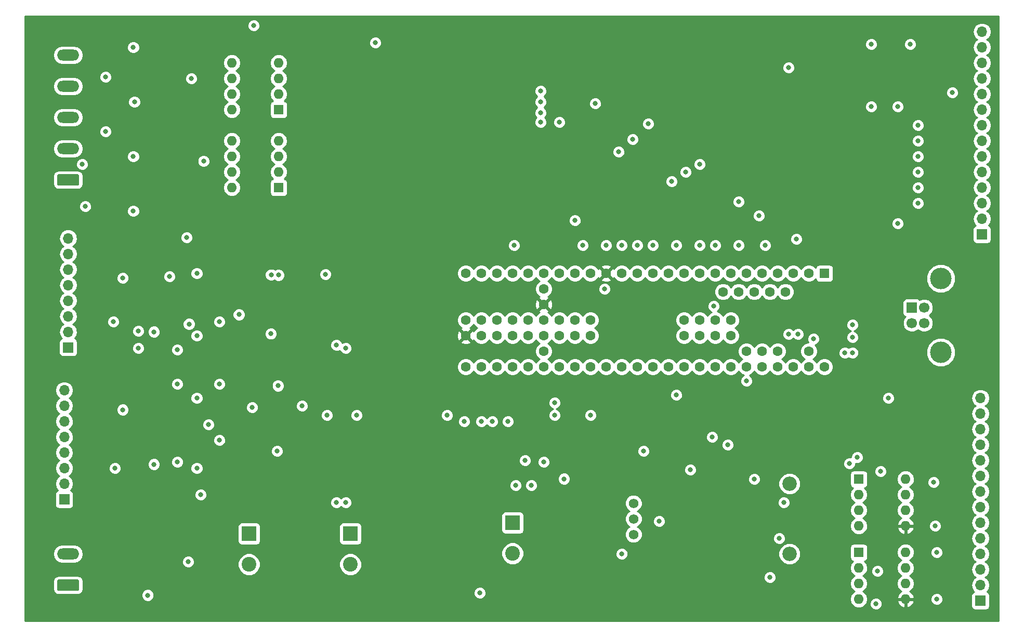
<source format=gbr>
G04 #@! TF.GenerationSoftware,KiCad,Pcbnew,(5.0.2)-1*
G04 #@! TF.CreationDate,2019-03-31T18:50:53-04:00*
G04 #@! TF.ProjectId,SolarCarECU,536f6c61-7243-4617-9245-43552e6b6963,rev?*
G04 #@! TF.SameCoordinates,Original*
G04 #@! TF.FileFunction,Copper,L2,Inr*
G04 #@! TF.FilePolarity,Positive*
%FSLAX46Y46*%
G04 Gerber Fmt 4.6, Leading zero omitted, Abs format (unit mm)*
G04 Created by KiCad (PCBNEW (5.0.2)-1) date 3/31/2019 6:50:53 PM*
%MOMM*%
%LPD*%
G01*
G04 APERTURE LIST*
G04 #@! TA.AperFunction,ViaPad*
%ADD10C,1.600000*%
G04 #@! TD*
G04 #@! TA.AperFunction,ViaPad*
%ADD11R,1.600000X1.600000*%
G04 #@! TD*
G04 #@! TA.AperFunction,ViaPad*
%ADD12C,2.336800*%
G04 #@! TD*
G04 #@! TA.AperFunction,ViaPad*
%ADD13C,1.574800*%
G04 #@! TD*
G04 #@! TA.AperFunction,ViaPad*
%ADD14R,1.700000X1.700000*%
G04 #@! TD*
G04 #@! TA.AperFunction,ViaPad*
%ADD15C,1.700000*%
G04 #@! TD*
G04 #@! TA.AperFunction,ViaPad*
%ADD16C,3.500000*%
G04 #@! TD*
G04 #@! TA.AperFunction,ViaPad*
%ADD17R,2.400000X2.400000*%
G04 #@! TD*
G04 #@! TA.AperFunction,ViaPad*
%ADD18C,2.400000*%
G04 #@! TD*
G04 #@! TA.AperFunction,ViaPad*
%ADD19O,1.700000X1.700000*%
G04 #@! TD*
G04 #@! TA.AperFunction,ViaPad*
%ADD20O,1.600000X1.600000*%
G04 #@! TD*
G04 #@! TA.AperFunction,Conductor*
%ADD21C,0.100000*%
G04 #@! TD*
G04 #@! TA.AperFunction,ViaPad*
%ADD22C,1.800000*%
G04 #@! TD*
G04 #@! TA.AperFunction,ViaPad*
%ADD23O,3.600000X1.800000*%
G04 #@! TD*
G04 #@! TA.AperFunction,ViaPad*
%ADD24C,0.800000*%
G04 #@! TD*
G04 #@! TA.AperFunction,Conductor*
%ADD25C,0.254000*%
G04 #@! TD*
G04 APERTURE END LIST*
D10*
G04 #@! TO.N,/LV_HAZARD_LED*
G04 #@! TO.C,U1*
X175260000Y-87630000D03*
G04 #@! TO.N,/LV_DOWN_CTRL*
X172720000Y-87630000D03*
G04 #@! TO.N,/LV_UP_CTRL*
X170180000Y-87630000D03*
G04 #@! TO.N,/LV_SEL_CTRL*
X167640000Y-87630000D03*
G04 #@! TO.N,/LV_HAZARD_CTRL*
X177800000Y-87630000D03*
G04 #@! TO.N,+3V3*
X180340000Y-87630000D03*
G04 #@! TO.N,/MOSI_0*
X182880000Y-87630000D03*
G04 #@! TO.N,Net-(R3-Pad2)*
X165100000Y-87630000D03*
G04 #@! TO.N,Net-(R4-Pad2)*
X162560000Y-87630000D03*
G04 #@! TO.N,/UART_4_RX*
X160020000Y-87630000D03*
G04 #@! TO.N,/UART_4_TX*
X157480000Y-87630000D03*
G04 #@! TO.N,Net-(BT1-Pad1)*
X170180000Y-90170000D03*
G04 #@! TO.N,+3V3*
X170180000Y-92710000D03*
G04 #@! TO.N,GND*
X170180000Y-95250000D03*
G04 #@! TO.N,Net-(U1-Pad28)*
X170180000Y-97790000D03*
G04 #@! TO.N,Net-(U1-Pad29)*
X170180000Y-100330000D03*
G04 #@! TO.N,/CAN1_TX*
X157480000Y-102870000D03*
G04 #@! TO.N,/CAN1_RX*
X160020000Y-102870000D03*
G04 #@! TO.N,/PWM_MOTOR_L_THROTTLE*
X162560000Y-102870000D03*
G04 #@! TO.N,/PWM_MOTOR_L_REGEN*
X165100000Y-102870000D03*
G04 #@! TO.N,/PWM_MOTOR_R_REGEN*
X167640000Y-102870000D03*
G04 #@! TO.N,/PWM_MOTOR_R_THROTTLE*
X170180000Y-102870000D03*
G04 #@! TO.N,/LV_MOTOR_R_ECO_EN*
X172720000Y-102870000D03*
G04 #@! TO.N,/DAC_0*
X175260000Y-102870000D03*
G04 #@! TO.N,/MISO_0*
X185420000Y-87630000D03*
G04 #@! TO.N,/CS_0*
X187960000Y-87630000D03*
G04 #@! TO.N,Net-(U1-Pad11)*
X190500000Y-87630000D03*
G04 #@! TO.N,/UART_3_TX*
X193040000Y-87630000D03*
G04 #@! TO.N,/UART_3_RX*
X195580000Y-87630000D03*
G04 #@! TO.N,Net-(U1-Pad8)*
X198120000Y-87630000D03*
G04 #@! TO.N,Net-(U1-Pad7)*
X200660000Y-87630000D03*
G04 #@! TO.N,Net-(R2-Pad2)*
X203200000Y-87630000D03*
G04 #@! TO.N,Net-(R1-Pad2)*
X205740000Y-87630000D03*
G04 #@! TO.N,/LV_KILL_SENSE*
X208280000Y-87630000D03*
G04 #@! TO.N,/UART_1_TX*
X210820000Y-87630000D03*
G04 #@! TO.N,/UART_1_RX*
X213360000Y-87630000D03*
D11*
G04 #@! TO.N,GND*
X215900000Y-87630000D03*
D10*
G04 #@! TO.N,/DAC_1*
X177800000Y-102870000D03*
G04 #@! TO.N,GND*
X180340000Y-102870000D03*
G04 #@! TO.N,/SCK_0*
X182880000Y-102870000D03*
G04 #@! TO.N,/LV_GEARSHIFT_CTRL*
X185420000Y-102870000D03*
G04 #@! TO.N,/LV_TURNSIG_CTRL*
X187960000Y-102870000D03*
G04 #@! TO.N,/LV_THROTTLE_CTRL*
X190500000Y-102870000D03*
G04 #@! TO.N,/LV_REGEN_CTRL*
X193040000Y-102870000D03*
G04 #@! TO.N,/SDA_0*
X195580000Y-102870000D03*
G04 #@! TO.N,/SCL_0*
X198120000Y-102870000D03*
G04 #@! TO.N,/LV_BRAKE_CTRL*
X200660000Y-102870000D03*
G04 #@! TO.N,/LV_STEER_CTRL*
X203200000Y-102870000D03*
G04 #@! TO.N,Net-(U1-Pad49)*
X205740000Y-102870000D03*
G04 #@! TO.N,Net-(U1-Pad50)*
X208280000Y-102870000D03*
G04 #@! TO.N,Net-(U1-Pad51)*
X210820000Y-102870000D03*
G04 #@! TO.N,GNDA*
X213360000Y-102870000D03*
G04 #@! TO.N,+5V*
X215900000Y-102870000D03*
G04 #@! TO.N,Net-(U1-Pad54)*
X213360000Y-100330000D03*
G04 #@! TO.N,Net-(U1-Pad55)*
X208280000Y-100330000D03*
G04 #@! TO.N,/LV_MOTOR_R_METER*
X205740000Y-100330000D03*
G04 #@! TO.N,/LV_MOTOR_L_METER*
X203200000Y-100330000D03*
G04 #@! TO.N,Net-(U1-Pad63)*
X200660000Y-95250000D03*
G04 #@! TO.N,Net-(U1-Pad64)*
X198120000Y-95250000D03*
G04 #@! TO.N,Net-(U1-Pad65)*
X195580000Y-95250000D03*
G04 #@! TO.N,Net-(U1-Pad66)*
X193040000Y-95250000D03*
G04 #@! TO.N,/LV_BLINKERS*
X177800000Y-95250000D03*
G04 #@! TO.N,/LV_BRAKELIGHTS*
X175260000Y-95250000D03*
G04 #@! TO.N,/LV_MOTOR_L_FWD_EN*
X172720000Y-95250000D03*
G04 #@! TO.N,/CS_2*
X167640000Y-95250000D03*
G04 #@! TO.N,/MOSI_2*
X165100000Y-95250000D03*
G04 #@! TO.N,/MISO_2*
X162560000Y-95250000D03*
G04 #@! TO.N,/SCK_2*
X160020000Y-95250000D03*
G04 #@! TO.N,GND*
X157480000Y-95250000D03*
G04 #@! TO.N,+3V3*
X157480000Y-97790000D03*
G04 #@! TO.N,/UART_6_RX*
X160020000Y-97790000D03*
G04 #@! TO.N,/UART_6_TX*
X162560000Y-97790000D03*
G04 #@! TO.N,/LV_MOTOR_L_ECO_EN*
X165100000Y-97790000D03*
G04 #@! TO.N,/LV_MOTOR_L_REGEN_EN*
X167640000Y-97790000D03*
G04 #@! TO.N,/LV_MOTOR_R_REV_EN*
X172720000Y-97790000D03*
G04 #@! TO.N,/LV_MOTOR_R_FWD_EN*
X175260000Y-97790000D03*
G04 #@! TO.N,/LV_MOTOR_R_REGEN_EN*
X177800000Y-97790000D03*
G04 #@! TO.N,/LV_MOTOR_L_REV_EN*
X193040000Y-97790000D03*
G04 #@! TO.N,/LV_HORN*
X195580000Y-97790000D03*
G04 #@! TO.N,/LV_HEADLIGHTS*
X198120000Y-97790000D03*
G04 #@! TO.N,/USB_MASTER-SLAVE_SEL*
X200660000Y-97790000D03*
G04 #@! TO.N,+5V*
X209550000Y-90630000D03*
G04 #@! TO.N,/USB_D-*
X207010000Y-90630000D03*
G04 #@! TO.N,/USB_D+*
X204470000Y-90630000D03*
G04 #@! TO.N,GND*
X201930000Y-90630000D03*
X199390000Y-90630000D03*
G04 #@! TD*
D12*
G04 #@! TO.N,N/C*
G04 #@! TO.C,U4*
X210201001Y-121920000D03*
X210201001Y-133350000D03*
D13*
G04 #@! TO.N,+5V*
X184801001Y-125095000D03*
G04 #@! TO.N,GND*
X184801001Y-127635000D03*
G04 #@! TO.N,Net-(C9-Pad1)*
X184801001Y-130175000D03*
G04 #@! TD*
D14*
G04 #@! TO.N,Net-(D1-Pad2)*
G04 #@! TO.C,J2*
X230124000Y-93218000D03*
D15*
G04 #@! TO.N,/USB_D-*
X230124000Y-95718000D03*
G04 #@! TO.N,/USB_D+*
X232124000Y-95718000D03*
G04 #@! TO.N,GND*
X232124000Y-93218000D03*
D16*
X234834000Y-88448000D03*
X234834000Y-100488000D03*
G04 #@! TD*
D17*
G04 #@! TO.N,Net-(C1-Pad1)*
G04 #@! TO.C,C1*
X122174000Y-130048000D03*
D18*
G04 #@! TO.N,GND*
X122174000Y-135048000D03*
G04 #@! TD*
G04 #@! TO.N,GND*
G04 #@! TO.C,C4*
X138684000Y-135048000D03*
D17*
G04 #@! TO.N,Net-(C4-Pad1)*
X138684000Y-130048000D03*
G04 #@! TD*
G04 #@! TO.N,+5V*
G04 #@! TO.C,C10*
X165100000Y-128270000D03*
D18*
G04 #@! TO.N,GND*
X165100000Y-133270000D03*
G04 #@! TD*
D19*
G04 #@! TO.N,GNDA*
G04 #@! TO.C,J4*
X92710000Y-81915000D03*
G04 #@! TO.N,/MOTOR_R_REV_EN*
X92710000Y-84455000D03*
G04 #@! TO.N,/MOTOR_R_FWD_EN*
X92710000Y-86995000D03*
G04 #@! TO.N,/MOTOR_R_ECO_EN*
X92710000Y-89535000D03*
G04 #@! TO.N,/MOTOR_R_REGEN_EN*
X92710000Y-92075000D03*
G04 #@! TO.N,/MOTOR_R_METER*
X92710000Y-94615000D03*
G04 #@! TO.N,/MOTOR_R_THROTTLE*
X92710000Y-97155000D03*
D14*
G04 #@! TO.N,/MOTOR_R_REGEN*
X92710000Y-99695000D03*
G04 #@! TD*
G04 #@! TO.N,/MOTOR_L_REGEN*
G04 #@! TO.C,J5*
X92075000Y-124460000D03*
D19*
G04 #@! TO.N,/MOTOR_L_THROTTLE*
X92075000Y-121920000D03*
G04 #@! TO.N,/MOTOR_L_METER*
X92075000Y-119380000D03*
G04 #@! TO.N,/MOTOR_L_REGEN_EN*
X92075000Y-116840000D03*
G04 #@! TO.N,/MOTOR_L_ECO_EN*
X92075000Y-114300000D03*
G04 #@! TO.N,/MOTOR_L_FWD_EN*
X92075000Y-111760000D03*
G04 #@! TO.N,/MOTOR_L_REV_EN*
X92075000Y-109220000D03*
G04 #@! TO.N,GNDA*
X92075000Y-106680000D03*
G04 #@! TD*
D14*
G04 #@! TO.N,+12V*
G04 #@! TO.C,J6*
X241554000Y-81280000D03*
D19*
G04 #@! TO.N,GNDA*
X241554000Y-78740000D03*
G04 #@! TO.N,/STEER_CTRL*
X241554000Y-76200000D03*
G04 #@! TO.N,/BRAKE_CTRL*
X241554000Y-73660000D03*
G04 #@! TO.N,/REGEN_CTRL*
X241554000Y-71120000D03*
G04 #@! TO.N,/GEARSHIFT_CTRL*
X241554000Y-68580000D03*
G04 #@! TO.N,/TURNSIG_CTRL*
X241554000Y-66040000D03*
G04 #@! TO.N,/THROTTLE_CTRL*
X241554000Y-63500000D03*
G04 #@! TO.N,/HAZARD_CTRL*
X241554000Y-60960000D03*
G04 #@! TO.N,/DOWN_CTRL*
X241554000Y-58420000D03*
G04 #@! TO.N,/UP_CTRL*
X241554000Y-55880000D03*
G04 #@! TO.N,/SEL_CTRL*
X241554000Y-53340000D03*
G04 #@! TO.N,/KILL_SENSE*
X241554000Y-50800000D03*
G04 #@! TO.N,/HAZARD_LED*
X241554000Y-48260000D03*
G04 #@! TD*
D20*
G04 #@! TO.N,Net-(U2-Pad8)*
G04 #@! TO.C,U2*
X119380000Y-73660000D03*
G04 #@! TO.N,/LV_HEADLIGHTS*
X127000000Y-66040000D03*
G04 #@! TO.N,Net-(R48-Pad2)*
X119380000Y-71120000D03*
G04 #@! TO.N,GND*
X127000000Y-68580000D03*
G04 #@! TO.N,+12V*
X119380000Y-68580000D03*
G04 #@! TO.N,/LV_HORN*
X127000000Y-71120000D03*
G04 #@! TO.N,Net-(R49-Pad2)*
X119380000Y-66040000D03*
D11*
G04 #@! TO.N,Net-(U2-Pad1)*
X127000000Y-73660000D03*
G04 #@! TD*
G04 #@! TO.N,Net-(U3-Pad1)*
G04 #@! TO.C,U3*
X127000000Y-60960000D03*
D20*
G04 #@! TO.N,Net-(R51-Pad2)*
X119380000Y-53340000D03*
G04 #@! TO.N,/LV_BRAKELIGHTS*
X127000000Y-58420000D03*
G04 #@! TO.N,+12V*
X119380000Y-55880000D03*
G04 #@! TO.N,GND*
X127000000Y-55880000D03*
G04 #@! TO.N,Net-(R50-Pad2)*
X119380000Y-58420000D03*
G04 #@! TO.N,/LV_BLINKERS*
X127000000Y-53340000D03*
G04 #@! TO.N,Net-(U3-Pad8)*
X119380000Y-60960000D03*
G04 #@! TD*
D11*
G04 #@! TO.N,/CAN0_TX*
G04 #@! TO.C,U5*
X221488000Y-133096000D03*
D20*
G04 #@! TO.N,+3V3*
X229108000Y-140716000D03*
G04 #@! TO.N,GND*
X221488000Y-135636000D03*
G04 #@! TO.N,/CAN0_L*
X229108000Y-138176000D03*
G04 #@! TO.N,+5V*
X221488000Y-138176000D03*
G04 #@! TO.N,/CAN0_H*
X229108000Y-135636000D03*
G04 #@! TO.N,/CAN0_RX*
X221488000Y-140716000D03*
G04 #@! TO.N,Net-(R8-Pad1)*
X229108000Y-133096000D03*
G04 #@! TD*
G04 #@! TO.N,Net-(R9-Pad1)*
G04 #@! TO.C,U6*
X229108000Y-121158000D03*
G04 #@! TO.N,/CAN1_RX*
X221488000Y-128778000D03*
G04 #@! TO.N,/CAN1_H*
X229108000Y-123698000D03*
G04 #@! TO.N,+5V*
X221488000Y-126238000D03*
G04 #@! TO.N,/CAN1_L*
X229108000Y-126238000D03*
G04 #@! TO.N,GND*
X221488000Y-123698000D03*
G04 #@! TO.N,+3V3*
X229108000Y-128778000D03*
D11*
G04 #@! TO.N,/CAN1_TX*
X221488000Y-121158000D03*
G04 #@! TD*
D21*
G04 #@! TO.N,GND*
G04 #@! TO.C,J1*
G36*
X94284504Y-137531204D02*
X94308773Y-137534804D01*
X94332571Y-137540765D01*
X94355671Y-137549030D01*
X94377849Y-137559520D01*
X94398893Y-137572133D01*
X94418598Y-137586747D01*
X94436777Y-137603223D01*
X94453253Y-137621402D01*
X94467867Y-137641107D01*
X94480480Y-137662151D01*
X94490970Y-137684329D01*
X94499235Y-137707429D01*
X94505196Y-137731227D01*
X94508796Y-137755496D01*
X94510000Y-137780000D01*
X94510000Y-139080000D01*
X94508796Y-139104504D01*
X94505196Y-139128773D01*
X94499235Y-139152571D01*
X94490970Y-139175671D01*
X94480480Y-139197849D01*
X94467867Y-139218893D01*
X94453253Y-139238598D01*
X94436777Y-139256777D01*
X94418598Y-139273253D01*
X94398893Y-139287867D01*
X94377849Y-139300480D01*
X94355671Y-139310970D01*
X94332571Y-139319235D01*
X94308773Y-139325196D01*
X94284504Y-139328796D01*
X94260000Y-139330000D01*
X91160000Y-139330000D01*
X91135496Y-139328796D01*
X91111227Y-139325196D01*
X91087429Y-139319235D01*
X91064329Y-139310970D01*
X91042151Y-139300480D01*
X91021107Y-139287867D01*
X91001402Y-139273253D01*
X90983223Y-139256777D01*
X90966747Y-139238598D01*
X90952133Y-139218893D01*
X90939520Y-139197849D01*
X90929030Y-139175671D01*
X90920765Y-139152571D01*
X90914804Y-139128773D01*
X90911204Y-139104504D01*
X90910000Y-139080000D01*
X90910000Y-137780000D01*
X90911204Y-137755496D01*
X90914804Y-137731227D01*
X90920765Y-137707429D01*
X90929030Y-137684329D01*
X90939520Y-137662151D01*
X90952133Y-137641107D01*
X90966747Y-137621402D01*
X90983223Y-137603223D01*
X91001402Y-137586747D01*
X91021107Y-137572133D01*
X91042151Y-137559520D01*
X91064329Y-137549030D01*
X91087429Y-137540765D01*
X91111227Y-137534804D01*
X91135496Y-137531204D01*
X91160000Y-137530000D01*
X94260000Y-137530000D01*
X94284504Y-137531204D01*
X94284504Y-137531204D01*
G37*
D22*
X92710000Y-138430000D03*
D23*
G04 #@! TO.N,Net-(J1-Pad2)*
X92710000Y-133350000D03*
G04 #@! TD*
D14*
G04 #@! TO.N,+5V*
G04 #@! TO.C,J7*
X241300000Y-140970000D03*
D19*
G04 #@! TO.N,/CAN0_L*
X241300000Y-138430000D03*
G04 #@! TO.N,/CAN0_H*
X241300000Y-135890000D03*
G04 #@! TO.N,/CAN1_L*
X241300000Y-133350000D03*
G04 #@! TO.N,/CAN1_H*
X241300000Y-130810000D03*
G04 #@! TO.N,/SCL_0*
X241300000Y-128270000D03*
G04 #@! TO.N,/SDA_0*
X241300000Y-125730000D03*
G04 #@! TO.N,Net-(J7-Pad8)*
X241300000Y-123190000D03*
G04 #@! TO.N,Net-(J7-Pad9)*
X241300000Y-120650000D03*
G04 #@! TO.N,Net-(J7-Pad10)*
X241300000Y-118110000D03*
G04 #@! TO.N,Net-(J7-Pad11)*
X241300000Y-115570000D03*
G04 #@! TO.N,Net-(J7-Pad12)*
X241300000Y-113030000D03*
G04 #@! TO.N,Net-(J7-Pad13)*
X241300000Y-110490000D03*
G04 #@! TO.N,GND*
X241300000Y-107950000D03*
G04 #@! TD*
D21*
G04 #@! TO.N,/HORN*
G04 #@! TO.C,J3*
G36*
X94284504Y-71491204D02*
X94308773Y-71494804D01*
X94332571Y-71500765D01*
X94355671Y-71509030D01*
X94377849Y-71519520D01*
X94398893Y-71532133D01*
X94418598Y-71546747D01*
X94436777Y-71563223D01*
X94453253Y-71581402D01*
X94467867Y-71601107D01*
X94480480Y-71622151D01*
X94490970Y-71644329D01*
X94499235Y-71667429D01*
X94505196Y-71691227D01*
X94508796Y-71715496D01*
X94510000Y-71740000D01*
X94510000Y-73040000D01*
X94508796Y-73064504D01*
X94505196Y-73088773D01*
X94499235Y-73112571D01*
X94490970Y-73135671D01*
X94480480Y-73157849D01*
X94467867Y-73178893D01*
X94453253Y-73198598D01*
X94436777Y-73216777D01*
X94418598Y-73233253D01*
X94398893Y-73247867D01*
X94377849Y-73260480D01*
X94355671Y-73270970D01*
X94332571Y-73279235D01*
X94308773Y-73285196D01*
X94284504Y-73288796D01*
X94260000Y-73290000D01*
X91160000Y-73290000D01*
X91135496Y-73288796D01*
X91111227Y-73285196D01*
X91087429Y-73279235D01*
X91064329Y-73270970D01*
X91042151Y-73260480D01*
X91021107Y-73247867D01*
X91001402Y-73233253D01*
X90983223Y-73216777D01*
X90966747Y-73198598D01*
X90952133Y-73178893D01*
X90939520Y-73157849D01*
X90929030Y-73135671D01*
X90920765Y-73112571D01*
X90914804Y-73088773D01*
X90911204Y-73064504D01*
X90910000Y-73040000D01*
X90910000Y-71740000D01*
X90911204Y-71715496D01*
X90914804Y-71691227D01*
X90920765Y-71667429D01*
X90929030Y-71644329D01*
X90939520Y-71622151D01*
X90952133Y-71601107D01*
X90966747Y-71581402D01*
X90983223Y-71563223D01*
X91001402Y-71546747D01*
X91021107Y-71532133D01*
X91042151Y-71519520D01*
X91064329Y-71509030D01*
X91087429Y-71500765D01*
X91111227Y-71494804D01*
X91135496Y-71491204D01*
X91160000Y-71490000D01*
X94260000Y-71490000D01*
X94284504Y-71491204D01*
X94284504Y-71491204D01*
G37*
D22*
X92710000Y-72390000D03*
D23*
G04 #@! TO.N,/HEADLIGHTS*
X92710000Y-67310000D03*
G04 #@! TO.N,/BRAKELIGHTS*
X92710000Y-62230000D03*
G04 #@! TO.N,/BLINKERS*
X92710000Y-57150000D03*
G04 #@! TO.N,GND*
X92710000Y-52070000D03*
G04 #@! TD*
D24*
G04 #@! TO.N,+12V*
X110490000Y-118364000D03*
X112395000Y-95885000D03*
X112268000Y-134619998D03*
X227838000Y-60452000D03*
X224282000Y-141478000D03*
X224536000Y-136144000D03*
X225044000Y-119888000D03*
X226314000Y-107950000D03*
X110490000Y-100076000D03*
X110490000Y-105664000D03*
X115570000Y-112268000D03*
X98806000Y-55626000D03*
X98806000Y-64516000D03*
X94996000Y-69850000D03*
X95504000Y-76708000D03*
X227838000Y-79502000D03*
G04 #@! TO.N,GND*
X233934000Y-128778000D03*
X233680000Y-121666000D03*
X142748000Y-50038000D03*
X229870000Y-50292000D03*
X223520000Y-50292000D03*
X223520000Y-60452000D03*
X101600000Y-109855000D03*
X113665000Y-119380000D03*
X113665000Y-87630000D03*
X126892621Y-105937621D03*
X105670000Y-140075000D03*
X106680000Y-118745000D03*
X113665000Y-107950000D03*
X113665000Y-97790000D03*
X112776000Y-55880000D03*
X236728000Y-58166000D03*
X114782500Y-69342000D03*
X106680000Y-97155000D03*
X101600000Y-88392000D03*
X234188000Y-133096010D03*
X234187988Y-140716000D03*
G04 #@! TO.N,+5V*
X125730000Y-97460000D03*
X137922000Y-99822000D03*
X137922000Y-124968002D03*
X209280013Y-124968000D03*
X210058000Y-97536000D03*
G04 #@! TO.N,+3V3*
X112395000Y-89535000D03*
X110490000Y-109855000D03*
X227837988Y-50038000D03*
G04 #@! TO.N,GNDA*
X231140000Y-76200000D03*
X231140000Y-63500000D03*
X231140000Y-66040000D03*
X231140000Y-68580000D03*
X231140000Y-71120000D03*
X231140000Y-73660000D03*
X130810000Y-109220000D03*
X126746000Y-116586000D03*
X125775121Y-87861639D03*
X134620000Y-87793990D03*
X134616428Y-87793990D03*
X120525880Y-94348800D03*
X126965694Y-87908987D03*
X122682000Y-109474000D03*
X100330000Y-119380000D03*
X112014000Y-81788000D03*
X100076000Y-95504000D03*
X191770000Y-107442000D03*
X177800000Y-110744000D03*
X171958000Y-110744000D03*
X154432000Y-110744000D03*
X139700000Y-110744000D03*
X134874000Y-110744000D03*
X165354000Y-83058000D03*
X176530000Y-83058000D03*
X180340000Y-83058000D03*
X182880000Y-83058000D03*
X185420000Y-83058000D03*
X187960000Y-83058000D03*
X191770000Y-83058000D03*
X195580000Y-83058000D03*
X198120000Y-83058000D03*
X201930000Y-83058000D03*
X206248000Y-83058000D03*
X211328000Y-82042004D03*
G04 #@! TO.N,/LV_BRAKE_CTRL*
X201930000Y-75946000D03*
G04 #@! TO.N,/LV_REGEN_CTRL*
X191008000Y-72644000D03*
G04 #@! TO.N,/LV_THROTTLE_CTRL*
X187198000Y-63245998D03*
G04 #@! TO.N,/LV_TURNSIG_CTRL*
X184658010Y-65786000D03*
G04 #@! TO.N,/LV_GEARSHIFT_CTRL*
X182371996Y-67818000D03*
G04 #@! TO.N,/HEADLIGHTS*
X103310000Y-68580000D03*
G04 #@! TO.N,/BRAKELIGHTS*
X103505000Y-59690000D03*
G04 #@! TO.N,/BLINKERS*
X103310000Y-50800000D03*
G04 #@! TO.N,/MOTOR_L_REGEN*
X117348000Y-95504000D03*
X114300000Y-123698000D03*
X117348000Y-105664000D03*
X117348000Y-114808000D03*
G04 #@! TO.N,/MOTOR_L_THROTTLE*
X136398000Y-99314000D03*
X136398000Y-124968000D03*
G04 #@! TO.N,/HAZARD_LED*
X122936000Y-47244000D03*
X109220000Y-88138068D03*
G04 #@! TO.N,/HORN*
X103310000Y-77470000D03*
G04 #@! TO.N,Net-(R1-Pad2)*
X208534014Y-130810000D03*
G04 #@! TO.N,Net-(R2-Pad2)*
X207010000Y-137160000D03*
G04 #@! TO.N,Net-(R3-Pad2)*
X180086000Y-90170000D03*
X182880000Y-133350000D03*
G04 #@! TO.N,Net-(R4-Pad2)*
X159766000Y-139700000D03*
G04 #@! TO.N,/PWM_MOTOR_R_THROTTLE*
X170180000Y-118364000D03*
G04 #@! TO.N,/PWM_MOTOR_R_REGEN*
X167132000Y-118110000D03*
G04 #@! TO.N,/LV_HAZARD_LED*
X175260000Y-78994000D03*
G04 #@! TO.N,/LV_DOWN_CTRL*
X172720000Y-62992000D03*
G04 #@! TO.N,/LV_UP_CTRL*
X169672000Y-62992000D03*
G04 #@! TO.N,/LV_SEL_CTRL*
X169672000Y-61468000D03*
G04 #@! TO.N,/LV_HAZARD_CTRL*
X178562000Y-59944000D03*
G04 #@! TO.N,/CAN1_TX*
X157226000Y-111760000D03*
G04 #@! TO.N,/CAN1_RX*
X188976000Y-128016000D03*
X186436000Y-116586000D03*
X160020000Y-111760012D03*
G04 #@! TO.N,/SDA_0*
X220472000Y-96012000D03*
G04 #@! TO.N,/SCL_0*
X220472000Y-98044000D03*
G04 #@! TO.N,/LV_BLINKERS*
X169672000Y-57912012D03*
G04 #@! TO.N,/LV_BRAKELIGHTS*
X169672008Y-59690000D03*
G04 #@! TO.N,/LV_HEADLIGHTS*
X195580000Y-69849980D03*
G04 #@! TO.N,/LV_HORN*
X193294000Y-71120000D03*
G04 #@! TO.N,/LV_KILL_SENSE*
X210058000Y-54102000D03*
G04 #@! TO.N,/LV_MOTOR_L_REGEN_EN*
X168147996Y-122174000D03*
G04 #@! TO.N,/LV_MOTOR_L_ECO_EN*
X165608000Y-122174000D03*
G04 #@! TO.N,/LV_MOTOR_R_ECO_EN*
X104140000Y-97028000D03*
X104140000Y-99822002D03*
X171958000Y-108712004D03*
G04 #@! TO.N,/LV_MOTOR_L_FWD_EN*
X173482000Y-121121010D03*
G04 #@! TO.N,/LV_MOTOR_L_REV_EN*
X194056004Y-119634000D03*
G04 #@! TO.N,/LV_MOTOR_L_METER*
X204470000Y-121158000D03*
X203200000Y-105156000D03*
G04 #@! TO.N,/UART_3_TX*
X197611970Y-114300000D03*
G04 #@! TO.N,/UART_3_RX*
X197866000Y-92964000D03*
X200151999Y-115570001D03*
G04 #@! TO.N,/UART_6_RX*
X161797998Y-111759998D03*
G04 #@! TO.N,/UART_6_TX*
X164338000Y-111760000D03*
G04 #@! TO.N,/UART_1_RX*
X219964000Y-118618000D03*
X214122004Y-98298000D03*
X219202000Y-100584000D03*
G04 #@! TO.N,/UART_1_TX*
X221234000Y-117602000D03*
X220472000Y-100584000D03*
X211582000Y-97536000D03*
G04 #@! TO.N,/LV_STEER_CTRL*
X205232000Y-78232000D03*
G04 #@! TD*
D25*
G04 #@! TO.N,+3V3*
G36*
X244290001Y-144290000D02*
X85710000Y-144290000D01*
X85710000Y-137780000D01*
X90262560Y-137780000D01*
X90262560Y-139080000D01*
X90330874Y-139423435D01*
X90525414Y-139714586D01*
X90816565Y-139909126D01*
X91160000Y-139977440D01*
X94260000Y-139977440D01*
X94603435Y-139909126D01*
X94663299Y-139869126D01*
X104635000Y-139869126D01*
X104635000Y-140280874D01*
X104792569Y-140661280D01*
X105083720Y-140952431D01*
X105464126Y-141110000D01*
X105875874Y-141110000D01*
X106256280Y-140952431D01*
X106547431Y-140661280D01*
X106705000Y-140280874D01*
X106705000Y-139869126D01*
X106549671Y-139494126D01*
X158731000Y-139494126D01*
X158731000Y-139905874D01*
X158888569Y-140286280D01*
X159179720Y-140577431D01*
X159560126Y-140735000D01*
X159971874Y-140735000D01*
X160352280Y-140577431D01*
X160643431Y-140286280D01*
X160801000Y-139905874D01*
X160801000Y-139494126D01*
X160643431Y-139113720D01*
X160352280Y-138822569D01*
X159971874Y-138665000D01*
X159560126Y-138665000D01*
X159179720Y-138822569D01*
X158888569Y-139113720D01*
X158731000Y-139494126D01*
X106549671Y-139494126D01*
X106547431Y-139488720D01*
X106256280Y-139197569D01*
X105875874Y-139040000D01*
X105464126Y-139040000D01*
X105083720Y-139197569D01*
X104792569Y-139488720D01*
X104635000Y-139869126D01*
X94663299Y-139869126D01*
X94894586Y-139714586D01*
X95089126Y-139423435D01*
X95157440Y-139080000D01*
X95157440Y-137780000D01*
X95089126Y-137436565D01*
X94894586Y-137145414D01*
X94608302Y-136954126D01*
X205975000Y-136954126D01*
X205975000Y-137365874D01*
X206132569Y-137746280D01*
X206423720Y-138037431D01*
X206804126Y-138195000D01*
X207215874Y-138195000D01*
X207596280Y-138037431D01*
X207887431Y-137746280D01*
X208045000Y-137365874D01*
X208045000Y-136954126D01*
X207887431Y-136573720D01*
X207596280Y-136282569D01*
X207215874Y-136125000D01*
X206804126Y-136125000D01*
X206423720Y-136282569D01*
X206132569Y-136573720D01*
X205975000Y-136954126D01*
X94608302Y-136954126D01*
X94603435Y-136950874D01*
X94260000Y-136882560D01*
X91160000Y-136882560D01*
X90816565Y-136950874D01*
X90525414Y-137145414D01*
X90330874Y-137436565D01*
X90262560Y-137780000D01*
X85710000Y-137780000D01*
X85710000Y-133350000D01*
X90244928Y-133350000D01*
X90364062Y-133948927D01*
X90703327Y-134456673D01*
X91211073Y-134795938D01*
X91658818Y-134885000D01*
X93761182Y-134885000D01*
X94208927Y-134795938D01*
X94716673Y-134456673D01*
X94745103Y-134414124D01*
X111233000Y-134414124D01*
X111233000Y-134825872D01*
X111390569Y-135206278D01*
X111681720Y-135497429D01*
X112062126Y-135654998D01*
X112473874Y-135654998D01*
X112854280Y-135497429D01*
X113145431Y-135206278D01*
X113303000Y-134825872D01*
X113303000Y-134682996D01*
X120339000Y-134682996D01*
X120339000Y-135413004D01*
X120618362Y-136087444D01*
X121134556Y-136603638D01*
X121808996Y-136883000D01*
X122539004Y-136883000D01*
X123213444Y-136603638D01*
X123729638Y-136087444D01*
X124009000Y-135413004D01*
X124009000Y-134682996D01*
X136849000Y-134682996D01*
X136849000Y-135413004D01*
X137128362Y-136087444D01*
X137644556Y-136603638D01*
X138318996Y-136883000D01*
X139049004Y-136883000D01*
X139723444Y-136603638D01*
X140239638Y-136087444D01*
X140426632Y-135636000D01*
X220024887Y-135636000D01*
X220136260Y-136195909D01*
X220453423Y-136670577D01*
X220805758Y-136906000D01*
X220453423Y-137141423D01*
X220136260Y-137616091D01*
X220024887Y-138176000D01*
X220136260Y-138735909D01*
X220453423Y-139210577D01*
X220805758Y-139446000D01*
X220453423Y-139681423D01*
X220136260Y-140156091D01*
X220024887Y-140716000D01*
X220136260Y-141275909D01*
X220453423Y-141750577D01*
X220928091Y-142067740D01*
X221346667Y-142151000D01*
X221629333Y-142151000D01*
X222047909Y-142067740D01*
X222522577Y-141750577D01*
X222839740Y-141275909D01*
X222840492Y-141272126D01*
X223247000Y-141272126D01*
X223247000Y-141683874D01*
X223404569Y-142064280D01*
X223695720Y-142355431D01*
X224076126Y-142513000D01*
X224487874Y-142513000D01*
X224868280Y-142355431D01*
X225159431Y-142064280D01*
X225317000Y-141683874D01*
X225317000Y-141272126D01*
X225231222Y-141065039D01*
X227716096Y-141065039D01*
X227876959Y-141453423D01*
X228252866Y-141868389D01*
X228758959Y-142107914D01*
X228981000Y-141986629D01*
X228981000Y-140843000D01*
X229235000Y-140843000D01*
X229235000Y-141986629D01*
X229457041Y-142107914D01*
X229963134Y-141868389D01*
X230339041Y-141453423D01*
X230499904Y-141065039D01*
X230377915Y-140843000D01*
X229235000Y-140843000D01*
X228981000Y-140843000D01*
X227838085Y-140843000D01*
X227716096Y-141065039D01*
X225231222Y-141065039D01*
X225159431Y-140891720D01*
X224868280Y-140600569D01*
X224487874Y-140443000D01*
X224076126Y-140443000D01*
X223695720Y-140600569D01*
X223404569Y-140891720D01*
X223247000Y-141272126D01*
X222840492Y-141272126D01*
X222951113Y-140716000D01*
X222839740Y-140156091D01*
X222522577Y-139681423D01*
X222170242Y-139446000D01*
X222522577Y-139210577D01*
X222839740Y-138735909D01*
X222951113Y-138176000D01*
X222839740Y-137616091D01*
X222522577Y-137141423D01*
X222170242Y-136906000D01*
X222522577Y-136670577D01*
X222839740Y-136195909D01*
X222891016Y-135938126D01*
X223501000Y-135938126D01*
X223501000Y-136349874D01*
X223658569Y-136730280D01*
X223949720Y-137021431D01*
X224330126Y-137179000D01*
X224741874Y-137179000D01*
X225122280Y-137021431D01*
X225413431Y-136730280D01*
X225571000Y-136349874D01*
X225571000Y-135938126D01*
X225413431Y-135557720D01*
X225122280Y-135266569D01*
X224741874Y-135109000D01*
X224330126Y-135109000D01*
X223949720Y-135266569D01*
X223658569Y-135557720D01*
X223501000Y-135938126D01*
X222891016Y-135938126D01*
X222951113Y-135636000D01*
X222839740Y-135076091D01*
X222522577Y-134601423D01*
X222401894Y-134520785D01*
X222535765Y-134494157D01*
X222745809Y-134353809D01*
X222886157Y-134143765D01*
X222935440Y-133896000D01*
X222935440Y-133096000D01*
X227644887Y-133096000D01*
X227756260Y-133655909D01*
X228073423Y-134130577D01*
X228425758Y-134366000D01*
X228073423Y-134601423D01*
X227756260Y-135076091D01*
X227644887Y-135636000D01*
X227756260Y-136195909D01*
X228073423Y-136670577D01*
X228425758Y-136906000D01*
X228073423Y-137141423D01*
X227756260Y-137616091D01*
X227644887Y-138176000D01*
X227756260Y-138735909D01*
X228073423Y-139210577D01*
X228457108Y-139466947D01*
X228252866Y-139563611D01*
X227876959Y-139978577D01*
X227716096Y-140366961D01*
X227838085Y-140589000D01*
X228981000Y-140589000D01*
X228981000Y-140569000D01*
X229235000Y-140569000D01*
X229235000Y-140589000D01*
X230377915Y-140589000D01*
X230421248Y-140510126D01*
X233152988Y-140510126D01*
X233152988Y-140921874D01*
X233310557Y-141302280D01*
X233601708Y-141593431D01*
X233982114Y-141751000D01*
X234393862Y-141751000D01*
X234774268Y-141593431D01*
X235065419Y-141302280D01*
X235222988Y-140921874D01*
X235222988Y-140510126D01*
X235065419Y-140129720D01*
X234774268Y-139838569D01*
X234393862Y-139681000D01*
X233982114Y-139681000D01*
X233601708Y-139838569D01*
X233310557Y-140129720D01*
X233152988Y-140510126D01*
X230421248Y-140510126D01*
X230499904Y-140366961D01*
X230339041Y-139978577D01*
X229963134Y-139563611D01*
X229758892Y-139466947D01*
X230142577Y-139210577D01*
X230459740Y-138735909D01*
X230571113Y-138176000D01*
X230459740Y-137616091D01*
X230142577Y-137141423D01*
X229790242Y-136906000D01*
X230142577Y-136670577D01*
X230459740Y-136195909D01*
X230571113Y-135636000D01*
X230459740Y-135076091D01*
X230142577Y-134601423D01*
X229790242Y-134366000D01*
X230142577Y-134130577D01*
X230459740Y-133655909D01*
X230571113Y-133096000D01*
X230530165Y-132890136D01*
X233153000Y-132890136D01*
X233153000Y-133301884D01*
X233310569Y-133682290D01*
X233601720Y-133973441D01*
X233982126Y-134131010D01*
X234393874Y-134131010D01*
X234774280Y-133973441D01*
X235065431Y-133682290D01*
X235223000Y-133301884D01*
X235223000Y-132890136D01*
X235065431Y-132509730D01*
X234774280Y-132218579D01*
X234393874Y-132061010D01*
X233982126Y-132061010D01*
X233601720Y-132218579D01*
X233310569Y-132509730D01*
X233153000Y-132890136D01*
X230530165Y-132890136D01*
X230459740Y-132536091D01*
X230142577Y-132061423D01*
X229667909Y-131744260D01*
X229249333Y-131661000D01*
X228966667Y-131661000D01*
X228548091Y-131744260D01*
X228073423Y-132061423D01*
X227756260Y-132536091D01*
X227644887Y-133096000D01*
X222935440Y-133096000D01*
X222935440Y-132296000D01*
X222886157Y-132048235D01*
X222745809Y-131838191D01*
X222535765Y-131697843D01*
X222288000Y-131648560D01*
X220688000Y-131648560D01*
X220440235Y-131697843D01*
X220230191Y-131838191D01*
X220089843Y-132048235D01*
X220040560Y-132296000D01*
X220040560Y-133896000D01*
X220089843Y-134143765D01*
X220230191Y-134353809D01*
X220440235Y-134494157D01*
X220574106Y-134520785D01*
X220453423Y-134601423D01*
X220136260Y-135076091D01*
X220024887Y-135636000D01*
X140426632Y-135636000D01*
X140519000Y-135413004D01*
X140519000Y-134682996D01*
X140239638Y-134008556D01*
X139723444Y-133492362D01*
X139049004Y-133213000D01*
X138318996Y-133213000D01*
X137644556Y-133492362D01*
X137128362Y-134008556D01*
X136849000Y-134682996D01*
X124009000Y-134682996D01*
X123729638Y-134008556D01*
X123213444Y-133492362D01*
X122539004Y-133213000D01*
X121808996Y-133213000D01*
X121134556Y-133492362D01*
X120618362Y-134008556D01*
X120339000Y-134682996D01*
X113303000Y-134682996D01*
X113303000Y-134414124D01*
X113145431Y-134033718D01*
X112854280Y-133742567D01*
X112473874Y-133584998D01*
X112062126Y-133584998D01*
X111681720Y-133742567D01*
X111390569Y-134033718D01*
X111233000Y-134414124D01*
X94745103Y-134414124D01*
X95055938Y-133948927D01*
X95175072Y-133350000D01*
X95086556Y-132904996D01*
X163265000Y-132904996D01*
X163265000Y-133635004D01*
X163544362Y-134309444D01*
X164060556Y-134825638D01*
X164734996Y-135105000D01*
X165465004Y-135105000D01*
X166139444Y-134825638D01*
X166655638Y-134309444D01*
X166935000Y-133635004D01*
X166935000Y-133144126D01*
X181845000Y-133144126D01*
X181845000Y-133555874D01*
X182002569Y-133936280D01*
X182293720Y-134227431D01*
X182674126Y-134385000D01*
X183085874Y-134385000D01*
X183466280Y-134227431D01*
X183757431Y-133936280D01*
X183915000Y-133555874D01*
X183915000Y-133144126D01*
X183851690Y-132991281D01*
X208397601Y-132991281D01*
X208397601Y-133708719D01*
X208672152Y-134371544D01*
X209179457Y-134878849D01*
X209842282Y-135153400D01*
X210559720Y-135153400D01*
X211222545Y-134878849D01*
X211729850Y-134371544D01*
X212004401Y-133708719D01*
X212004401Y-132991281D01*
X211729850Y-132328456D01*
X211222545Y-131821151D01*
X210559720Y-131546600D01*
X209842282Y-131546600D01*
X209179457Y-131821151D01*
X208672152Y-132328456D01*
X208397601Y-132991281D01*
X183851690Y-132991281D01*
X183757431Y-132763720D01*
X183466280Y-132472569D01*
X183085874Y-132315000D01*
X182674126Y-132315000D01*
X182293720Y-132472569D01*
X182002569Y-132763720D01*
X181845000Y-133144126D01*
X166935000Y-133144126D01*
X166935000Y-132904996D01*
X166655638Y-132230556D01*
X166139444Y-131714362D01*
X165465004Y-131435000D01*
X164734996Y-131435000D01*
X164060556Y-131714362D01*
X163544362Y-132230556D01*
X163265000Y-132904996D01*
X95086556Y-132904996D01*
X95055938Y-132751073D01*
X94716673Y-132243327D01*
X94208927Y-131904062D01*
X93761182Y-131815000D01*
X91658818Y-131815000D01*
X91211073Y-131904062D01*
X90703327Y-132243327D01*
X90364062Y-132751073D01*
X90244928Y-133350000D01*
X85710000Y-133350000D01*
X85710000Y-128848000D01*
X120326560Y-128848000D01*
X120326560Y-131248000D01*
X120375843Y-131495765D01*
X120516191Y-131705809D01*
X120726235Y-131846157D01*
X120974000Y-131895440D01*
X123374000Y-131895440D01*
X123621765Y-131846157D01*
X123831809Y-131705809D01*
X123972157Y-131495765D01*
X124021440Y-131248000D01*
X124021440Y-128848000D01*
X136836560Y-128848000D01*
X136836560Y-131248000D01*
X136885843Y-131495765D01*
X137026191Y-131705809D01*
X137236235Y-131846157D01*
X137484000Y-131895440D01*
X139884000Y-131895440D01*
X140131765Y-131846157D01*
X140341809Y-131705809D01*
X140482157Y-131495765D01*
X140531440Y-131248000D01*
X140531440Y-128848000D01*
X140482157Y-128600235D01*
X140341809Y-128390191D01*
X140131765Y-128249843D01*
X139884000Y-128200560D01*
X137484000Y-128200560D01*
X137236235Y-128249843D01*
X137026191Y-128390191D01*
X136885843Y-128600235D01*
X136836560Y-128848000D01*
X124021440Y-128848000D01*
X123972157Y-128600235D01*
X123831809Y-128390191D01*
X123621765Y-128249843D01*
X123374000Y-128200560D01*
X120974000Y-128200560D01*
X120726235Y-128249843D01*
X120516191Y-128390191D01*
X120375843Y-128600235D01*
X120326560Y-128848000D01*
X85710000Y-128848000D01*
X85710000Y-127070000D01*
X163252560Y-127070000D01*
X163252560Y-129470000D01*
X163301843Y-129717765D01*
X163442191Y-129927809D01*
X163652235Y-130068157D01*
X163900000Y-130117440D01*
X166300000Y-130117440D01*
X166547765Y-130068157D01*
X166757809Y-129927809D01*
X166898157Y-129717765D01*
X166947440Y-129470000D01*
X166947440Y-127070000D01*
X166898157Y-126822235D01*
X166757809Y-126612191D01*
X166547765Y-126471843D01*
X166300000Y-126422560D01*
X163900000Y-126422560D01*
X163652235Y-126471843D01*
X163442191Y-126612191D01*
X163301843Y-126822235D01*
X163252560Y-127070000D01*
X85710000Y-127070000D01*
X85710000Y-106680000D01*
X90560908Y-106680000D01*
X90676161Y-107259418D01*
X91004375Y-107750625D01*
X91302761Y-107950000D01*
X91004375Y-108149375D01*
X90676161Y-108640582D01*
X90560908Y-109220000D01*
X90676161Y-109799418D01*
X91004375Y-110290625D01*
X91302761Y-110490000D01*
X91004375Y-110689375D01*
X90676161Y-111180582D01*
X90560908Y-111760000D01*
X90676161Y-112339418D01*
X91004375Y-112830625D01*
X91302761Y-113030000D01*
X91004375Y-113229375D01*
X90676161Y-113720582D01*
X90560908Y-114300000D01*
X90676161Y-114879418D01*
X91004375Y-115370625D01*
X91302761Y-115570000D01*
X91004375Y-115769375D01*
X90676161Y-116260582D01*
X90560908Y-116840000D01*
X90676161Y-117419418D01*
X91004375Y-117910625D01*
X91302761Y-118110000D01*
X91004375Y-118309375D01*
X90676161Y-118800582D01*
X90560908Y-119380000D01*
X90676161Y-119959418D01*
X91004375Y-120450625D01*
X91302761Y-120650000D01*
X91004375Y-120849375D01*
X90676161Y-121340582D01*
X90560908Y-121920000D01*
X90676161Y-122499418D01*
X91004375Y-122990625D01*
X91022619Y-123002816D01*
X90977235Y-123011843D01*
X90767191Y-123152191D01*
X90626843Y-123362235D01*
X90577560Y-123610000D01*
X90577560Y-125310000D01*
X90626843Y-125557765D01*
X90767191Y-125767809D01*
X90977235Y-125908157D01*
X91225000Y-125957440D01*
X92925000Y-125957440D01*
X93172765Y-125908157D01*
X93382809Y-125767809D01*
X93523157Y-125557765D01*
X93572440Y-125310000D01*
X93572440Y-124762126D01*
X135363000Y-124762126D01*
X135363000Y-125173874D01*
X135520569Y-125554280D01*
X135811720Y-125845431D01*
X136192126Y-126003000D01*
X136603874Y-126003000D01*
X136984280Y-125845431D01*
X137159999Y-125669712D01*
X137335720Y-125845433D01*
X137716126Y-126003002D01*
X138127874Y-126003002D01*
X138508280Y-125845433D01*
X138799431Y-125554282D01*
X138957000Y-125173876D01*
X138957000Y-124812067D01*
X183378601Y-124812067D01*
X183378601Y-125377933D01*
X183595149Y-125900725D01*
X183995276Y-126300852D01*
X184150143Y-126365000D01*
X183995276Y-126429148D01*
X183595149Y-126829275D01*
X183378601Y-127352067D01*
X183378601Y-127917933D01*
X183595149Y-128440725D01*
X183995276Y-128840852D01*
X184150143Y-128905000D01*
X183995276Y-128969148D01*
X183595149Y-129369275D01*
X183378601Y-129892067D01*
X183378601Y-130457933D01*
X183595149Y-130980725D01*
X183995276Y-131380852D01*
X184518068Y-131597400D01*
X185083934Y-131597400D01*
X185606726Y-131380852D01*
X186006853Y-130980725D01*
X186162845Y-130604126D01*
X207499014Y-130604126D01*
X207499014Y-131015874D01*
X207656583Y-131396280D01*
X207947734Y-131687431D01*
X208328140Y-131845000D01*
X208739888Y-131845000D01*
X209120294Y-131687431D01*
X209411445Y-131396280D01*
X209569014Y-131015874D01*
X209569014Y-130604126D01*
X209411445Y-130223720D01*
X209120294Y-129932569D01*
X208739888Y-129775000D01*
X208328140Y-129775000D01*
X207947734Y-129932569D01*
X207656583Y-130223720D01*
X207499014Y-130604126D01*
X186162845Y-130604126D01*
X186223401Y-130457933D01*
X186223401Y-129892067D01*
X186006853Y-129369275D01*
X185606726Y-128969148D01*
X185451859Y-128905000D01*
X185606726Y-128840852D01*
X186006853Y-128440725D01*
X186223401Y-127917933D01*
X186223401Y-127810126D01*
X187941000Y-127810126D01*
X187941000Y-128221874D01*
X188098569Y-128602280D01*
X188389720Y-128893431D01*
X188770126Y-129051000D01*
X189181874Y-129051000D01*
X189562280Y-128893431D01*
X189853431Y-128602280D01*
X190011000Y-128221874D01*
X190011000Y-127810126D01*
X189853431Y-127429720D01*
X189562280Y-127138569D01*
X189181874Y-126981000D01*
X188770126Y-126981000D01*
X188389720Y-127138569D01*
X188098569Y-127429720D01*
X187941000Y-127810126D01*
X186223401Y-127810126D01*
X186223401Y-127352067D01*
X186006853Y-126829275D01*
X185606726Y-126429148D01*
X185451859Y-126365000D01*
X185606726Y-126300852D01*
X186006853Y-125900725D01*
X186223401Y-125377933D01*
X186223401Y-124812067D01*
X186202715Y-124762126D01*
X208245013Y-124762126D01*
X208245013Y-125173874D01*
X208402582Y-125554280D01*
X208693733Y-125845431D01*
X209074139Y-126003000D01*
X209485887Y-126003000D01*
X209866293Y-125845431D01*
X210157444Y-125554280D01*
X210315013Y-125173874D01*
X210315013Y-124762126D01*
X210157444Y-124381720D01*
X209866293Y-124090569D01*
X209485887Y-123933000D01*
X209074139Y-123933000D01*
X208693733Y-124090569D01*
X208402582Y-124381720D01*
X208245013Y-124762126D01*
X186202715Y-124762126D01*
X186006853Y-124289275D01*
X185606726Y-123889148D01*
X185083934Y-123672600D01*
X184518068Y-123672600D01*
X183995276Y-123889148D01*
X183595149Y-124289275D01*
X183378601Y-124812067D01*
X138957000Y-124812067D01*
X138957000Y-124762128D01*
X138799431Y-124381722D01*
X138508280Y-124090571D01*
X138127874Y-123933002D01*
X137716126Y-123933002D01*
X137335720Y-124090571D01*
X137160001Y-124266290D01*
X136984280Y-124090569D01*
X136603874Y-123933000D01*
X136192126Y-123933000D01*
X135811720Y-124090569D01*
X135520569Y-124381720D01*
X135363000Y-124762126D01*
X93572440Y-124762126D01*
X93572440Y-123610000D01*
X93548994Y-123492126D01*
X113265000Y-123492126D01*
X113265000Y-123903874D01*
X113422569Y-124284280D01*
X113713720Y-124575431D01*
X114094126Y-124733000D01*
X114505874Y-124733000D01*
X114886280Y-124575431D01*
X115177431Y-124284280D01*
X115335000Y-123903874D01*
X115335000Y-123492126D01*
X115177431Y-123111720D01*
X114886280Y-122820569D01*
X114505874Y-122663000D01*
X114094126Y-122663000D01*
X113713720Y-122820569D01*
X113422569Y-123111720D01*
X113265000Y-123492126D01*
X93548994Y-123492126D01*
X93523157Y-123362235D01*
X93382809Y-123152191D01*
X93172765Y-123011843D01*
X93127381Y-123002816D01*
X93145625Y-122990625D01*
X93473839Y-122499418D01*
X93579519Y-121968126D01*
X164573000Y-121968126D01*
X164573000Y-122379874D01*
X164730569Y-122760280D01*
X165021720Y-123051431D01*
X165402126Y-123209000D01*
X165813874Y-123209000D01*
X166194280Y-123051431D01*
X166485431Y-122760280D01*
X166643000Y-122379874D01*
X166643000Y-121968126D01*
X167112996Y-121968126D01*
X167112996Y-122379874D01*
X167270565Y-122760280D01*
X167561716Y-123051431D01*
X167942122Y-123209000D01*
X168353870Y-123209000D01*
X168734276Y-123051431D01*
X169025427Y-122760280D01*
X169182996Y-122379874D01*
X169182996Y-121968126D01*
X169025427Y-121587720D01*
X168734276Y-121296569D01*
X168353870Y-121139000D01*
X167942122Y-121139000D01*
X167561716Y-121296569D01*
X167270565Y-121587720D01*
X167112996Y-121968126D01*
X166643000Y-121968126D01*
X166485431Y-121587720D01*
X166194280Y-121296569D01*
X165813874Y-121139000D01*
X165402126Y-121139000D01*
X165021720Y-121296569D01*
X164730569Y-121587720D01*
X164573000Y-121968126D01*
X93579519Y-121968126D01*
X93589092Y-121920000D01*
X93473839Y-121340582D01*
X93189566Y-120915136D01*
X172447000Y-120915136D01*
X172447000Y-121326884D01*
X172604569Y-121707290D01*
X172895720Y-121998441D01*
X173276126Y-122156010D01*
X173687874Y-122156010D01*
X174068280Y-121998441D01*
X174359431Y-121707290D01*
X174517000Y-121326884D01*
X174517000Y-120952126D01*
X203435000Y-120952126D01*
X203435000Y-121363874D01*
X203592569Y-121744280D01*
X203883720Y-122035431D01*
X204264126Y-122193000D01*
X204675874Y-122193000D01*
X205056280Y-122035431D01*
X205347431Y-121744280D01*
X205423231Y-121561281D01*
X208397601Y-121561281D01*
X208397601Y-122278719D01*
X208672152Y-122941544D01*
X209179457Y-123448849D01*
X209842282Y-123723400D01*
X210559720Y-123723400D01*
X210621041Y-123698000D01*
X220024887Y-123698000D01*
X220136260Y-124257909D01*
X220453423Y-124732577D01*
X220805758Y-124968000D01*
X220453423Y-125203423D01*
X220136260Y-125678091D01*
X220024887Y-126238000D01*
X220136260Y-126797909D01*
X220453423Y-127272577D01*
X220805758Y-127508000D01*
X220453423Y-127743423D01*
X220136260Y-128218091D01*
X220024887Y-128778000D01*
X220136260Y-129337909D01*
X220453423Y-129812577D01*
X220928091Y-130129740D01*
X221346667Y-130213000D01*
X221629333Y-130213000D01*
X222047909Y-130129740D01*
X222522577Y-129812577D01*
X222839740Y-129337909D01*
X222881684Y-129127039D01*
X227716096Y-129127039D01*
X227876959Y-129515423D01*
X228252866Y-129930389D01*
X228758959Y-130169914D01*
X228981000Y-130048629D01*
X228981000Y-128905000D01*
X229235000Y-128905000D01*
X229235000Y-130048629D01*
X229457041Y-130169914D01*
X229963134Y-129930389D01*
X230339041Y-129515423D01*
X230499904Y-129127039D01*
X230377915Y-128905000D01*
X229235000Y-128905000D01*
X228981000Y-128905000D01*
X227838085Y-128905000D01*
X227716096Y-129127039D01*
X222881684Y-129127039D01*
X222951113Y-128778000D01*
X222839740Y-128218091D01*
X222522577Y-127743423D01*
X222170242Y-127508000D01*
X222522577Y-127272577D01*
X222839740Y-126797909D01*
X222951113Y-126238000D01*
X222839740Y-125678091D01*
X222522577Y-125203423D01*
X222170242Y-124968000D01*
X222522577Y-124732577D01*
X222839740Y-124257909D01*
X222951113Y-123698000D01*
X222839740Y-123138091D01*
X222522577Y-122663423D01*
X222401894Y-122582785D01*
X222535765Y-122556157D01*
X222745809Y-122415809D01*
X222886157Y-122205765D01*
X222935440Y-121958000D01*
X222935440Y-121158000D01*
X227644887Y-121158000D01*
X227756260Y-121717909D01*
X228073423Y-122192577D01*
X228425758Y-122428000D01*
X228073423Y-122663423D01*
X227756260Y-123138091D01*
X227644887Y-123698000D01*
X227756260Y-124257909D01*
X228073423Y-124732577D01*
X228425758Y-124968000D01*
X228073423Y-125203423D01*
X227756260Y-125678091D01*
X227644887Y-126238000D01*
X227756260Y-126797909D01*
X228073423Y-127272577D01*
X228457108Y-127528947D01*
X228252866Y-127625611D01*
X227876959Y-128040577D01*
X227716096Y-128428961D01*
X227838085Y-128651000D01*
X228981000Y-128651000D01*
X228981000Y-128631000D01*
X229235000Y-128631000D01*
X229235000Y-128651000D01*
X230377915Y-128651000D01*
X230421248Y-128572126D01*
X232899000Y-128572126D01*
X232899000Y-128983874D01*
X233056569Y-129364280D01*
X233347720Y-129655431D01*
X233728126Y-129813000D01*
X234139874Y-129813000D01*
X234520280Y-129655431D01*
X234811431Y-129364280D01*
X234969000Y-128983874D01*
X234969000Y-128572126D01*
X234811431Y-128191720D01*
X234520280Y-127900569D01*
X234139874Y-127743000D01*
X233728126Y-127743000D01*
X233347720Y-127900569D01*
X233056569Y-128191720D01*
X232899000Y-128572126D01*
X230421248Y-128572126D01*
X230499904Y-128428961D01*
X230339041Y-128040577D01*
X229963134Y-127625611D01*
X229758892Y-127528947D01*
X230142577Y-127272577D01*
X230459740Y-126797909D01*
X230571113Y-126238000D01*
X230459740Y-125678091D01*
X230142577Y-125203423D01*
X229790242Y-124968000D01*
X230142577Y-124732577D01*
X230459740Y-124257909D01*
X230571113Y-123698000D01*
X230459740Y-123138091D01*
X230142577Y-122663423D01*
X229790242Y-122428000D01*
X230142577Y-122192577D01*
X230459740Y-121717909D01*
X230511016Y-121460126D01*
X232645000Y-121460126D01*
X232645000Y-121871874D01*
X232802569Y-122252280D01*
X233093720Y-122543431D01*
X233474126Y-122701000D01*
X233885874Y-122701000D01*
X234266280Y-122543431D01*
X234557431Y-122252280D01*
X234715000Y-121871874D01*
X234715000Y-121460126D01*
X234557431Y-121079720D01*
X234266280Y-120788569D01*
X233885874Y-120631000D01*
X233474126Y-120631000D01*
X233093720Y-120788569D01*
X232802569Y-121079720D01*
X232645000Y-121460126D01*
X230511016Y-121460126D01*
X230571113Y-121158000D01*
X230459740Y-120598091D01*
X230142577Y-120123423D01*
X229667909Y-119806260D01*
X229249333Y-119723000D01*
X228966667Y-119723000D01*
X228548091Y-119806260D01*
X228073423Y-120123423D01*
X227756260Y-120598091D01*
X227644887Y-121158000D01*
X222935440Y-121158000D01*
X222935440Y-120358000D01*
X222886157Y-120110235D01*
X222745809Y-119900191D01*
X222535765Y-119759843D01*
X222288000Y-119710560D01*
X220688000Y-119710560D01*
X220440235Y-119759843D01*
X220230191Y-119900191D01*
X220089843Y-120110235D01*
X220040560Y-120358000D01*
X220040560Y-121958000D01*
X220089843Y-122205765D01*
X220230191Y-122415809D01*
X220440235Y-122556157D01*
X220574106Y-122582785D01*
X220453423Y-122663423D01*
X220136260Y-123138091D01*
X220024887Y-123698000D01*
X210621041Y-123698000D01*
X211222545Y-123448849D01*
X211729850Y-122941544D01*
X212004401Y-122278719D01*
X212004401Y-121561281D01*
X211729850Y-120898456D01*
X211222545Y-120391151D01*
X210559720Y-120116600D01*
X209842282Y-120116600D01*
X209179457Y-120391151D01*
X208672152Y-120898456D01*
X208397601Y-121561281D01*
X205423231Y-121561281D01*
X205505000Y-121363874D01*
X205505000Y-120952126D01*
X205347431Y-120571720D01*
X205056280Y-120280569D01*
X204675874Y-120123000D01*
X204264126Y-120123000D01*
X203883720Y-120280569D01*
X203592569Y-120571720D01*
X203435000Y-120952126D01*
X174517000Y-120952126D01*
X174517000Y-120915136D01*
X174359431Y-120534730D01*
X174068280Y-120243579D01*
X173687874Y-120086010D01*
X173276126Y-120086010D01*
X172895720Y-120243579D01*
X172604569Y-120534730D01*
X172447000Y-120915136D01*
X93189566Y-120915136D01*
X93145625Y-120849375D01*
X92847239Y-120650000D01*
X93145625Y-120450625D01*
X93473839Y-119959418D01*
X93589092Y-119380000D01*
X93548142Y-119174126D01*
X99295000Y-119174126D01*
X99295000Y-119585874D01*
X99452569Y-119966280D01*
X99743720Y-120257431D01*
X100124126Y-120415000D01*
X100535874Y-120415000D01*
X100916280Y-120257431D01*
X101207431Y-119966280D01*
X101365000Y-119585874D01*
X101365000Y-119174126D01*
X101207431Y-118793720D01*
X100952837Y-118539126D01*
X105645000Y-118539126D01*
X105645000Y-118950874D01*
X105802569Y-119331280D01*
X106093720Y-119622431D01*
X106474126Y-119780000D01*
X106885874Y-119780000D01*
X107266280Y-119622431D01*
X107557431Y-119331280D01*
X107715000Y-118950874D01*
X107715000Y-118539126D01*
X107557431Y-118158720D01*
X107556837Y-118158126D01*
X109455000Y-118158126D01*
X109455000Y-118569874D01*
X109612569Y-118950280D01*
X109903720Y-119241431D01*
X110284126Y-119399000D01*
X110695874Y-119399000D01*
X111076280Y-119241431D01*
X111143585Y-119174126D01*
X112630000Y-119174126D01*
X112630000Y-119585874D01*
X112787569Y-119966280D01*
X113078720Y-120257431D01*
X113459126Y-120415000D01*
X113870874Y-120415000D01*
X114251280Y-120257431D01*
X114542431Y-119966280D01*
X114700000Y-119585874D01*
X114700000Y-119428126D01*
X193021004Y-119428126D01*
X193021004Y-119839874D01*
X193178573Y-120220280D01*
X193469724Y-120511431D01*
X193850130Y-120669000D01*
X194261878Y-120669000D01*
X194642284Y-120511431D01*
X194933435Y-120220280D01*
X195091004Y-119839874D01*
X195091004Y-119682126D01*
X224009000Y-119682126D01*
X224009000Y-120093874D01*
X224166569Y-120474280D01*
X224457720Y-120765431D01*
X224838126Y-120923000D01*
X225249874Y-120923000D01*
X225630280Y-120765431D01*
X225921431Y-120474280D01*
X226079000Y-120093874D01*
X226079000Y-119682126D01*
X225921431Y-119301720D01*
X225630280Y-119010569D01*
X225249874Y-118853000D01*
X224838126Y-118853000D01*
X224457720Y-119010569D01*
X224166569Y-119301720D01*
X224009000Y-119682126D01*
X195091004Y-119682126D01*
X195091004Y-119428126D01*
X194933435Y-119047720D01*
X194642284Y-118756569D01*
X194261878Y-118599000D01*
X193850130Y-118599000D01*
X193469724Y-118756569D01*
X193178573Y-119047720D01*
X193021004Y-119428126D01*
X114700000Y-119428126D01*
X114700000Y-119174126D01*
X114542431Y-118793720D01*
X114251280Y-118502569D01*
X113870874Y-118345000D01*
X113459126Y-118345000D01*
X113078720Y-118502569D01*
X112787569Y-118793720D01*
X112630000Y-119174126D01*
X111143585Y-119174126D01*
X111367431Y-118950280D01*
X111525000Y-118569874D01*
X111525000Y-118158126D01*
X111419790Y-117904126D01*
X166097000Y-117904126D01*
X166097000Y-118315874D01*
X166254569Y-118696280D01*
X166545720Y-118987431D01*
X166926126Y-119145000D01*
X167337874Y-119145000D01*
X167718280Y-118987431D01*
X168009431Y-118696280D01*
X168167000Y-118315874D01*
X168167000Y-118158126D01*
X169145000Y-118158126D01*
X169145000Y-118569874D01*
X169302569Y-118950280D01*
X169593720Y-119241431D01*
X169974126Y-119399000D01*
X170385874Y-119399000D01*
X170766280Y-119241431D01*
X171057431Y-118950280D01*
X171215000Y-118569874D01*
X171215000Y-118412126D01*
X218929000Y-118412126D01*
X218929000Y-118823874D01*
X219086569Y-119204280D01*
X219377720Y-119495431D01*
X219758126Y-119653000D01*
X220169874Y-119653000D01*
X220550280Y-119495431D01*
X220841431Y-119204280D01*
X220999000Y-118823874D01*
X220999000Y-118624936D01*
X221028126Y-118637000D01*
X221439874Y-118637000D01*
X221820280Y-118479431D01*
X222111431Y-118188280D01*
X222269000Y-117807874D01*
X222269000Y-117396126D01*
X222111431Y-117015720D01*
X221820280Y-116724569D01*
X221439874Y-116567000D01*
X221028126Y-116567000D01*
X220647720Y-116724569D01*
X220356569Y-117015720D01*
X220199000Y-117396126D01*
X220199000Y-117595064D01*
X220169874Y-117583000D01*
X219758126Y-117583000D01*
X219377720Y-117740569D01*
X219086569Y-118031720D01*
X218929000Y-118412126D01*
X171215000Y-118412126D01*
X171215000Y-118158126D01*
X171057431Y-117777720D01*
X170766280Y-117486569D01*
X170385874Y-117329000D01*
X169974126Y-117329000D01*
X169593720Y-117486569D01*
X169302569Y-117777720D01*
X169145000Y-118158126D01*
X168167000Y-118158126D01*
X168167000Y-117904126D01*
X168009431Y-117523720D01*
X167718280Y-117232569D01*
X167337874Y-117075000D01*
X166926126Y-117075000D01*
X166545720Y-117232569D01*
X166254569Y-117523720D01*
X166097000Y-117904126D01*
X111419790Y-117904126D01*
X111367431Y-117777720D01*
X111076280Y-117486569D01*
X110695874Y-117329000D01*
X110284126Y-117329000D01*
X109903720Y-117486569D01*
X109612569Y-117777720D01*
X109455000Y-118158126D01*
X107556837Y-118158126D01*
X107266280Y-117867569D01*
X106885874Y-117710000D01*
X106474126Y-117710000D01*
X106093720Y-117867569D01*
X105802569Y-118158720D01*
X105645000Y-118539126D01*
X100952837Y-118539126D01*
X100916280Y-118502569D01*
X100535874Y-118345000D01*
X100124126Y-118345000D01*
X99743720Y-118502569D01*
X99452569Y-118793720D01*
X99295000Y-119174126D01*
X93548142Y-119174126D01*
X93473839Y-118800582D01*
X93145625Y-118309375D01*
X92847239Y-118110000D01*
X93145625Y-117910625D01*
X93473839Y-117419418D01*
X93589092Y-116840000D01*
X93497618Y-116380126D01*
X125711000Y-116380126D01*
X125711000Y-116791874D01*
X125868569Y-117172280D01*
X126159720Y-117463431D01*
X126540126Y-117621000D01*
X126951874Y-117621000D01*
X127332280Y-117463431D01*
X127623431Y-117172280D01*
X127781000Y-116791874D01*
X127781000Y-116380126D01*
X185401000Y-116380126D01*
X185401000Y-116791874D01*
X185558569Y-117172280D01*
X185849720Y-117463431D01*
X186230126Y-117621000D01*
X186641874Y-117621000D01*
X187022280Y-117463431D01*
X187313431Y-117172280D01*
X187471000Y-116791874D01*
X187471000Y-116380126D01*
X187313431Y-115999720D01*
X187022280Y-115708569D01*
X186641874Y-115551000D01*
X186230126Y-115551000D01*
X185849720Y-115708569D01*
X185558569Y-115999720D01*
X185401000Y-116380126D01*
X127781000Y-116380126D01*
X127623431Y-115999720D01*
X127332280Y-115708569D01*
X126951874Y-115551000D01*
X126540126Y-115551000D01*
X126159720Y-115708569D01*
X125868569Y-115999720D01*
X125711000Y-116380126D01*
X93497618Y-116380126D01*
X93473839Y-116260582D01*
X93145625Y-115769375D01*
X92847239Y-115570000D01*
X93145625Y-115370625D01*
X93473839Y-114879418D01*
X93528995Y-114602126D01*
X116313000Y-114602126D01*
X116313000Y-115013874D01*
X116470569Y-115394280D01*
X116761720Y-115685431D01*
X117142126Y-115843000D01*
X117553874Y-115843000D01*
X117934280Y-115685431D01*
X118225431Y-115394280D01*
X118237920Y-115364127D01*
X199116999Y-115364127D01*
X199116999Y-115775875D01*
X199274568Y-116156281D01*
X199565719Y-116447432D01*
X199946125Y-116605001D01*
X200357873Y-116605001D01*
X200738279Y-116447432D01*
X201029430Y-116156281D01*
X201186999Y-115775875D01*
X201186999Y-115364127D01*
X201029430Y-114983721D01*
X200738279Y-114692570D01*
X200357873Y-114535001D01*
X199946125Y-114535001D01*
X199565719Y-114692570D01*
X199274568Y-114983721D01*
X199116999Y-115364127D01*
X118237920Y-115364127D01*
X118383000Y-115013874D01*
X118383000Y-114602126D01*
X118225431Y-114221720D01*
X118097837Y-114094126D01*
X196576970Y-114094126D01*
X196576970Y-114505874D01*
X196734539Y-114886280D01*
X197025690Y-115177431D01*
X197406096Y-115335000D01*
X197817844Y-115335000D01*
X198198250Y-115177431D01*
X198489401Y-114886280D01*
X198646970Y-114505874D01*
X198646970Y-114094126D01*
X198489401Y-113713720D01*
X198198250Y-113422569D01*
X197817844Y-113265000D01*
X197406096Y-113265000D01*
X197025690Y-113422569D01*
X196734539Y-113713720D01*
X196576970Y-114094126D01*
X118097837Y-114094126D01*
X117934280Y-113930569D01*
X117553874Y-113773000D01*
X117142126Y-113773000D01*
X116761720Y-113930569D01*
X116470569Y-114221720D01*
X116313000Y-114602126D01*
X93528995Y-114602126D01*
X93589092Y-114300000D01*
X93473839Y-113720582D01*
X93145625Y-113229375D01*
X92847239Y-113030000D01*
X93145625Y-112830625D01*
X93473839Y-112339418D01*
X93528995Y-112062126D01*
X114535000Y-112062126D01*
X114535000Y-112473874D01*
X114692569Y-112854280D01*
X114983720Y-113145431D01*
X115364126Y-113303000D01*
X115775874Y-113303000D01*
X116156280Y-113145431D01*
X116447431Y-112854280D01*
X116605000Y-112473874D01*
X116605000Y-112062126D01*
X116447431Y-111681720D01*
X116156280Y-111390569D01*
X115775874Y-111233000D01*
X115364126Y-111233000D01*
X114983720Y-111390569D01*
X114692569Y-111681720D01*
X114535000Y-112062126D01*
X93528995Y-112062126D01*
X93589092Y-111760000D01*
X93473839Y-111180582D01*
X93145625Y-110689375D01*
X92847239Y-110490000D01*
X93145625Y-110290625D01*
X93473839Y-109799418D01*
X93503733Y-109649126D01*
X100565000Y-109649126D01*
X100565000Y-110060874D01*
X100722569Y-110441280D01*
X101013720Y-110732431D01*
X101394126Y-110890000D01*
X101805874Y-110890000D01*
X102186280Y-110732431D01*
X102380585Y-110538126D01*
X133839000Y-110538126D01*
X133839000Y-110949874D01*
X133996569Y-111330280D01*
X134287720Y-111621431D01*
X134668126Y-111779000D01*
X135079874Y-111779000D01*
X135460280Y-111621431D01*
X135751431Y-111330280D01*
X135909000Y-110949874D01*
X135909000Y-110538126D01*
X138665000Y-110538126D01*
X138665000Y-110949874D01*
X138822569Y-111330280D01*
X139113720Y-111621431D01*
X139494126Y-111779000D01*
X139905874Y-111779000D01*
X140286280Y-111621431D01*
X140577431Y-111330280D01*
X140735000Y-110949874D01*
X140735000Y-110538126D01*
X153397000Y-110538126D01*
X153397000Y-110949874D01*
X153554569Y-111330280D01*
X153845720Y-111621431D01*
X154226126Y-111779000D01*
X154637874Y-111779000D01*
X155018280Y-111621431D01*
X155085585Y-111554126D01*
X156191000Y-111554126D01*
X156191000Y-111965874D01*
X156348569Y-112346280D01*
X156639720Y-112637431D01*
X157020126Y-112795000D01*
X157431874Y-112795000D01*
X157812280Y-112637431D01*
X158103431Y-112346280D01*
X158261000Y-111965874D01*
X158261000Y-111554138D01*
X158985000Y-111554138D01*
X158985000Y-111965886D01*
X159142569Y-112346292D01*
X159433720Y-112637443D01*
X159814126Y-112795012D01*
X160225874Y-112795012D01*
X160606280Y-112637443D01*
X160897431Y-112346292D01*
X160909002Y-112318357D01*
X160920567Y-112346278D01*
X161211718Y-112637429D01*
X161592124Y-112794998D01*
X162003872Y-112794998D01*
X162384278Y-112637429D01*
X162675429Y-112346278D01*
X162832998Y-111965872D01*
X162832998Y-111554126D01*
X163303000Y-111554126D01*
X163303000Y-111965874D01*
X163460569Y-112346280D01*
X163751720Y-112637431D01*
X164132126Y-112795000D01*
X164543874Y-112795000D01*
X164924280Y-112637431D01*
X165215431Y-112346280D01*
X165373000Y-111965874D01*
X165373000Y-111554126D01*
X165215431Y-111173720D01*
X164924280Y-110882569D01*
X164543874Y-110725000D01*
X164132126Y-110725000D01*
X163751720Y-110882569D01*
X163460569Y-111173720D01*
X163303000Y-111554126D01*
X162832998Y-111554126D01*
X162832998Y-111554124D01*
X162675429Y-111173718D01*
X162384278Y-110882567D01*
X162003872Y-110724998D01*
X161592124Y-110724998D01*
X161211718Y-110882567D01*
X160920567Y-111173718D01*
X160908996Y-111201653D01*
X160897431Y-111173732D01*
X160606280Y-110882581D01*
X160225874Y-110725012D01*
X159814126Y-110725012D01*
X159433720Y-110882581D01*
X159142569Y-111173732D01*
X158985000Y-111554138D01*
X158261000Y-111554138D01*
X158261000Y-111554126D01*
X158103431Y-111173720D01*
X157812280Y-110882569D01*
X157431874Y-110725000D01*
X157020126Y-110725000D01*
X156639720Y-110882569D01*
X156348569Y-111173720D01*
X156191000Y-111554126D01*
X155085585Y-111554126D01*
X155309431Y-111330280D01*
X155467000Y-110949874D01*
X155467000Y-110538126D01*
X155309431Y-110157720D01*
X155018280Y-109866569D01*
X154637874Y-109709000D01*
X154226126Y-109709000D01*
X153845720Y-109866569D01*
X153554569Y-110157720D01*
X153397000Y-110538126D01*
X140735000Y-110538126D01*
X140577431Y-110157720D01*
X140286280Y-109866569D01*
X139905874Y-109709000D01*
X139494126Y-109709000D01*
X139113720Y-109866569D01*
X138822569Y-110157720D01*
X138665000Y-110538126D01*
X135909000Y-110538126D01*
X135751431Y-110157720D01*
X135460280Y-109866569D01*
X135079874Y-109709000D01*
X134668126Y-109709000D01*
X134287720Y-109866569D01*
X133996569Y-110157720D01*
X133839000Y-110538126D01*
X102380585Y-110538126D01*
X102477431Y-110441280D01*
X102635000Y-110060874D01*
X102635000Y-109649126D01*
X102477431Y-109268720D01*
X102476837Y-109268126D01*
X121647000Y-109268126D01*
X121647000Y-109679874D01*
X121804569Y-110060280D01*
X122095720Y-110351431D01*
X122476126Y-110509000D01*
X122887874Y-110509000D01*
X123268280Y-110351431D01*
X123559431Y-110060280D01*
X123717000Y-109679874D01*
X123717000Y-109268126D01*
X123611790Y-109014126D01*
X129775000Y-109014126D01*
X129775000Y-109425874D01*
X129932569Y-109806280D01*
X130223720Y-110097431D01*
X130604126Y-110255000D01*
X131015874Y-110255000D01*
X131396280Y-110097431D01*
X131687431Y-109806280D01*
X131845000Y-109425874D01*
X131845000Y-109014126D01*
X131687431Y-108633720D01*
X131559841Y-108506130D01*
X170923000Y-108506130D01*
X170923000Y-108917878D01*
X171080569Y-109298284D01*
X171371720Y-109589435D01*
X171706251Y-109728002D01*
X171371720Y-109866569D01*
X171080569Y-110157720D01*
X170923000Y-110538126D01*
X170923000Y-110949874D01*
X171080569Y-111330280D01*
X171371720Y-111621431D01*
X171752126Y-111779000D01*
X172163874Y-111779000D01*
X172544280Y-111621431D01*
X172835431Y-111330280D01*
X172993000Y-110949874D01*
X172993000Y-110538126D01*
X176765000Y-110538126D01*
X176765000Y-110949874D01*
X176922569Y-111330280D01*
X177213720Y-111621431D01*
X177594126Y-111779000D01*
X178005874Y-111779000D01*
X178386280Y-111621431D01*
X178677431Y-111330280D01*
X178835000Y-110949874D01*
X178835000Y-110538126D01*
X178677431Y-110157720D01*
X178386280Y-109866569D01*
X178005874Y-109709000D01*
X177594126Y-109709000D01*
X177213720Y-109866569D01*
X176922569Y-110157720D01*
X176765000Y-110538126D01*
X172993000Y-110538126D01*
X172835431Y-110157720D01*
X172544280Y-109866569D01*
X172209749Y-109728002D01*
X172544280Y-109589435D01*
X172835431Y-109298284D01*
X172993000Y-108917878D01*
X172993000Y-108506130D01*
X172835431Y-108125724D01*
X172544280Y-107834573D01*
X172163874Y-107677004D01*
X171752126Y-107677004D01*
X171371720Y-107834573D01*
X171080569Y-108125724D01*
X170923000Y-108506130D01*
X131559841Y-108506130D01*
X131396280Y-108342569D01*
X131015874Y-108185000D01*
X130604126Y-108185000D01*
X130223720Y-108342569D01*
X129932569Y-108633720D01*
X129775000Y-109014126D01*
X123611790Y-109014126D01*
X123559431Y-108887720D01*
X123268280Y-108596569D01*
X122887874Y-108439000D01*
X122476126Y-108439000D01*
X122095720Y-108596569D01*
X121804569Y-108887720D01*
X121647000Y-109268126D01*
X102476837Y-109268126D01*
X102186280Y-108977569D01*
X101805874Y-108820000D01*
X101394126Y-108820000D01*
X101013720Y-108977569D01*
X100722569Y-109268720D01*
X100565000Y-109649126D01*
X93503733Y-109649126D01*
X93589092Y-109220000D01*
X93473839Y-108640582D01*
X93145625Y-108149375D01*
X92847239Y-107950000D01*
X93145625Y-107750625D01*
X93149967Y-107744126D01*
X112630000Y-107744126D01*
X112630000Y-108155874D01*
X112787569Y-108536280D01*
X113078720Y-108827431D01*
X113459126Y-108985000D01*
X113870874Y-108985000D01*
X114251280Y-108827431D01*
X114542431Y-108536280D01*
X114700000Y-108155874D01*
X114700000Y-107744126D01*
X114542431Y-107363720D01*
X114414837Y-107236126D01*
X190735000Y-107236126D01*
X190735000Y-107647874D01*
X190892569Y-108028280D01*
X191183720Y-108319431D01*
X191564126Y-108477000D01*
X191975874Y-108477000D01*
X192356280Y-108319431D01*
X192647431Y-108028280D01*
X192765131Y-107744126D01*
X225279000Y-107744126D01*
X225279000Y-108155874D01*
X225436569Y-108536280D01*
X225727720Y-108827431D01*
X226108126Y-108985000D01*
X226519874Y-108985000D01*
X226900280Y-108827431D01*
X227191431Y-108536280D01*
X227349000Y-108155874D01*
X227349000Y-107950000D01*
X239785908Y-107950000D01*
X239901161Y-108529418D01*
X240229375Y-109020625D01*
X240527761Y-109220000D01*
X240229375Y-109419375D01*
X239901161Y-109910582D01*
X239785908Y-110490000D01*
X239901161Y-111069418D01*
X240229375Y-111560625D01*
X240527761Y-111760000D01*
X240229375Y-111959375D01*
X239901161Y-112450582D01*
X239785908Y-113030000D01*
X239901161Y-113609418D01*
X240229375Y-114100625D01*
X240527761Y-114300000D01*
X240229375Y-114499375D01*
X239901161Y-114990582D01*
X239785908Y-115570000D01*
X239901161Y-116149418D01*
X240229375Y-116640625D01*
X240527761Y-116840000D01*
X240229375Y-117039375D01*
X239901161Y-117530582D01*
X239785908Y-118110000D01*
X239901161Y-118689418D01*
X240229375Y-119180625D01*
X240527761Y-119380000D01*
X240229375Y-119579375D01*
X239901161Y-120070582D01*
X239785908Y-120650000D01*
X239901161Y-121229418D01*
X240229375Y-121720625D01*
X240527761Y-121920000D01*
X240229375Y-122119375D01*
X239901161Y-122610582D01*
X239785908Y-123190000D01*
X239901161Y-123769418D01*
X240229375Y-124260625D01*
X240527761Y-124460000D01*
X240229375Y-124659375D01*
X239901161Y-125150582D01*
X239785908Y-125730000D01*
X239901161Y-126309418D01*
X240229375Y-126800625D01*
X240527761Y-127000000D01*
X240229375Y-127199375D01*
X239901161Y-127690582D01*
X239785908Y-128270000D01*
X239901161Y-128849418D01*
X240229375Y-129340625D01*
X240527761Y-129540000D01*
X240229375Y-129739375D01*
X239901161Y-130230582D01*
X239785908Y-130810000D01*
X239901161Y-131389418D01*
X240229375Y-131880625D01*
X240527761Y-132080000D01*
X240229375Y-132279375D01*
X239901161Y-132770582D01*
X239785908Y-133350000D01*
X239901161Y-133929418D01*
X240229375Y-134420625D01*
X240527761Y-134620000D01*
X240229375Y-134819375D01*
X239901161Y-135310582D01*
X239785908Y-135890000D01*
X239901161Y-136469418D01*
X240229375Y-136960625D01*
X240527761Y-137160000D01*
X240229375Y-137359375D01*
X239901161Y-137850582D01*
X239785908Y-138430000D01*
X239901161Y-139009418D01*
X240229375Y-139500625D01*
X240247619Y-139512816D01*
X240202235Y-139521843D01*
X239992191Y-139662191D01*
X239851843Y-139872235D01*
X239802560Y-140120000D01*
X239802560Y-141820000D01*
X239851843Y-142067765D01*
X239992191Y-142277809D01*
X240202235Y-142418157D01*
X240450000Y-142467440D01*
X242150000Y-142467440D01*
X242397765Y-142418157D01*
X242607809Y-142277809D01*
X242748157Y-142067765D01*
X242797440Y-141820000D01*
X242797440Y-140120000D01*
X242748157Y-139872235D01*
X242607809Y-139662191D01*
X242397765Y-139521843D01*
X242352381Y-139512816D01*
X242370625Y-139500625D01*
X242698839Y-139009418D01*
X242814092Y-138430000D01*
X242698839Y-137850582D01*
X242370625Y-137359375D01*
X242072239Y-137160000D01*
X242370625Y-136960625D01*
X242698839Y-136469418D01*
X242814092Y-135890000D01*
X242698839Y-135310582D01*
X242370625Y-134819375D01*
X242072239Y-134620000D01*
X242370625Y-134420625D01*
X242698839Y-133929418D01*
X242814092Y-133350000D01*
X242698839Y-132770582D01*
X242370625Y-132279375D01*
X242072239Y-132080000D01*
X242370625Y-131880625D01*
X242698839Y-131389418D01*
X242814092Y-130810000D01*
X242698839Y-130230582D01*
X242370625Y-129739375D01*
X242072239Y-129540000D01*
X242370625Y-129340625D01*
X242698839Y-128849418D01*
X242814092Y-128270000D01*
X242698839Y-127690582D01*
X242370625Y-127199375D01*
X242072239Y-127000000D01*
X242370625Y-126800625D01*
X242698839Y-126309418D01*
X242814092Y-125730000D01*
X242698839Y-125150582D01*
X242370625Y-124659375D01*
X242072239Y-124460000D01*
X242370625Y-124260625D01*
X242698839Y-123769418D01*
X242814092Y-123190000D01*
X242698839Y-122610582D01*
X242370625Y-122119375D01*
X242072239Y-121920000D01*
X242370625Y-121720625D01*
X242698839Y-121229418D01*
X242814092Y-120650000D01*
X242698839Y-120070582D01*
X242370625Y-119579375D01*
X242072239Y-119380000D01*
X242370625Y-119180625D01*
X242698839Y-118689418D01*
X242814092Y-118110000D01*
X242698839Y-117530582D01*
X242370625Y-117039375D01*
X242072239Y-116840000D01*
X242370625Y-116640625D01*
X242698839Y-116149418D01*
X242814092Y-115570000D01*
X242698839Y-114990582D01*
X242370625Y-114499375D01*
X242072239Y-114300000D01*
X242370625Y-114100625D01*
X242698839Y-113609418D01*
X242814092Y-113030000D01*
X242698839Y-112450582D01*
X242370625Y-111959375D01*
X242072239Y-111760000D01*
X242370625Y-111560625D01*
X242698839Y-111069418D01*
X242814092Y-110490000D01*
X242698839Y-109910582D01*
X242370625Y-109419375D01*
X242072239Y-109220000D01*
X242370625Y-109020625D01*
X242698839Y-108529418D01*
X242814092Y-107950000D01*
X242698839Y-107370582D01*
X242370625Y-106879375D01*
X241879418Y-106551161D01*
X241446256Y-106465000D01*
X241153744Y-106465000D01*
X240720582Y-106551161D01*
X240229375Y-106879375D01*
X239901161Y-107370582D01*
X239785908Y-107950000D01*
X227349000Y-107950000D01*
X227349000Y-107744126D01*
X227191431Y-107363720D01*
X226900280Y-107072569D01*
X226519874Y-106915000D01*
X226108126Y-106915000D01*
X225727720Y-107072569D01*
X225436569Y-107363720D01*
X225279000Y-107744126D01*
X192765131Y-107744126D01*
X192805000Y-107647874D01*
X192805000Y-107236126D01*
X192647431Y-106855720D01*
X192356280Y-106564569D01*
X191975874Y-106407000D01*
X191564126Y-106407000D01*
X191183720Y-106564569D01*
X190892569Y-106855720D01*
X190735000Y-107236126D01*
X114414837Y-107236126D01*
X114251280Y-107072569D01*
X113870874Y-106915000D01*
X113459126Y-106915000D01*
X113078720Y-107072569D01*
X112787569Y-107363720D01*
X112630000Y-107744126D01*
X93149967Y-107744126D01*
X93473839Y-107259418D01*
X93589092Y-106680000D01*
X93473839Y-106100582D01*
X93145625Y-105609375D01*
X92919265Y-105458126D01*
X109455000Y-105458126D01*
X109455000Y-105869874D01*
X109612569Y-106250280D01*
X109903720Y-106541431D01*
X110284126Y-106699000D01*
X110695874Y-106699000D01*
X111076280Y-106541431D01*
X111367431Y-106250280D01*
X111525000Y-105869874D01*
X111525000Y-105458126D01*
X116313000Y-105458126D01*
X116313000Y-105869874D01*
X116470569Y-106250280D01*
X116761720Y-106541431D01*
X117142126Y-106699000D01*
X117553874Y-106699000D01*
X117934280Y-106541431D01*
X118225431Y-106250280D01*
X118383000Y-105869874D01*
X118383000Y-105731747D01*
X125857621Y-105731747D01*
X125857621Y-106143495D01*
X126015190Y-106523901D01*
X126306341Y-106815052D01*
X126686747Y-106972621D01*
X127098495Y-106972621D01*
X127478901Y-106815052D01*
X127770052Y-106523901D01*
X127927621Y-106143495D01*
X127927621Y-105731747D01*
X127770052Y-105351341D01*
X127478901Y-105060190D01*
X127098495Y-104902621D01*
X126686747Y-104902621D01*
X126306341Y-105060190D01*
X126015190Y-105351341D01*
X125857621Y-105731747D01*
X118383000Y-105731747D01*
X118383000Y-105458126D01*
X118225431Y-105077720D01*
X117934280Y-104786569D01*
X117553874Y-104629000D01*
X117142126Y-104629000D01*
X116761720Y-104786569D01*
X116470569Y-105077720D01*
X116313000Y-105458126D01*
X111525000Y-105458126D01*
X111367431Y-105077720D01*
X111076280Y-104786569D01*
X110695874Y-104629000D01*
X110284126Y-104629000D01*
X109903720Y-104786569D01*
X109612569Y-105077720D01*
X109455000Y-105458126D01*
X92919265Y-105458126D01*
X92654418Y-105281161D01*
X92221256Y-105195000D01*
X91928744Y-105195000D01*
X91495582Y-105281161D01*
X91004375Y-105609375D01*
X90676161Y-106100582D01*
X90560908Y-106680000D01*
X85710000Y-106680000D01*
X85710000Y-81915000D01*
X91195908Y-81915000D01*
X91311161Y-82494418D01*
X91639375Y-82985625D01*
X91937761Y-83185000D01*
X91639375Y-83384375D01*
X91311161Y-83875582D01*
X91195908Y-84455000D01*
X91311161Y-85034418D01*
X91639375Y-85525625D01*
X91937761Y-85725000D01*
X91639375Y-85924375D01*
X91311161Y-86415582D01*
X91195908Y-86995000D01*
X91311161Y-87574418D01*
X91639375Y-88065625D01*
X91937761Y-88265000D01*
X91639375Y-88464375D01*
X91311161Y-88955582D01*
X91195908Y-89535000D01*
X91311161Y-90114418D01*
X91639375Y-90605625D01*
X91937761Y-90805000D01*
X91639375Y-91004375D01*
X91311161Y-91495582D01*
X91195908Y-92075000D01*
X91311161Y-92654418D01*
X91639375Y-93145625D01*
X91937761Y-93345000D01*
X91639375Y-93544375D01*
X91311161Y-94035582D01*
X91195908Y-94615000D01*
X91311161Y-95194418D01*
X91639375Y-95685625D01*
X91937761Y-95885000D01*
X91639375Y-96084375D01*
X91311161Y-96575582D01*
X91195908Y-97155000D01*
X91311161Y-97734418D01*
X91639375Y-98225625D01*
X91657619Y-98237816D01*
X91612235Y-98246843D01*
X91402191Y-98387191D01*
X91261843Y-98597235D01*
X91212560Y-98845000D01*
X91212560Y-100545000D01*
X91261843Y-100792765D01*
X91402191Y-101002809D01*
X91612235Y-101143157D01*
X91860000Y-101192440D01*
X93560000Y-101192440D01*
X93807765Y-101143157D01*
X94017809Y-101002809D01*
X94158157Y-100792765D01*
X94207440Y-100545000D01*
X94207440Y-99616128D01*
X103105000Y-99616128D01*
X103105000Y-100027876D01*
X103262569Y-100408282D01*
X103553720Y-100699433D01*
X103934126Y-100857002D01*
X104345874Y-100857002D01*
X104726280Y-100699433D01*
X105017431Y-100408282D01*
X105175000Y-100027876D01*
X105175000Y-99870126D01*
X109455000Y-99870126D01*
X109455000Y-100281874D01*
X109612569Y-100662280D01*
X109903720Y-100953431D01*
X110284126Y-101111000D01*
X110695874Y-101111000D01*
X111076280Y-100953431D01*
X111367431Y-100662280D01*
X111525000Y-100281874D01*
X111525000Y-99870126D01*
X111367431Y-99489720D01*
X111076280Y-99198569D01*
X110857931Y-99108126D01*
X135363000Y-99108126D01*
X135363000Y-99519874D01*
X135520569Y-99900280D01*
X135811720Y-100191431D01*
X136192126Y-100349000D01*
X136603874Y-100349000D01*
X136959072Y-100201872D01*
X137044569Y-100408280D01*
X137335720Y-100699431D01*
X137716126Y-100857000D01*
X138127874Y-100857000D01*
X138508280Y-100699431D01*
X138799431Y-100408280D01*
X138957000Y-100027874D01*
X138957000Y-99616126D01*
X138799431Y-99235720D01*
X138508280Y-98944569D01*
X138153815Y-98797745D01*
X156651861Y-98797745D01*
X156725995Y-99043864D01*
X157263223Y-99236965D01*
X157833454Y-99209778D01*
X158234005Y-99043864D01*
X158308139Y-98797745D01*
X157480000Y-97969605D01*
X156651861Y-98797745D01*
X138153815Y-98797745D01*
X138127874Y-98787000D01*
X137716126Y-98787000D01*
X137360928Y-98934128D01*
X137275431Y-98727720D01*
X136984280Y-98436569D01*
X136603874Y-98279000D01*
X136192126Y-98279000D01*
X135811720Y-98436569D01*
X135520569Y-98727720D01*
X135363000Y-99108126D01*
X110857931Y-99108126D01*
X110695874Y-99041000D01*
X110284126Y-99041000D01*
X109903720Y-99198569D01*
X109612569Y-99489720D01*
X109455000Y-99870126D01*
X105175000Y-99870126D01*
X105175000Y-99616128D01*
X105017431Y-99235722D01*
X104726280Y-98944571D01*
X104345874Y-98787002D01*
X103934126Y-98787002D01*
X103553720Y-98944571D01*
X103262569Y-99235722D01*
X103105000Y-99616128D01*
X94207440Y-99616128D01*
X94207440Y-98845000D01*
X94158157Y-98597235D01*
X94017809Y-98387191D01*
X93807765Y-98246843D01*
X93762381Y-98237816D01*
X93780625Y-98225625D01*
X94108839Y-97734418D01*
X94224092Y-97155000D01*
X94157880Y-96822126D01*
X103105000Y-96822126D01*
X103105000Y-97233874D01*
X103262569Y-97614280D01*
X103553720Y-97905431D01*
X103934126Y-98063000D01*
X104345874Y-98063000D01*
X104726280Y-97905431D01*
X105017431Y-97614280D01*
X105175000Y-97233874D01*
X105175000Y-96949126D01*
X105645000Y-96949126D01*
X105645000Y-97360874D01*
X105802569Y-97741280D01*
X106093720Y-98032431D01*
X106474126Y-98190000D01*
X106885874Y-98190000D01*
X107266280Y-98032431D01*
X107557431Y-97741280D01*
X107622526Y-97584126D01*
X112630000Y-97584126D01*
X112630000Y-97995874D01*
X112787569Y-98376280D01*
X113078720Y-98667431D01*
X113459126Y-98825000D01*
X113870874Y-98825000D01*
X114251280Y-98667431D01*
X114542431Y-98376280D01*
X114700000Y-97995874D01*
X114700000Y-97584126D01*
X114563310Y-97254126D01*
X124695000Y-97254126D01*
X124695000Y-97665874D01*
X124852569Y-98046280D01*
X125143720Y-98337431D01*
X125524126Y-98495000D01*
X125935874Y-98495000D01*
X126316280Y-98337431D01*
X126607431Y-98046280D01*
X126765000Y-97665874D01*
X126765000Y-97573223D01*
X156033035Y-97573223D01*
X156060222Y-98143454D01*
X156226136Y-98544005D01*
X156472255Y-98618139D01*
X157300395Y-97790000D01*
X156472255Y-96961861D01*
X156226136Y-97035995D01*
X156033035Y-97573223D01*
X126765000Y-97573223D01*
X126765000Y-97254126D01*
X126607431Y-96873720D01*
X126316280Y-96582569D01*
X125935874Y-96425000D01*
X125524126Y-96425000D01*
X125143720Y-96582569D01*
X124852569Y-96873720D01*
X124695000Y-97254126D01*
X114563310Y-97254126D01*
X114542431Y-97203720D01*
X114251280Y-96912569D01*
X113870874Y-96755000D01*
X113459126Y-96755000D01*
X113078720Y-96912569D01*
X112787569Y-97203720D01*
X112630000Y-97584126D01*
X107622526Y-97584126D01*
X107715000Y-97360874D01*
X107715000Y-96949126D01*
X107557431Y-96568720D01*
X107266280Y-96277569D01*
X106885874Y-96120000D01*
X106474126Y-96120000D01*
X106093720Y-96277569D01*
X105802569Y-96568720D01*
X105645000Y-96949126D01*
X105175000Y-96949126D01*
X105175000Y-96822126D01*
X105017431Y-96441720D01*
X104726280Y-96150569D01*
X104345874Y-95993000D01*
X103934126Y-95993000D01*
X103553720Y-96150569D01*
X103262569Y-96441720D01*
X103105000Y-96822126D01*
X94157880Y-96822126D01*
X94108839Y-96575582D01*
X93780625Y-96084375D01*
X93482239Y-95885000D01*
X93780625Y-95685625D01*
X94039543Y-95298126D01*
X99041000Y-95298126D01*
X99041000Y-95709874D01*
X99198569Y-96090280D01*
X99489720Y-96381431D01*
X99870126Y-96539000D01*
X100281874Y-96539000D01*
X100662280Y-96381431D01*
X100953431Y-96090280D01*
X101111000Y-95709874D01*
X101111000Y-95679126D01*
X111360000Y-95679126D01*
X111360000Y-96090874D01*
X111517569Y-96471280D01*
X111808720Y-96762431D01*
X112189126Y-96920000D01*
X112600874Y-96920000D01*
X112981280Y-96762431D01*
X113272431Y-96471280D01*
X113430000Y-96090874D01*
X113430000Y-95679126D01*
X113272431Y-95298720D01*
X113271837Y-95298126D01*
X116313000Y-95298126D01*
X116313000Y-95709874D01*
X116470569Y-96090280D01*
X116761720Y-96381431D01*
X117142126Y-96539000D01*
X117553874Y-96539000D01*
X117934280Y-96381431D01*
X118225431Y-96090280D01*
X118383000Y-95709874D01*
X118383000Y-95298126D01*
X118225431Y-94917720D01*
X117934280Y-94626569D01*
X117553874Y-94469000D01*
X117142126Y-94469000D01*
X116761720Y-94626569D01*
X116470569Y-94917720D01*
X116313000Y-95298126D01*
X113271837Y-95298126D01*
X112981280Y-95007569D01*
X112600874Y-94850000D01*
X112189126Y-94850000D01*
X111808720Y-95007569D01*
X111517569Y-95298720D01*
X111360000Y-95679126D01*
X101111000Y-95679126D01*
X101111000Y-95298126D01*
X100953431Y-94917720D01*
X100662280Y-94626569D01*
X100281874Y-94469000D01*
X99870126Y-94469000D01*
X99489720Y-94626569D01*
X99198569Y-94917720D01*
X99041000Y-95298126D01*
X94039543Y-95298126D01*
X94108839Y-95194418D01*
X94224092Y-94615000D01*
X94130191Y-94142926D01*
X119490880Y-94142926D01*
X119490880Y-94554674D01*
X119648449Y-94935080D01*
X119939600Y-95226231D01*
X120320006Y-95383800D01*
X120731754Y-95383800D01*
X121112160Y-95226231D01*
X121373830Y-94964561D01*
X156045000Y-94964561D01*
X156045000Y-95535439D01*
X156263466Y-96062862D01*
X156667138Y-96466534D01*
X156780583Y-96513525D01*
X156725995Y-96536136D01*
X156651861Y-96782255D01*
X157480000Y-97610395D01*
X158308139Y-96782255D01*
X158234005Y-96536136D01*
X158175552Y-96515126D01*
X158292862Y-96466534D01*
X158696534Y-96062862D01*
X158750000Y-95933784D01*
X158803466Y-96062862D01*
X159207138Y-96466534D01*
X159336216Y-96520000D01*
X159207138Y-96573466D01*
X158803466Y-96977138D01*
X158756475Y-97090583D01*
X158733864Y-97035995D01*
X158487745Y-96961861D01*
X157659605Y-97790000D01*
X158487745Y-98618139D01*
X158733864Y-98544005D01*
X158754874Y-98485552D01*
X158803466Y-98602862D01*
X159207138Y-99006534D01*
X159734561Y-99225000D01*
X160305439Y-99225000D01*
X160832862Y-99006534D01*
X161236534Y-98602862D01*
X161290000Y-98473784D01*
X161343466Y-98602862D01*
X161747138Y-99006534D01*
X162274561Y-99225000D01*
X162845439Y-99225000D01*
X163372862Y-99006534D01*
X163776534Y-98602862D01*
X163830000Y-98473784D01*
X163883466Y-98602862D01*
X164287138Y-99006534D01*
X164814561Y-99225000D01*
X165385439Y-99225000D01*
X165912862Y-99006534D01*
X166316534Y-98602862D01*
X166370000Y-98473784D01*
X166423466Y-98602862D01*
X166827138Y-99006534D01*
X167354561Y-99225000D01*
X167925439Y-99225000D01*
X168452862Y-99006534D01*
X168856534Y-98602862D01*
X168910000Y-98473784D01*
X168963466Y-98602862D01*
X169367138Y-99006534D01*
X169496216Y-99060000D01*
X169367138Y-99113466D01*
X168963466Y-99517138D01*
X168745000Y-100044561D01*
X168745000Y-100615439D01*
X168963466Y-101142862D01*
X169367138Y-101546534D01*
X169496216Y-101600000D01*
X169367138Y-101653466D01*
X168963466Y-102057138D01*
X168910000Y-102186216D01*
X168856534Y-102057138D01*
X168452862Y-101653466D01*
X167925439Y-101435000D01*
X167354561Y-101435000D01*
X166827138Y-101653466D01*
X166423466Y-102057138D01*
X166370000Y-102186216D01*
X166316534Y-102057138D01*
X165912862Y-101653466D01*
X165385439Y-101435000D01*
X164814561Y-101435000D01*
X164287138Y-101653466D01*
X163883466Y-102057138D01*
X163830000Y-102186216D01*
X163776534Y-102057138D01*
X163372862Y-101653466D01*
X162845439Y-101435000D01*
X162274561Y-101435000D01*
X161747138Y-101653466D01*
X161343466Y-102057138D01*
X161290000Y-102186216D01*
X161236534Y-102057138D01*
X160832862Y-101653466D01*
X160305439Y-101435000D01*
X159734561Y-101435000D01*
X159207138Y-101653466D01*
X158803466Y-102057138D01*
X158750000Y-102186216D01*
X158696534Y-102057138D01*
X158292862Y-101653466D01*
X157765439Y-101435000D01*
X157194561Y-101435000D01*
X156667138Y-101653466D01*
X156263466Y-102057138D01*
X156045000Y-102584561D01*
X156045000Y-103155439D01*
X156263466Y-103682862D01*
X156667138Y-104086534D01*
X157194561Y-104305000D01*
X157765439Y-104305000D01*
X158292862Y-104086534D01*
X158696534Y-103682862D01*
X158750000Y-103553784D01*
X158803466Y-103682862D01*
X159207138Y-104086534D01*
X159734561Y-104305000D01*
X160305439Y-104305000D01*
X160832862Y-104086534D01*
X161236534Y-103682862D01*
X161290000Y-103553784D01*
X161343466Y-103682862D01*
X161747138Y-104086534D01*
X162274561Y-104305000D01*
X162845439Y-104305000D01*
X163372862Y-104086534D01*
X163776534Y-103682862D01*
X163830000Y-103553784D01*
X163883466Y-103682862D01*
X164287138Y-104086534D01*
X164814561Y-104305000D01*
X165385439Y-104305000D01*
X165912862Y-104086534D01*
X166316534Y-103682862D01*
X166370000Y-103553784D01*
X166423466Y-103682862D01*
X166827138Y-104086534D01*
X167354561Y-104305000D01*
X167925439Y-104305000D01*
X168452862Y-104086534D01*
X168856534Y-103682862D01*
X168910000Y-103553784D01*
X168963466Y-103682862D01*
X169367138Y-104086534D01*
X169894561Y-104305000D01*
X170465439Y-104305000D01*
X170992862Y-104086534D01*
X171396534Y-103682862D01*
X171450000Y-103553784D01*
X171503466Y-103682862D01*
X171907138Y-104086534D01*
X172434561Y-104305000D01*
X173005439Y-104305000D01*
X173532862Y-104086534D01*
X173936534Y-103682862D01*
X173990000Y-103553784D01*
X174043466Y-103682862D01*
X174447138Y-104086534D01*
X174974561Y-104305000D01*
X175545439Y-104305000D01*
X176072862Y-104086534D01*
X176476534Y-103682862D01*
X176530000Y-103553784D01*
X176583466Y-103682862D01*
X176987138Y-104086534D01*
X177514561Y-104305000D01*
X178085439Y-104305000D01*
X178612862Y-104086534D01*
X179016534Y-103682862D01*
X179070000Y-103553784D01*
X179123466Y-103682862D01*
X179527138Y-104086534D01*
X180054561Y-104305000D01*
X180625439Y-104305000D01*
X181152862Y-104086534D01*
X181556534Y-103682862D01*
X181610000Y-103553784D01*
X181663466Y-103682862D01*
X182067138Y-104086534D01*
X182594561Y-104305000D01*
X183165439Y-104305000D01*
X183692862Y-104086534D01*
X184096534Y-103682862D01*
X184150000Y-103553784D01*
X184203466Y-103682862D01*
X184607138Y-104086534D01*
X185134561Y-104305000D01*
X185705439Y-104305000D01*
X186232862Y-104086534D01*
X186636534Y-103682862D01*
X186690000Y-103553784D01*
X186743466Y-103682862D01*
X187147138Y-104086534D01*
X187674561Y-104305000D01*
X188245439Y-104305000D01*
X188772862Y-104086534D01*
X189176534Y-103682862D01*
X189230000Y-103553784D01*
X189283466Y-103682862D01*
X189687138Y-104086534D01*
X190214561Y-104305000D01*
X190785439Y-104305000D01*
X191312862Y-104086534D01*
X191716534Y-103682862D01*
X191770000Y-103553784D01*
X191823466Y-103682862D01*
X192227138Y-104086534D01*
X192754561Y-104305000D01*
X193325439Y-104305000D01*
X193852862Y-104086534D01*
X194256534Y-103682862D01*
X194310000Y-103553784D01*
X194363466Y-103682862D01*
X194767138Y-104086534D01*
X195294561Y-104305000D01*
X195865439Y-104305000D01*
X196392862Y-104086534D01*
X196796534Y-103682862D01*
X196850000Y-103553784D01*
X196903466Y-103682862D01*
X197307138Y-104086534D01*
X197834561Y-104305000D01*
X198405439Y-104305000D01*
X198932862Y-104086534D01*
X199336534Y-103682862D01*
X199390000Y-103553784D01*
X199443466Y-103682862D01*
X199847138Y-104086534D01*
X200374561Y-104305000D01*
X200945439Y-104305000D01*
X201472862Y-104086534D01*
X201876534Y-103682862D01*
X201930000Y-103553784D01*
X201983466Y-103682862D01*
X202387138Y-104086534D01*
X202732236Y-104229478D01*
X202613720Y-104278569D01*
X202322569Y-104569720D01*
X202165000Y-104950126D01*
X202165000Y-105361874D01*
X202322569Y-105742280D01*
X202613720Y-106033431D01*
X202994126Y-106191000D01*
X203405874Y-106191000D01*
X203786280Y-106033431D01*
X204077431Y-105742280D01*
X204235000Y-105361874D01*
X204235000Y-104950126D01*
X204077431Y-104569720D01*
X203786280Y-104278569D01*
X203667764Y-104229478D01*
X204012862Y-104086534D01*
X204416534Y-103682862D01*
X204470000Y-103553784D01*
X204523466Y-103682862D01*
X204927138Y-104086534D01*
X205454561Y-104305000D01*
X206025439Y-104305000D01*
X206552862Y-104086534D01*
X206956534Y-103682862D01*
X207010000Y-103553784D01*
X207063466Y-103682862D01*
X207467138Y-104086534D01*
X207994561Y-104305000D01*
X208565439Y-104305000D01*
X209092862Y-104086534D01*
X209496534Y-103682862D01*
X209550000Y-103553784D01*
X209603466Y-103682862D01*
X210007138Y-104086534D01*
X210534561Y-104305000D01*
X211105439Y-104305000D01*
X211632862Y-104086534D01*
X212036534Y-103682862D01*
X212090000Y-103553784D01*
X212143466Y-103682862D01*
X212547138Y-104086534D01*
X213074561Y-104305000D01*
X213645439Y-104305000D01*
X214172862Y-104086534D01*
X214576534Y-103682862D01*
X214630000Y-103553784D01*
X214683466Y-103682862D01*
X215087138Y-104086534D01*
X215614561Y-104305000D01*
X216185439Y-104305000D01*
X216712862Y-104086534D01*
X217116534Y-103682862D01*
X217335000Y-103155439D01*
X217335000Y-102584561D01*
X217116534Y-102057138D01*
X216712862Y-101653466D01*
X216185439Y-101435000D01*
X215614561Y-101435000D01*
X215087138Y-101653466D01*
X214683466Y-102057138D01*
X214630000Y-102186216D01*
X214576534Y-102057138D01*
X214172862Y-101653466D01*
X214043784Y-101600000D01*
X214172862Y-101546534D01*
X214576534Y-101142862D01*
X214795000Y-100615439D01*
X214795000Y-100378126D01*
X218167000Y-100378126D01*
X218167000Y-100789874D01*
X218324569Y-101170280D01*
X218615720Y-101461431D01*
X218996126Y-101619000D01*
X219407874Y-101619000D01*
X219788280Y-101461431D01*
X219837000Y-101412711D01*
X219885720Y-101461431D01*
X220266126Y-101619000D01*
X220677874Y-101619000D01*
X221058280Y-101461431D01*
X221349431Y-101170280D01*
X221507000Y-100789874D01*
X221507000Y-100378126D01*
X221356007Y-100013594D01*
X232449000Y-100013594D01*
X232449000Y-100962406D01*
X232812095Y-101838994D01*
X233483006Y-102509905D01*
X234359594Y-102873000D01*
X235308406Y-102873000D01*
X236184994Y-102509905D01*
X236855905Y-101838994D01*
X237219000Y-100962406D01*
X237219000Y-100013594D01*
X236855905Y-99137006D01*
X236184994Y-98466095D01*
X235308406Y-98103000D01*
X234359594Y-98103000D01*
X233483006Y-98466095D01*
X232812095Y-99137006D01*
X232449000Y-100013594D01*
X221356007Y-100013594D01*
X221349431Y-99997720D01*
X221058280Y-99706569D01*
X220677874Y-99549000D01*
X220266126Y-99549000D01*
X219885720Y-99706569D01*
X219837000Y-99755289D01*
X219788280Y-99706569D01*
X219407874Y-99549000D01*
X218996126Y-99549000D01*
X218615720Y-99706569D01*
X218324569Y-99997720D01*
X218167000Y-100378126D01*
X214795000Y-100378126D01*
X214795000Y-100044561D01*
X214576534Y-99517138D01*
X214373499Y-99314103D01*
X214708284Y-99175431D01*
X214999435Y-98884280D01*
X215157004Y-98503874D01*
X215157004Y-98092126D01*
X214999435Y-97711720D01*
X214708284Y-97420569D01*
X214327878Y-97263000D01*
X213916130Y-97263000D01*
X213535724Y-97420569D01*
X213244573Y-97711720D01*
X213087004Y-98092126D01*
X213087004Y-98503874D01*
X213244573Y-98884280D01*
X213255293Y-98895000D01*
X213074561Y-98895000D01*
X212547138Y-99113466D01*
X212143466Y-99517138D01*
X211925000Y-100044561D01*
X211925000Y-100615439D01*
X212143466Y-101142862D01*
X212547138Y-101546534D01*
X212676216Y-101600000D01*
X212547138Y-101653466D01*
X212143466Y-102057138D01*
X212090000Y-102186216D01*
X212036534Y-102057138D01*
X211632862Y-101653466D01*
X211105439Y-101435000D01*
X210534561Y-101435000D01*
X210007138Y-101653466D01*
X209603466Y-102057138D01*
X209550000Y-102186216D01*
X209496534Y-102057138D01*
X209092862Y-101653466D01*
X208963784Y-101600000D01*
X209092862Y-101546534D01*
X209496534Y-101142862D01*
X209715000Y-100615439D01*
X209715000Y-100044561D01*
X209496534Y-99517138D01*
X209092862Y-99113466D01*
X208565439Y-98895000D01*
X207994561Y-98895000D01*
X207467138Y-99113466D01*
X207063466Y-99517138D01*
X207010000Y-99646216D01*
X206956534Y-99517138D01*
X206552862Y-99113466D01*
X206025439Y-98895000D01*
X205454561Y-98895000D01*
X204927138Y-99113466D01*
X204523466Y-99517138D01*
X204470000Y-99646216D01*
X204416534Y-99517138D01*
X204012862Y-99113466D01*
X203485439Y-98895000D01*
X202914561Y-98895000D01*
X202387138Y-99113466D01*
X201983466Y-99517138D01*
X201765000Y-100044561D01*
X201765000Y-100615439D01*
X201983466Y-101142862D01*
X202387138Y-101546534D01*
X202516216Y-101600000D01*
X202387138Y-101653466D01*
X201983466Y-102057138D01*
X201930000Y-102186216D01*
X201876534Y-102057138D01*
X201472862Y-101653466D01*
X200945439Y-101435000D01*
X200374561Y-101435000D01*
X199847138Y-101653466D01*
X199443466Y-102057138D01*
X199390000Y-102186216D01*
X199336534Y-102057138D01*
X198932862Y-101653466D01*
X198405439Y-101435000D01*
X197834561Y-101435000D01*
X197307138Y-101653466D01*
X196903466Y-102057138D01*
X196850000Y-102186216D01*
X196796534Y-102057138D01*
X196392862Y-101653466D01*
X195865439Y-101435000D01*
X195294561Y-101435000D01*
X194767138Y-101653466D01*
X194363466Y-102057138D01*
X194310000Y-102186216D01*
X194256534Y-102057138D01*
X193852862Y-101653466D01*
X193325439Y-101435000D01*
X192754561Y-101435000D01*
X192227138Y-101653466D01*
X191823466Y-102057138D01*
X191770000Y-102186216D01*
X191716534Y-102057138D01*
X191312862Y-101653466D01*
X190785439Y-101435000D01*
X190214561Y-101435000D01*
X189687138Y-101653466D01*
X189283466Y-102057138D01*
X189230000Y-102186216D01*
X189176534Y-102057138D01*
X188772862Y-101653466D01*
X188245439Y-101435000D01*
X187674561Y-101435000D01*
X187147138Y-101653466D01*
X186743466Y-102057138D01*
X186690000Y-102186216D01*
X186636534Y-102057138D01*
X186232862Y-101653466D01*
X185705439Y-101435000D01*
X185134561Y-101435000D01*
X184607138Y-101653466D01*
X184203466Y-102057138D01*
X184150000Y-102186216D01*
X184096534Y-102057138D01*
X183692862Y-101653466D01*
X183165439Y-101435000D01*
X182594561Y-101435000D01*
X182067138Y-101653466D01*
X181663466Y-102057138D01*
X181610000Y-102186216D01*
X181556534Y-102057138D01*
X181152862Y-101653466D01*
X180625439Y-101435000D01*
X180054561Y-101435000D01*
X179527138Y-101653466D01*
X179123466Y-102057138D01*
X179070000Y-102186216D01*
X179016534Y-102057138D01*
X178612862Y-101653466D01*
X178085439Y-101435000D01*
X177514561Y-101435000D01*
X176987138Y-101653466D01*
X176583466Y-102057138D01*
X176530000Y-102186216D01*
X176476534Y-102057138D01*
X176072862Y-101653466D01*
X175545439Y-101435000D01*
X174974561Y-101435000D01*
X174447138Y-101653466D01*
X174043466Y-102057138D01*
X173990000Y-102186216D01*
X173936534Y-102057138D01*
X173532862Y-101653466D01*
X173005439Y-101435000D01*
X172434561Y-101435000D01*
X171907138Y-101653466D01*
X171503466Y-102057138D01*
X171450000Y-102186216D01*
X171396534Y-102057138D01*
X170992862Y-101653466D01*
X170863784Y-101600000D01*
X170992862Y-101546534D01*
X171396534Y-101142862D01*
X171615000Y-100615439D01*
X171615000Y-100044561D01*
X171396534Y-99517138D01*
X170992862Y-99113466D01*
X170863784Y-99060000D01*
X170992862Y-99006534D01*
X171396534Y-98602862D01*
X171450000Y-98473784D01*
X171503466Y-98602862D01*
X171907138Y-99006534D01*
X172434561Y-99225000D01*
X173005439Y-99225000D01*
X173532862Y-99006534D01*
X173936534Y-98602862D01*
X173990000Y-98473784D01*
X174043466Y-98602862D01*
X174447138Y-99006534D01*
X174974561Y-99225000D01*
X175545439Y-99225000D01*
X176072862Y-99006534D01*
X176476534Y-98602862D01*
X176530000Y-98473784D01*
X176583466Y-98602862D01*
X176987138Y-99006534D01*
X177514561Y-99225000D01*
X178085439Y-99225000D01*
X178612862Y-99006534D01*
X179016534Y-98602862D01*
X179235000Y-98075439D01*
X179235000Y-97504561D01*
X179016534Y-96977138D01*
X178612862Y-96573466D01*
X178483784Y-96520000D01*
X178612862Y-96466534D01*
X179016534Y-96062862D01*
X179235000Y-95535439D01*
X179235000Y-94964561D01*
X191605000Y-94964561D01*
X191605000Y-95535439D01*
X191823466Y-96062862D01*
X192227138Y-96466534D01*
X192356216Y-96520000D01*
X192227138Y-96573466D01*
X191823466Y-96977138D01*
X191605000Y-97504561D01*
X191605000Y-98075439D01*
X191823466Y-98602862D01*
X192227138Y-99006534D01*
X192754561Y-99225000D01*
X193325439Y-99225000D01*
X193852862Y-99006534D01*
X194256534Y-98602862D01*
X194310000Y-98473784D01*
X194363466Y-98602862D01*
X194767138Y-99006534D01*
X195294561Y-99225000D01*
X195865439Y-99225000D01*
X196392862Y-99006534D01*
X196796534Y-98602862D01*
X196850000Y-98473784D01*
X196903466Y-98602862D01*
X197307138Y-99006534D01*
X197834561Y-99225000D01*
X198405439Y-99225000D01*
X198932862Y-99006534D01*
X199336534Y-98602862D01*
X199390000Y-98473784D01*
X199443466Y-98602862D01*
X199847138Y-99006534D01*
X200374561Y-99225000D01*
X200945439Y-99225000D01*
X201472862Y-99006534D01*
X201876534Y-98602862D01*
X202095000Y-98075439D01*
X202095000Y-97504561D01*
X202022747Y-97330126D01*
X209023000Y-97330126D01*
X209023000Y-97741874D01*
X209180569Y-98122280D01*
X209471720Y-98413431D01*
X209852126Y-98571000D01*
X210263874Y-98571000D01*
X210644280Y-98413431D01*
X210820000Y-98237711D01*
X210995720Y-98413431D01*
X211376126Y-98571000D01*
X211787874Y-98571000D01*
X212168280Y-98413431D01*
X212459431Y-98122280D01*
X212617000Y-97741874D01*
X212617000Y-97330126D01*
X212459431Y-96949720D01*
X212168280Y-96658569D01*
X211787874Y-96501000D01*
X211376126Y-96501000D01*
X210995720Y-96658569D01*
X210820000Y-96834289D01*
X210644280Y-96658569D01*
X210263874Y-96501000D01*
X209852126Y-96501000D01*
X209471720Y-96658569D01*
X209180569Y-96949720D01*
X209023000Y-97330126D01*
X202022747Y-97330126D01*
X201876534Y-96977138D01*
X201472862Y-96573466D01*
X201343784Y-96520000D01*
X201472862Y-96466534D01*
X201876534Y-96062862D01*
X201982877Y-95806126D01*
X219437000Y-95806126D01*
X219437000Y-96217874D01*
X219594569Y-96598280D01*
X219885720Y-96889431D01*
X220220256Y-97028000D01*
X219885720Y-97166569D01*
X219594569Y-97457720D01*
X219437000Y-97838126D01*
X219437000Y-98249874D01*
X219594569Y-98630280D01*
X219885720Y-98921431D01*
X220266126Y-99079000D01*
X220677874Y-99079000D01*
X221058280Y-98921431D01*
X221349431Y-98630280D01*
X221507000Y-98249874D01*
X221507000Y-97838126D01*
X221349431Y-97457720D01*
X221058280Y-97166569D01*
X220723744Y-97028000D01*
X221058280Y-96889431D01*
X221349431Y-96598280D01*
X221507000Y-96217874D01*
X221507000Y-95806126D01*
X221349431Y-95425720D01*
X221058280Y-95134569D01*
X220677874Y-94977000D01*
X220266126Y-94977000D01*
X219885720Y-95134569D01*
X219594569Y-95425720D01*
X219437000Y-95806126D01*
X201982877Y-95806126D01*
X202095000Y-95535439D01*
X202095000Y-94964561D01*
X201876534Y-94437138D01*
X201472862Y-94033466D01*
X200945439Y-93815000D01*
X200374561Y-93815000D01*
X199847138Y-94033466D01*
X199443466Y-94437138D01*
X199390000Y-94566216D01*
X199336534Y-94437138D01*
X198932862Y-94033466D01*
X198457250Y-93836461D01*
X198743431Y-93550280D01*
X198901000Y-93169874D01*
X198901000Y-92758126D01*
X198743431Y-92377720D01*
X198733711Y-92368000D01*
X228626560Y-92368000D01*
X228626560Y-94068000D01*
X228675843Y-94315765D01*
X228816191Y-94525809D01*
X229026235Y-94666157D01*
X229067523Y-94674370D01*
X228865078Y-94876815D01*
X228639000Y-95422615D01*
X228639000Y-96013385D01*
X228865078Y-96559185D01*
X229282815Y-96976922D01*
X229828615Y-97203000D01*
X230419385Y-97203000D01*
X230965185Y-96976922D01*
X231124000Y-96818107D01*
X231282815Y-96976922D01*
X231828615Y-97203000D01*
X232419385Y-97203000D01*
X232965185Y-96976922D01*
X233382922Y-96559185D01*
X233609000Y-96013385D01*
X233609000Y-95422615D01*
X233382922Y-94876815D01*
X232974107Y-94468000D01*
X233382922Y-94059185D01*
X233609000Y-93513385D01*
X233609000Y-92922615D01*
X233382922Y-92376815D01*
X232965185Y-91959078D01*
X232419385Y-91733000D01*
X231828615Y-91733000D01*
X231419957Y-91902272D01*
X231221765Y-91769843D01*
X230974000Y-91720560D01*
X229274000Y-91720560D01*
X229026235Y-91769843D01*
X228816191Y-91910191D01*
X228675843Y-92120235D01*
X228626560Y-92368000D01*
X198733711Y-92368000D01*
X198452280Y-92086569D01*
X198071874Y-91929000D01*
X197660126Y-91929000D01*
X197279720Y-92086569D01*
X196988569Y-92377720D01*
X196831000Y-92758126D01*
X196831000Y-93169874D01*
X196988569Y-93550280D01*
X197279720Y-93841431D01*
X197525236Y-93943127D01*
X197307138Y-94033466D01*
X196903466Y-94437138D01*
X196850000Y-94566216D01*
X196796534Y-94437138D01*
X196392862Y-94033466D01*
X195865439Y-93815000D01*
X195294561Y-93815000D01*
X194767138Y-94033466D01*
X194363466Y-94437138D01*
X194310000Y-94566216D01*
X194256534Y-94437138D01*
X193852862Y-94033466D01*
X193325439Y-93815000D01*
X192754561Y-93815000D01*
X192227138Y-94033466D01*
X191823466Y-94437138D01*
X191605000Y-94964561D01*
X179235000Y-94964561D01*
X179016534Y-94437138D01*
X178612862Y-94033466D01*
X178085439Y-93815000D01*
X177514561Y-93815000D01*
X176987138Y-94033466D01*
X176583466Y-94437138D01*
X176530000Y-94566216D01*
X176476534Y-94437138D01*
X176072862Y-94033466D01*
X175545439Y-93815000D01*
X174974561Y-93815000D01*
X174447138Y-94033466D01*
X174043466Y-94437138D01*
X173990000Y-94566216D01*
X173936534Y-94437138D01*
X173532862Y-94033466D01*
X173005439Y-93815000D01*
X172434561Y-93815000D01*
X171907138Y-94033466D01*
X171503466Y-94437138D01*
X171450000Y-94566216D01*
X171396534Y-94437138D01*
X170992862Y-94033466D01*
X170879417Y-93986475D01*
X170934005Y-93963864D01*
X171008139Y-93717745D01*
X170180000Y-92889605D01*
X169351861Y-93717745D01*
X169425995Y-93963864D01*
X169484448Y-93984874D01*
X169367138Y-94033466D01*
X168963466Y-94437138D01*
X168910000Y-94566216D01*
X168856534Y-94437138D01*
X168452862Y-94033466D01*
X167925439Y-93815000D01*
X167354561Y-93815000D01*
X166827138Y-94033466D01*
X166423466Y-94437138D01*
X166370000Y-94566216D01*
X166316534Y-94437138D01*
X165912862Y-94033466D01*
X165385439Y-93815000D01*
X164814561Y-93815000D01*
X164287138Y-94033466D01*
X163883466Y-94437138D01*
X163830000Y-94566216D01*
X163776534Y-94437138D01*
X163372862Y-94033466D01*
X162845439Y-93815000D01*
X162274561Y-93815000D01*
X161747138Y-94033466D01*
X161343466Y-94437138D01*
X161290000Y-94566216D01*
X161236534Y-94437138D01*
X160832862Y-94033466D01*
X160305439Y-93815000D01*
X159734561Y-93815000D01*
X159207138Y-94033466D01*
X158803466Y-94437138D01*
X158750000Y-94566216D01*
X158696534Y-94437138D01*
X158292862Y-94033466D01*
X157765439Y-93815000D01*
X157194561Y-93815000D01*
X156667138Y-94033466D01*
X156263466Y-94437138D01*
X156045000Y-94964561D01*
X121373830Y-94964561D01*
X121403311Y-94935080D01*
X121560880Y-94554674D01*
X121560880Y-94142926D01*
X121403311Y-93762520D01*
X121112160Y-93471369D01*
X120731754Y-93313800D01*
X120320006Y-93313800D01*
X119939600Y-93471369D01*
X119648449Y-93762520D01*
X119490880Y-94142926D01*
X94130191Y-94142926D01*
X94108839Y-94035582D01*
X93780625Y-93544375D01*
X93482239Y-93345000D01*
X93780625Y-93145625D01*
X94108839Y-92654418D01*
X94140902Y-92493223D01*
X168733035Y-92493223D01*
X168760222Y-93063454D01*
X168926136Y-93464005D01*
X169172255Y-93538139D01*
X170000395Y-92710000D01*
X170359605Y-92710000D01*
X171187745Y-93538139D01*
X171433864Y-93464005D01*
X171626965Y-92926777D01*
X171599778Y-92356546D01*
X171433864Y-91955995D01*
X171187745Y-91881861D01*
X170359605Y-92710000D01*
X170000395Y-92710000D01*
X169172255Y-91881861D01*
X168926136Y-91955995D01*
X168733035Y-92493223D01*
X94140902Y-92493223D01*
X94224092Y-92075000D01*
X94108839Y-91495582D01*
X93780625Y-91004375D01*
X93482239Y-90805000D01*
X93780625Y-90605625D01*
X94108839Y-90114418D01*
X94224092Y-89535000D01*
X94108839Y-88955582D01*
X93780625Y-88464375D01*
X93482239Y-88265000D01*
X93600282Y-88186126D01*
X100565000Y-88186126D01*
X100565000Y-88597874D01*
X100722569Y-88978280D01*
X101013720Y-89269431D01*
X101394126Y-89427000D01*
X101805874Y-89427000D01*
X102186280Y-89269431D01*
X102477431Y-88978280D01*
X102635000Y-88597874D01*
X102635000Y-88186126D01*
X102529819Y-87932194D01*
X108185000Y-87932194D01*
X108185000Y-88343942D01*
X108342569Y-88724348D01*
X108633720Y-89015499D01*
X109014126Y-89173068D01*
X109425874Y-89173068D01*
X109806280Y-89015499D01*
X110097431Y-88724348D01*
X110255000Y-88343942D01*
X110255000Y-87932194D01*
X110097431Y-87551788D01*
X109969769Y-87424126D01*
X112630000Y-87424126D01*
X112630000Y-87835874D01*
X112787569Y-88216280D01*
X113078720Y-88507431D01*
X113459126Y-88665000D01*
X113870874Y-88665000D01*
X114251280Y-88507431D01*
X114542431Y-88216280D01*
X114700000Y-87835874D01*
X114700000Y-87655765D01*
X124740121Y-87655765D01*
X124740121Y-88067513D01*
X124897690Y-88447919D01*
X125188841Y-88739070D01*
X125569247Y-88896639D01*
X125980995Y-88896639D01*
X126340658Y-88747662D01*
X126379414Y-88786418D01*
X126759820Y-88943987D01*
X127171568Y-88943987D01*
X127551974Y-88786418D01*
X127843125Y-88495267D01*
X128000694Y-88114861D01*
X128000694Y-87703113D01*
X127953061Y-87588116D01*
X133581428Y-87588116D01*
X133581428Y-87999864D01*
X133738997Y-88380270D01*
X134030148Y-88671421D01*
X134410554Y-88828990D01*
X134825874Y-88828990D01*
X135206280Y-88671421D01*
X135497431Y-88380270D01*
X135655000Y-87999864D01*
X135655000Y-87588116D01*
X135554117Y-87344561D01*
X156045000Y-87344561D01*
X156045000Y-87915439D01*
X156263466Y-88442862D01*
X156667138Y-88846534D01*
X157194561Y-89065000D01*
X157765439Y-89065000D01*
X158292862Y-88846534D01*
X158696534Y-88442862D01*
X158750000Y-88313784D01*
X158803466Y-88442862D01*
X159207138Y-88846534D01*
X159734561Y-89065000D01*
X160305439Y-89065000D01*
X160832862Y-88846534D01*
X161236534Y-88442862D01*
X161290000Y-88313784D01*
X161343466Y-88442862D01*
X161747138Y-88846534D01*
X162274561Y-89065000D01*
X162845439Y-89065000D01*
X163372862Y-88846534D01*
X163776534Y-88442862D01*
X163830000Y-88313784D01*
X163883466Y-88442862D01*
X164287138Y-88846534D01*
X164814561Y-89065000D01*
X165385439Y-89065000D01*
X165912862Y-88846534D01*
X166316534Y-88442862D01*
X166370000Y-88313784D01*
X166423466Y-88442862D01*
X166827138Y-88846534D01*
X167354561Y-89065000D01*
X167925439Y-89065000D01*
X168452862Y-88846534D01*
X168856534Y-88442862D01*
X168910000Y-88313784D01*
X168963466Y-88442862D01*
X169367138Y-88846534D01*
X169496216Y-88900000D01*
X169367138Y-88953466D01*
X168963466Y-89357138D01*
X168745000Y-89884561D01*
X168745000Y-90455439D01*
X168963466Y-90982862D01*
X169367138Y-91386534D01*
X169480583Y-91433525D01*
X169425995Y-91456136D01*
X169351861Y-91702255D01*
X170180000Y-92530395D01*
X171008139Y-91702255D01*
X170934005Y-91456136D01*
X170875552Y-91435126D01*
X170992862Y-91386534D01*
X171396534Y-90982862D01*
X171615000Y-90455439D01*
X171615000Y-89964126D01*
X179051000Y-89964126D01*
X179051000Y-90375874D01*
X179208569Y-90756280D01*
X179499720Y-91047431D01*
X179880126Y-91205000D01*
X180291874Y-91205000D01*
X180672280Y-91047431D01*
X180963431Y-90756280D01*
X181121000Y-90375874D01*
X181121000Y-90344561D01*
X197955000Y-90344561D01*
X197955000Y-90915439D01*
X198173466Y-91442862D01*
X198577138Y-91846534D01*
X199104561Y-92065000D01*
X199675439Y-92065000D01*
X200202862Y-91846534D01*
X200606534Y-91442862D01*
X200660000Y-91313784D01*
X200713466Y-91442862D01*
X201117138Y-91846534D01*
X201644561Y-92065000D01*
X202215439Y-92065000D01*
X202742862Y-91846534D01*
X203146534Y-91442862D01*
X203200000Y-91313784D01*
X203253466Y-91442862D01*
X203657138Y-91846534D01*
X204184561Y-92065000D01*
X204755439Y-92065000D01*
X205282862Y-91846534D01*
X205686534Y-91442862D01*
X205740000Y-91313784D01*
X205793466Y-91442862D01*
X206197138Y-91846534D01*
X206724561Y-92065000D01*
X207295439Y-92065000D01*
X207822862Y-91846534D01*
X208226534Y-91442862D01*
X208280000Y-91313784D01*
X208333466Y-91442862D01*
X208737138Y-91846534D01*
X209264561Y-92065000D01*
X209835439Y-92065000D01*
X210362862Y-91846534D01*
X210766534Y-91442862D01*
X210985000Y-90915439D01*
X210985000Y-90344561D01*
X210766534Y-89817138D01*
X210362862Y-89413466D01*
X209835439Y-89195000D01*
X209264561Y-89195000D01*
X208737138Y-89413466D01*
X208333466Y-89817138D01*
X208280000Y-89946216D01*
X208226534Y-89817138D01*
X207822862Y-89413466D01*
X207295439Y-89195000D01*
X206724561Y-89195000D01*
X206197138Y-89413466D01*
X205793466Y-89817138D01*
X205740000Y-89946216D01*
X205686534Y-89817138D01*
X205282862Y-89413466D01*
X204755439Y-89195000D01*
X204184561Y-89195000D01*
X203657138Y-89413466D01*
X203253466Y-89817138D01*
X203200000Y-89946216D01*
X203146534Y-89817138D01*
X202742862Y-89413466D01*
X202215439Y-89195000D01*
X201644561Y-89195000D01*
X201117138Y-89413466D01*
X200713466Y-89817138D01*
X200660000Y-89946216D01*
X200606534Y-89817138D01*
X200202862Y-89413466D01*
X199675439Y-89195000D01*
X199104561Y-89195000D01*
X198577138Y-89413466D01*
X198173466Y-89817138D01*
X197955000Y-90344561D01*
X181121000Y-90344561D01*
X181121000Y-89964126D01*
X180963431Y-89583720D01*
X180672280Y-89292569D01*
X180291874Y-89135000D01*
X179880126Y-89135000D01*
X179499720Y-89292569D01*
X179208569Y-89583720D01*
X179051000Y-89964126D01*
X171615000Y-89964126D01*
X171615000Y-89884561D01*
X171396534Y-89357138D01*
X170992862Y-88953466D01*
X170863784Y-88900000D01*
X170992862Y-88846534D01*
X171396534Y-88442862D01*
X171450000Y-88313784D01*
X171503466Y-88442862D01*
X171907138Y-88846534D01*
X172434561Y-89065000D01*
X173005439Y-89065000D01*
X173532862Y-88846534D01*
X173936534Y-88442862D01*
X173990000Y-88313784D01*
X174043466Y-88442862D01*
X174447138Y-88846534D01*
X174974561Y-89065000D01*
X175545439Y-89065000D01*
X176072862Y-88846534D01*
X176476534Y-88442862D01*
X176530000Y-88313784D01*
X176583466Y-88442862D01*
X176987138Y-88846534D01*
X177514561Y-89065000D01*
X178085439Y-89065000D01*
X178612862Y-88846534D01*
X178821651Y-88637745D01*
X179511861Y-88637745D01*
X179585995Y-88883864D01*
X180123223Y-89076965D01*
X180693454Y-89049778D01*
X181094005Y-88883864D01*
X181168139Y-88637745D01*
X180340000Y-87809605D01*
X179511861Y-88637745D01*
X178821651Y-88637745D01*
X179016534Y-88442862D01*
X179063525Y-88329417D01*
X179086136Y-88384005D01*
X179332255Y-88458139D01*
X180160395Y-87630000D01*
X180519605Y-87630000D01*
X181347745Y-88458139D01*
X181593864Y-88384005D01*
X181614874Y-88325552D01*
X181663466Y-88442862D01*
X182067138Y-88846534D01*
X182594561Y-89065000D01*
X183165439Y-89065000D01*
X183692862Y-88846534D01*
X184096534Y-88442862D01*
X184150000Y-88313784D01*
X184203466Y-88442862D01*
X184607138Y-88846534D01*
X185134561Y-89065000D01*
X185705439Y-89065000D01*
X186232862Y-88846534D01*
X186636534Y-88442862D01*
X186690000Y-88313784D01*
X186743466Y-88442862D01*
X187147138Y-88846534D01*
X187674561Y-89065000D01*
X188245439Y-89065000D01*
X188772862Y-88846534D01*
X189176534Y-88442862D01*
X189230000Y-88313784D01*
X189283466Y-88442862D01*
X189687138Y-88846534D01*
X190214561Y-89065000D01*
X190785439Y-89065000D01*
X191312862Y-88846534D01*
X191716534Y-88442862D01*
X191770000Y-88313784D01*
X191823466Y-88442862D01*
X192227138Y-88846534D01*
X192754561Y-89065000D01*
X193325439Y-89065000D01*
X193852862Y-88846534D01*
X194256534Y-88442862D01*
X194310000Y-88313784D01*
X194363466Y-88442862D01*
X194767138Y-88846534D01*
X195294561Y-89065000D01*
X195865439Y-89065000D01*
X196392862Y-88846534D01*
X196796534Y-88442862D01*
X196850000Y-88313784D01*
X196903466Y-88442862D01*
X197307138Y-88846534D01*
X197834561Y-89065000D01*
X198405439Y-89065000D01*
X198932862Y-88846534D01*
X199336534Y-88442862D01*
X199390000Y-88313784D01*
X199443466Y-88442862D01*
X199847138Y-88846534D01*
X200374561Y-89065000D01*
X200945439Y-89065000D01*
X201472862Y-88846534D01*
X201876534Y-88442862D01*
X201930000Y-88313784D01*
X201983466Y-88442862D01*
X202387138Y-88846534D01*
X202914561Y-89065000D01*
X203485439Y-89065000D01*
X204012862Y-88846534D01*
X204416534Y-88442862D01*
X204470000Y-88313784D01*
X204523466Y-88442862D01*
X204927138Y-88846534D01*
X205454561Y-89065000D01*
X206025439Y-89065000D01*
X206552862Y-88846534D01*
X206956534Y-88442862D01*
X207010000Y-88313784D01*
X207063466Y-88442862D01*
X207467138Y-88846534D01*
X207994561Y-89065000D01*
X208565439Y-89065000D01*
X209092862Y-88846534D01*
X209496534Y-88442862D01*
X209550000Y-88313784D01*
X209603466Y-88442862D01*
X210007138Y-88846534D01*
X210534561Y-89065000D01*
X211105439Y-89065000D01*
X211632862Y-88846534D01*
X212036534Y-88442862D01*
X212090000Y-88313784D01*
X212143466Y-88442862D01*
X212547138Y-88846534D01*
X213074561Y-89065000D01*
X213645439Y-89065000D01*
X214172862Y-88846534D01*
X214475262Y-88544134D01*
X214501843Y-88677765D01*
X214642191Y-88887809D01*
X214852235Y-89028157D01*
X215100000Y-89077440D01*
X216700000Y-89077440D01*
X216947765Y-89028157D01*
X217157809Y-88887809D01*
X217298157Y-88677765D01*
X217347440Y-88430000D01*
X217347440Y-87973594D01*
X232449000Y-87973594D01*
X232449000Y-88922406D01*
X232812095Y-89798994D01*
X233483006Y-90469905D01*
X234359594Y-90833000D01*
X235308406Y-90833000D01*
X236184994Y-90469905D01*
X236855905Y-89798994D01*
X237219000Y-88922406D01*
X237219000Y-87973594D01*
X236855905Y-87097006D01*
X236184994Y-86426095D01*
X235308406Y-86063000D01*
X234359594Y-86063000D01*
X233483006Y-86426095D01*
X232812095Y-87097006D01*
X232449000Y-87973594D01*
X217347440Y-87973594D01*
X217347440Y-86830000D01*
X217298157Y-86582235D01*
X217157809Y-86372191D01*
X216947765Y-86231843D01*
X216700000Y-86182560D01*
X215100000Y-86182560D01*
X214852235Y-86231843D01*
X214642191Y-86372191D01*
X214501843Y-86582235D01*
X214475262Y-86715866D01*
X214172862Y-86413466D01*
X213645439Y-86195000D01*
X213074561Y-86195000D01*
X212547138Y-86413466D01*
X212143466Y-86817138D01*
X212090000Y-86946216D01*
X212036534Y-86817138D01*
X211632862Y-86413466D01*
X211105439Y-86195000D01*
X210534561Y-86195000D01*
X210007138Y-86413466D01*
X209603466Y-86817138D01*
X209550000Y-86946216D01*
X209496534Y-86817138D01*
X209092862Y-86413466D01*
X208565439Y-86195000D01*
X207994561Y-86195000D01*
X207467138Y-86413466D01*
X207063466Y-86817138D01*
X207010000Y-86946216D01*
X206956534Y-86817138D01*
X206552862Y-86413466D01*
X206025439Y-86195000D01*
X205454561Y-86195000D01*
X204927138Y-86413466D01*
X204523466Y-86817138D01*
X204470000Y-86946216D01*
X204416534Y-86817138D01*
X204012862Y-86413466D01*
X203485439Y-86195000D01*
X202914561Y-86195000D01*
X202387138Y-86413466D01*
X201983466Y-86817138D01*
X201930000Y-86946216D01*
X201876534Y-86817138D01*
X201472862Y-86413466D01*
X200945439Y-86195000D01*
X200374561Y-86195000D01*
X199847138Y-86413466D01*
X199443466Y-86817138D01*
X199390000Y-86946216D01*
X199336534Y-86817138D01*
X198932862Y-86413466D01*
X198405439Y-86195000D01*
X197834561Y-86195000D01*
X197307138Y-86413466D01*
X196903466Y-86817138D01*
X196850000Y-86946216D01*
X196796534Y-86817138D01*
X196392862Y-86413466D01*
X195865439Y-86195000D01*
X195294561Y-86195000D01*
X194767138Y-86413466D01*
X194363466Y-86817138D01*
X194310000Y-86946216D01*
X194256534Y-86817138D01*
X193852862Y-86413466D01*
X193325439Y-86195000D01*
X192754561Y-86195000D01*
X192227138Y-86413466D01*
X191823466Y-86817138D01*
X191770000Y-86946216D01*
X191716534Y-86817138D01*
X191312862Y-86413466D01*
X190785439Y-86195000D01*
X190214561Y-86195000D01*
X189687138Y-86413466D01*
X189283466Y-86817138D01*
X189230000Y-86946216D01*
X189176534Y-86817138D01*
X188772862Y-86413466D01*
X188245439Y-86195000D01*
X187674561Y-86195000D01*
X187147138Y-86413466D01*
X186743466Y-86817138D01*
X186690000Y-86946216D01*
X186636534Y-86817138D01*
X186232862Y-86413466D01*
X185705439Y-86195000D01*
X185134561Y-86195000D01*
X184607138Y-86413466D01*
X184203466Y-86817138D01*
X184150000Y-86946216D01*
X184096534Y-86817138D01*
X183692862Y-86413466D01*
X183165439Y-86195000D01*
X182594561Y-86195000D01*
X182067138Y-86413466D01*
X181663466Y-86817138D01*
X181616475Y-86930583D01*
X181593864Y-86875995D01*
X181347745Y-86801861D01*
X180519605Y-87630000D01*
X180160395Y-87630000D01*
X179332255Y-86801861D01*
X179086136Y-86875995D01*
X179065126Y-86934448D01*
X179016534Y-86817138D01*
X178821651Y-86622255D01*
X179511861Y-86622255D01*
X180340000Y-87450395D01*
X181168139Y-86622255D01*
X181094005Y-86376136D01*
X180556777Y-86183035D01*
X179986546Y-86210222D01*
X179585995Y-86376136D01*
X179511861Y-86622255D01*
X178821651Y-86622255D01*
X178612862Y-86413466D01*
X178085439Y-86195000D01*
X177514561Y-86195000D01*
X176987138Y-86413466D01*
X176583466Y-86817138D01*
X176530000Y-86946216D01*
X176476534Y-86817138D01*
X176072862Y-86413466D01*
X175545439Y-86195000D01*
X174974561Y-86195000D01*
X174447138Y-86413466D01*
X174043466Y-86817138D01*
X173990000Y-86946216D01*
X173936534Y-86817138D01*
X173532862Y-86413466D01*
X173005439Y-86195000D01*
X172434561Y-86195000D01*
X171907138Y-86413466D01*
X171503466Y-86817138D01*
X171450000Y-86946216D01*
X171396534Y-86817138D01*
X170992862Y-86413466D01*
X170465439Y-86195000D01*
X169894561Y-86195000D01*
X169367138Y-86413466D01*
X168963466Y-86817138D01*
X168910000Y-86946216D01*
X168856534Y-86817138D01*
X168452862Y-86413466D01*
X167925439Y-86195000D01*
X167354561Y-86195000D01*
X166827138Y-86413466D01*
X166423466Y-86817138D01*
X166370000Y-86946216D01*
X166316534Y-86817138D01*
X165912862Y-86413466D01*
X165385439Y-86195000D01*
X164814561Y-86195000D01*
X164287138Y-86413466D01*
X163883466Y-86817138D01*
X163830000Y-86946216D01*
X163776534Y-86817138D01*
X163372862Y-86413466D01*
X162845439Y-86195000D01*
X162274561Y-86195000D01*
X161747138Y-86413466D01*
X161343466Y-86817138D01*
X161290000Y-86946216D01*
X161236534Y-86817138D01*
X160832862Y-86413466D01*
X160305439Y-86195000D01*
X159734561Y-86195000D01*
X159207138Y-86413466D01*
X158803466Y-86817138D01*
X158750000Y-86946216D01*
X158696534Y-86817138D01*
X158292862Y-86413466D01*
X157765439Y-86195000D01*
X157194561Y-86195000D01*
X156667138Y-86413466D01*
X156263466Y-86817138D01*
X156045000Y-87344561D01*
X135554117Y-87344561D01*
X135497431Y-87207710D01*
X135206280Y-86916559D01*
X134825874Y-86758990D01*
X134410554Y-86758990D01*
X134030148Y-86916559D01*
X133738997Y-87207710D01*
X133581428Y-87588116D01*
X127953061Y-87588116D01*
X127843125Y-87322707D01*
X127551974Y-87031556D01*
X127171568Y-86873987D01*
X126759820Y-86873987D01*
X126400157Y-87022964D01*
X126361401Y-86984208D01*
X125980995Y-86826639D01*
X125569247Y-86826639D01*
X125188841Y-86984208D01*
X124897690Y-87275359D01*
X124740121Y-87655765D01*
X114700000Y-87655765D01*
X114700000Y-87424126D01*
X114542431Y-87043720D01*
X114251280Y-86752569D01*
X113870874Y-86595000D01*
X113459126Y-86595000D01*
X113078720Y-86752569D01*
X112787569Y-87043720D01*
X112630000Y-87424126D01*
X109969769Y-87424126D01*
X109806280Y-87260637D01*
X109425874Y-87103068D01*
X109014126Y-87103068D01*
X108633720Y-87260637D01*
X108342569Y-87551788D01*
X108185000Y-87932194D01*
X102529819Y-87932194D01*
X102477431Y-87805720D01*
X102186280Y-87514569D01*
X101805874Y-87357000D01*
X101394126Y-87357000D01*
X101013720Y-87514569D01*
X100722569Y-87805720D01*
X100565000Y-88186126D01*
X93600282Y-88186126D01*
X93780625Y-88065625D01*
X94108839Y-87574418D01*
X94224092Y-86995000D01*
X94108839Y-86415582D01*
X93780625Y-85924375D01*
X93482239Y-85725000D01*
X93780625Y-85525625D01*
X94108839Y-85034418D01*
X94224092Y-84455000D01*
X94108839Y-83875582D01*
X93780625Y-83384375D01*
X93482239Y-83185000D01*
X93780625Y-82985625D01*
X93869826Y-82852126D01*
X164319000Y-82852126D01*
X164319000Y-83263874D01*
X164476569Y-83644280D01*
X164767720Y-83935431D01*
X165148126Y-84093000D01*
X165559874Y-84093000D01*
X165940280Y-83935431D01*
X166231431Y-83644280D01*
X166389000Y-83263874D01*
X166389000Y-82852126D01*
X175495000Y-82852126D01*
X175495000Y-83263874D01*
X175652569Y-83644280D01*
X175943720Y-83935431D01*
X176324126Y-84093000D01*
X176735874Y-84093000D01*
X177116280Y-83935431D01*
X177407431Y-83644280D01*
X177565000Y-83263874D01*
X177565000Y-82852126D01*
X179305000Y-82852126D01*
X179305000Y-83263874D01*
X179462569Y-83644280D01*
X179753720Y-83935431D01*
X180134126Y-84093000D01*
X180545874Y-84093000D01*
X180926280Y-83935431D01*
X181217431Y-83644280D01*
X181375000Y-83263874D01*
X181375000Y-82852126D01*
X181845000Y-82852126D01*
X181845000Y-83263874D01*
X182002569Y-83644280D01*
X182293720Y-83935431D01*
X182674126Y-84093000D01*
X183085874Y-84093000D01*
X183466280Y-83935431D01*
X183757431Y-83644280D01*
X183915000Y-83263874D01*
X183915000Y-82852126D01*
X184385000Y-82852126D01*
X184385000Y-83263874D01*
X184542569Y-83644280D01*
X184833720Y-83935431D01*
X185214126Y-84093000D01*
X185625874Y-84093000D01*
X186006280Y-83935431D01*
X186297431Y-83644280D01*
X186455000Y-83263874D01*
X186455000Y-82852126D01*
X186925000Y-82852126D01*
X186925000Y-83263874D01*
X187082569Y-83644280D01*
X187373720Y-83935431D01*
X187754126Y-84093000D01*
X188165874Y-84093000D01*
X188546280Y-83935431D01*
X188837431Y-83644280D01*
X188995000Y-83263874D01*
X188995000Y-82852126D01*
X190735000Y-82852126D01*
X190735000Y-83263874D01*
X190892569Y-83644280D01*
X191183720Y-83935431D01*
X191564126Y-84093000D01*
X191975874Y-84093000D01*
X192356280Y-83935431D01*
X192647431Y-83644280D01*
X192805000Y-83263874D01*
X192805000Y-82852126D01*
X194545000Y-82852126D01*
X194545000Y-83263874D01*
X194702569Y-83644280D01*
X194993720Y-83935431D01*
X195374126Y-84093000D01*
X195785874Y-84093000D01*
X196166280Y-83935431D01*
X196457431Y-83644280D01*
X196615000Y-83263874D01*
X196615000Y-82852126D01*
X197085000Y-82852126D01*
X197085000Y-83263874D01*
X197242569Y-83644280D01*
X197533720Y-83935431D01*
X197914126Y-84093000D01*
X198325874Y-84093000D01*
X198706280Y-83935431D01*
X198997431Y-83644280D01*
X199155000Y-83263874D01*
X199155000Y-82852126D01*
X200895000Y-82852126D01*
X200895000Y-83263874D01*
X201052569Y-83644280D01*
X201343720Y-83935431D01*
X201724126Y-84093000D01*
X202135874Y-84093000D01*
X202516280Y-83935431D01*
X202807431Y-83644280D01*
X202965000Y-83263874D01*
X202965000Y-82852126D01*
X205213000Y-82852126D01*
X205213000Y-83263874D01*
X205370569Y-83644280D01*
X205661720Y-83935431D01*
X206042126Y-84093000D01*
X206453874Y-84093000D01*
X206834280Y-83935431D01*
X207125431Y-83644280D01*
X207283000Y-83263874D01*
X207283000Y-82852126D01*
X207125431Y-82471720D01*
X206834280Y-82180569D01*
X206453874Y-82023000D01*
X206042126Y-82023000D01*
X205661720Y-82180569D01*
X205370569Y-82471720D01*
X205213000Y-82852126D01*
X202965000Y-82852126D01*
X202807431Y-82471720D01*
X202516280Y-82180569D01*
X202135874Y-82023000D01*
X201724126Y-82023000D01*
X201343720Y-82180569D01*
X201052569Y-82471720D01*
X200895000Y-82852126D01*
X199155000Y-82852126D01*
X198997431Y-82471720D01*
X198706280Y-82180569D01*
X198325874Y-82023000D01*
X197914126Y-82023000D01*
X197533720Y-82180569D01*
X197242569Y-82471720D01*
X197085000Y-82852126D01*
X196615000Y-82852126D01*
X196457431Y-82471720D01*
X196166280Y-82180569D01*
X195785874Y-82023000D01*
X195374126Y-82023000D01*
X194993720Y-82180569D01*
X194702569Y-82471720D01*
X194545000Y-82852126D01*
X192805000Y-82852126D01*
X192647431Y-82471720D01*
X192356280Y-82180569D01*
X191975874Y-82023000D01*
X191564126Y-82023000D01*
X191183720Y-82180569D01*
X190892569Y-82471720D01*
X190735000Y-82852126D01*
X188995000Y-82852126D01*
X188837431Y-82471720D01*
X188546280Y-82180569D01*
X188165874Y-82023000D01*
X187754126Y-82023000D01*
X187373720Y-82180569D01*
X187082569Y-82471720D01*
X186925000Y-82852126D01*
X186455000Y-82852126D01*
X186297431Y-82471720D01*
X186006280Y-82180569D01*
X185625874Y-82023000D01*
X185214126Y-82023000D01*
X184833720Y-82180569D01*
X184542569Y-82471720D01*
X184385000Y-82852126D01*
X183915000Y-82852126D01*
X183757431Y-82471720D01*
X183466280Y-82180569D01*
X183085874Y-82023000D01*
X182674126Y-82023000D01*
X182293720Y-82180569D01*
X182002569Y-82471720D01*
X181845000Y-82852126D01*
X181375000Y-82852126D01*
X181217431Y-82471720D01*
X180926280Y-82180569D01*
X180545874Y-82023000D01*
X180134126Y-82023000D01*
X179753720Y-82180569D01*
X179462569Y-82471720D01*
X179305000Y-82852126D01*
X177565000Y-82852126D01*
X177407431Y-82471720D01*
X177116280Y-82180569D01*
X176735874Y-82023000D01*
X176324126Y-82023000D01*
X175943720Y-82180569D01*
X175652569Y-82471720D01*
X175495000Y-82852126D01*
X166389000Y-82852126D01*
X166231431Y-82471720D01*
X165940280Y-82180569D01*
X165559874Y-82023000D01*
X165148126Y-82023000D01*
X164767720Y-82180569D01*
X164476569Y-82471720D01*
X164319000Y-82852126D01*
X93869826Y-82852126D01*
X94108839Y-82494418D01*
X94224092Y-81915000D01*
X94157880Y-81582126D01*
X110979000Y-81582126D01*
X110979000Y-81993874D01*
X111136569Y-82374280D01*
X111427720Y-82665431D01*
X111808126Y-82823000D01*
X112219874Y-82823000D01*
X112600280Y-82665431D01*
X112891431Y-82374280D01*
X113049000Y-81993874D01*
X113049000Y-81836130D01*
X210293000Y-81836130D01*
X210293000Y-82247878D01*
X210450569Y-82628284D01*
X210741720Y-82919435D01*
X211122126Y-83077004D01*
X211533874Y-83077004D01*
X211914280Y-82919435D01*
X212205431Y-82628284D01*
X212363000Y-82247878D01*
X212363000Y-81836130D01*
X212205431Y-81455724D01*
X211914280Y-81164573D01*
X211533874Y-81007004D01*
X211122126Y-81007004D01*
X210741720Y-81164573D01*
X210450569Y-81455724D01*
X210293000Y-81836130D01*
X113049000Y-81836130D01*
X113049000Y-81582126D01*
X112891431Y-81201720D01*
X112600280Y-80910569D01*
X112219874Y-80753000D01*
X111808126Y-80753000D01*
X111427720Y-80910569D01*
X111136569Y-81201720D01*
X110979000Y-81582126D01*
X94157880Y-81582126D01*
X94108839Y-81335582D01*
X93780625Y-80844375D01*
X93289418Y-80516161D01*
X92856256Y-80430000D01*
X92563744Y-80430000D01*
X92130582Y-80516161D01*
X91639375Y-80844375D01*
X91311161Y-81335582D01*
X91195908Y-81915000D01*
X85710000Y-81915000D01*
X85710000Y-78788126D01*
X174225000Y-78788126D01*
X174225000Y-79199874D01*
X174382569Y-79580280D01*
X174673720Y-79871431D01*
X175054126Y-80029000D01*
X175465874Y-80029000D01*
X175846280Y-79871431D01*
X176137431Y-79580280D01*
X176255131Y-79296126D01*
X226803000Y-79296126D01*
X226803000Y-79707874D01*
X226960569Y-80088280D01*
X227251720Y-80379431D01*
X227632126Y-80537000D01*
X228043874Y-80537000D01*
X228424280Y-80379431D01*
X228715431Y-80088280D01*
X228873000Y-79707874D01*
X228873000Y-79296126D01*
X228715431Y-78915720D01*
X228424280Y-78624569D01*
X228043874Y-78467000D01*
X227632126Y-78467000D01*
X227251720Y-78624569D01*
X226960569Y-78915720D01*
X226803000Y-79296126D01*
X176255131Y-79296126D01*
X176295000Y-79199874D01*
X176295000Y-78788126D01*
X176137431Y-78407720D01*
X175846280Y-78116569D01*
X175627931Y-78026126D01*
X204197000Y-78026126D01*
X204197000Y-78437874D01*
X204354569Y-78818280D01*
X204645720Y-79109431D01*
X205026126Y-79267000D01*
X205437874Y-79267000D01*
X205818280Y-79109431D01*
X206109431Y-78818280D01*
X206267000Y-78437874D01*
X206267000Y-78026126D01*
X206109431Y-77645720D01*
X205818280Y-77354569D01*
X205437874Y-77197000D01*
X205026126Y-77197000D01*
X204645720Y-77354569D01*
X204354569Y-77645720D01*
X204197000Y-78026126D01*
X175627931Y-78026126D01*
X175465874Y-77959000D01*
X175054126Y-77959000D01*
X174673720Y-78116569D01*
X174382569Y-78407720D01*
X174225000Y-78788126D01*
X85710000Y-78788126D01*
X85710000Y-76502126D01*
X94469000Y-76502126D01*
X94469000Y-76913874D01*
X94626569Y-77294280D01*
X94917720Y-77585431D01*
X95298126Y-77743000D01*
X95709874Y-77743000D01*
X96090280Y-77585431D01*
X96381431Y-77294280D01*
X96393921Y-77264126D01*
X102275000Y-77264126D01*
X102275000Y-77675874D01*
X102432569Y-78056280D01*
X102723720Y-78347431D01*
X103104126Y-78505000D01*
X103515874Y-78505000D01*
X103896280Y-78347431D01*
X104187431Y-78056280D01*
X104345000Y-77675874D01*
X104345000Y-77264126D01*
X104187431Y-76883720D01*
X103896280Y-76592569D01*
X103515874Y-76435000D01*
X103104126Y-76435000D01*
X102723720Y-76592569D01*
X102432569Y-76883720D01*
X102275000Y-77264126D01*
X96393921Y-77264126D01*
X96539000Y-76913874D01*
X96539000Y-76502126D01*
X96381431Y-76121720D01*
X96090280Y-75830569D01*
X95871931Y-75740126D01*
X200895000Y-75740126D01*
X200895000Y-76151874D01*
X201052569Y-76532280D01*
X201343720Y-76823431D01*
X201724126Y-76981000D01*
X202135874Y-76981000D01*
X202516280Y-76823431D01*
X202807431Y-76532280D01*
X202965000Y-76151874D01*
X202965000Y-75994126D01*
X230105000Y-75994126D01*
X230105000Y-76405874D01*
X230262569Y-76786280D01*
X230553720Y-77077431D01*
X230934126Y-77235000D01*
X231345874Y-77235000D01*
X231726280Y-77077431D01*
X232017431Y-76786280D01*
X232175000Y-76405874D01*
X232175000Y-75994126D01*
X232017431Y-75613720D01*
X231726280Y-75322569D01*
X231345874Y-75165000D01*
X230934126Y-75165000D01*
X230553720Y-75322569D01*
X230262569Y-75613720D01*
X230105000Y-75994126D01*
X202965000Y-75994126D01*
X202965000Y-75740126D01*
X202807431Y-75359720D01*
X202516280Y-75068569D01*
X202135874Y-74911000D01*
X201724126Y-74911000D01*
X201343720Y-75068569D01*
X201052569Y-75359720D01*
X200895000Y-75740126D01*
X95871931Y-75740126D01*
X95709874Y-75673000D01*
X95298126Y-75673000D01*
X94917720Y-75830569D01*
X94626569Y-76121720D01*
X94469000Y-76502126D01*
X85710000Y-76502126D01*
X85710000Y-71740000D01*
X90262560Y-71740000D01*
X90262560Y-73040000D01*
X90330874Y-73383435D01*
X90525414Y-73674586D01*
X90816565Y-73869126D01*
X91160000Y-73937440D01*
X94260000Y-73937440D01*
X94603435Y-73869126D01*
X94894586Y-73674586D01*
X95089126Y-73383435D01*
X95157440Y-73040000D01*
X95157440Y-71740000D01*
X95089126Y-71396565D01*
X94894586Y-71105414D01*
X94603435Y-70910874D01*
X94260000Y-70842560D01*
X91160000Y-70842560D01*
X90816565Y-70910874D01*
X90525414Y-71105414D01*
X90330874Y-71396565D01*
X90262560Y-71740000D01*
X85710000Y-71740000D01*
X85710000Y-69644126D01*
X93961000Y-69644126D01*
X93961000Y-70055874D01*
X94118569Y-70436280D01*
X94409720Y-70727431D01*
X94790126Y-70885000D01*
X95201874Y-70885000D01*
X95582280Y-70727431D01*
X95873431Y-70436280D01*
X96031000Y-70055874D01*
X96031000Y-69644126D01*
X95873431Y-69263720D01*
X95582280Y-68972569D01*
X95201874Y-68815000D01*
X94790126Y-68815000D01*
X94409720Y-68972569D01*
X94118569Y-69263720D01*
X93961000Y-69644126D01*
X85710000Y-69644126D01*
X85710000Y-67310000D01*
X90244928Y-67310000D01*
X90364062Y-67908927D01*
X90703327Y-68416673D01*
X91211073Y-68755938D01*
X91658818Y-68845000D01*
X93761182Y-68845000D01*
X94208927Y-68755938D01*
X94716673Y-68416673D01*
X94745101Y-68374126D01*
X102275000Y-68374126D01*
X102275000Y-68785874D01*
X102432569Y-69166280D01*
X102723720Y-69457431D01*
X103104126Y-69615000D01*
X103515874Y-69615000D01*
X103896280Y-69457431D01*
X104187431Y-69166280D01*
X104199921Y-69136126D01*
X113747500Y-69136126D01*
X113747500Y-69547874D01*
X113905069Y-69928280D01*
X114196220Y-70219431D01*
X114576626Y-70377000D01*
X114988374Y-70377000D01*
X115368780Y-70219431D01*
X115659931Y-69928280D01*
X115817500Y-69547874D01*
X115817500Y-69136126D01*
X115659931Y-68755720D01*
X115368780Y-68464569D01*
X114988374Y-68307000D01*
X114576626Y-68307000D01*
X114196220Y-68464569D01*
X113905069Y-68755720D01*
X113747500Y-69136126D01*
X104199921Y-69136126D01*
X104345000Y-68785874D01*
X104345000Y-68374126D01*
X104187431Y-67993720D01*
X103896280Y-67702569D01*
X103515874Y-67545000D01*
X103104126Y-67545000D01*
X102723720Y-67702569D01*
X102432569Y-67993720D01*
X102275000Y-68374126D01*
X94745101Y-68374126D01*
X95055938Y-67908927D01*
X95175072Y-67310000D01*
X95055938Y-66711073D01*
X94716673Y-66203327D01*
X94472237Y-66040000D01*
X117916887Y-66040000D01*
X118028260Y-66599909D01*
X118345423Y-67074577D01*
X118697758Y-67310000D01*
X118345423Y-67545423D01*
X118028260Y-68020091D01*
X117916887Y-68580000D01*
X118028260Y-69139909D01*
X118345423Y-69614577D01*
X118697758Y-69850000D01*
X118345423Y-70085423D01*
X118028260Y-70560091D01*
X117916887Y-71120000D01*
X118028260Y-71679909D01*
X118345423Y-72154577D01*
X118697758Y-72390000D01*
X118345423Y-72625423D01*
X118028260Y-73100091D01*
X117916887Y-73660000D01*
X118028260Y-74219909D01*
X118345423Y-74694577D01*
X118820091Y-75011740D01*
X119238667Y-75095000D01*
X119521333Y-75095000D01*
X119939909Y-75011740D01*
X120414577Y-74694577D01*
X120731740Y-74219909D01*
X120843113Y-73660000D01*
X120731740Y-73100091D01*
X120414577Y-72625423D01*
X120062242Y-72390000D01*
X120414577Y-72154577D01*
X120731740Y-71679909D01*
X120843113Y-71120000D01*
X120731740Y-70560091D01*
X120414577Y-70085423D01*
X120062242Y-69850000D01*
X120414577Y-69614577D01*
X120731740Y-69139909D01*
X120843113Y-68580000D01*
X120731740Y-68020091D01*
X120414577Y-67545423D01*
X120062242Y-67310000D01*
X120414577Y-67074577D01*
X120731740Y-66599909D01*
X120843113Y-66040000D01*
X125536887Y-66040000D01*
X125648260Y-66599909D01*
X125965423Y-67074577D01*
X126317758Y-67310000D01*
X125965423Y-67545423D01*
X125648260Y-68020091D01*
X125536887Y-68580000D01*
X125648260Y-69139909D01*
X125965423Y-69614577D01*
X126317758Y-69850000D01*
X125965423Y-70085423D01*
X125648260Y-70560091D01*
X125536887Y-71120000D01*
X125648260Y-71679909D01*
X125965423Y-72154577D01*
X126086106Y-72235215D01*
X125952235Y-72261843D01*
X125742191Y-72402191D01*
X125601843Y-72612235D01*
X125552560Y-72860000D01*
X125552560Y-74460000D01*
X125601843Y-74707765D01*
X125742191Y-74917809D01*
X125952235Y-75058157D01*
X126200000Y-75107440D01*
X127800000Y-75107440D01*
X128047765Y-75058157D01*
X128257809Y-74917809D01*
X128398157Y-74707765D01*
X128447440Y-74460000D01*
X128447440Y-72860000D01*
X128398157Y-72612235D01*
X128281821Y-72438126D01*
X189973000Y-72438126D01*
X189973000Y-72849874D01*
X190130569Y-73230280D01*
X190421720Y-73521431D01*
X190802126Y-73679000D01*
X191213874Y-73679000D01*
X191594280Y-73521431D01*
X191661585Y-73454126D01*
X230105000Y-73454126D01*
X230105000Y-73865874D01*
X230262569Y-74246280D01*
X230553720Y-74537431D01*
X230934126Y-74695000D01*
X231345874Y-74695000D01*
X231726280Y-74537431D01*
X232017431Y-74246280D01*
X232175000Y-73865874D01*
X232175000Y-73454126D01*
X232017431Y-73073720D01*
X231726280Y-72782569D01*
X231345874Y-72625000D01*
X230934126Y-72625000D01*
X230553720Y-72782569D01*
X230262569Y-73073720D01*
X230105000Y-73454126D01*
X191661585Y-73454126D01*
X191885431Y-73230280D01*
X192043000Y-72849874D01*
X192043000Y-72438126D01*
X191885431Y-72057720D01*
X191594280Y-71766569D01*
X191213874Y-71609000D01*
X190802126Y-71609000D01*
X190421720Y-71766569D01*
X190130569Y-72057720D01*
X189973000Y-72438126D01*
X128281821Y-72438126D01*
X128257809Y-72402191D01*
X128047765Y-72261843D01*
X127913894Y-72235215D01*
X128034577Y-72154577D01*
X128351740Y-71679909D01*
X128463113Y-71120000D01*
X128422163Y-70914126D01*
X192259000Y-70914126D01*
X192259000Y-71325874D01*
X192416569Y-71706280D01*
X192707720Y-71997431D01*
X193088126Y-72155000D01*
X193499874Y-72155000D01*
X193880280Y-71997431D01*
X194171431Y-71706280D01*
X194329000Y-71325874D01*
X194329000Y-70914126D01*
X230105000Y-70914126D01*
X230105000Y-71325874D01*
X230262569Y-71706280D01*
X230553720Y-71997431D01*
X230934126Y-72155000D01*
X231345874Y-72155000D01*
X231726280Y-71997431D01*
X232017431Y-71706280D01*
X232175000Y-71325874D01*
X232175000Y-70914126D01*
X232017431Y-70533720D01*
X231726280Y-70242569D01*
X231345874Y-70085000D01*
X230934126Y-70085000D01*
X230553720Y-70242569D01*
X230262569Y-70533720D01*
X230105000Y-70914126D01*
X194329000Y-70914126D01*
X194171431Y-70533720D01*
X193880280Y-70242569D01*
X193499874Y-70085000D01*
X193088126Y-70085000D01*
X192707720Y-70242569D01*
X192416569Y-70533720D01*
X192259000Y-70914126D01*
X128422163Y-70914126D01*
X128351740Y-70560091D01*
X128034577Y-70085423D01*
X127682242Y-69850000D01*
X127990383Y-69644106D01*
X194545000Y-69644106D01*
X194545000Y-70055854D01*
X194702569Y-70436260D01*
X194993720Y-70727411D01*
X195374126Y-70884980D01*
X195785874Y-70884980D01*
X196166280Y-70727411D01*
X196457431Y-70436260D01*
X196615000Y-70055854D01*
X196615000Y-69644106D01*
X196457431Y-69263700D01*
X196166280Y-68972549D01*
X195785874Y-68814980D01*
X195374126Y-68814980D01*
X194993720Y-68972549D01*
X194702569Y-69263700D01*
X194545000Y-69644106D01*
X127990383Y-69644106D01*
X128034577Y-69614577D01*
X128351740Y-69139909D01*
X128463113Y-68580000D01*
X128351740Y-68020091D01*
X128079147Y-67612126D01*
X181336996Y-67612126D01*
X181336996Y-68023874D01*
X181494565Y-68404280D01*
X181785716Y-68695431D01*
X182166122Y-68853000D01*
X182577870Y-68853000D01*
X182958276Y-68695431D01*
X183249427Y-68404280D01*
X183261917Y-68374126D01*
X230105000Y-68374126D01*
X230105000Y-68785874D01*
X230262569Y-69166280D01*
X230553720Y-69457431D01*
X230934126Y-69615000D01*
X231345874Y-69615000D01*
X231726280Y-69457431D01*
X232017431Y-69166280D01*
X232175000Y-68785874D01*
X232175000Y-68374126D01*
X232017431Y-67993720D01*
X231726280Y-67702569D01*
X231345874Y-67545000D01*
X230934126Y-67545000D01*
X230553720Y-67702569D01*
X230262569Y-67993720D01*
X230105000Y-68374126D01*
X183261917Y-68374126D01*
X183406996Y-68023874D01*
X183406996Y-67612126D01*
X183249427Y-67231720D01*
X182958276Y-66940569D01*
X182577870Y-66783000D01*
X182166122Y-66783000D01*
X181785716Y-66940569D01*
X181494565Y-67231720D01*
X181336996Y-67612126D01*
X128079147Y-67612126D01*
X128034577Y-67545423D01*
X127682242Y-67310000D01*
X128034577Y-67074577D01*
X128351740Y-66599909D01*
X128463113Y-66040000D01*
X128371639Y-65580126D01*
X183623010Y-65580126D01*
X183623010Y-65991874D01*
X183780579Y-66372280D01*
X184071730Y-66663431D01*
X184452136Y-66821000D01*
X184863884Y-66821000D01*
X185244290Y-66663431D01*
X185535441Y-66372280D01*
X185693010Y-65991874D01*
X185693010Y-65834126D01*
X230105000Y-65834126D01*
X230105000Y-66245874D01*
X230262569Y-66626280D01*
X230553720Y-66917431D01*
X230934126Y-67075000D01*
X231345874Y-67075000D01*
X231726280Y-66917431D01*
X232017431Y-66626280D01*
X232175000Y-66245874D01*
X232175000Y-65834126D01*
X232017431Y-65453720D01*
X231726280Y-65162569D01*
X231345874Y-65005000D01*
X230934126Y-65005000D01*
X230553720Y-65162569D01*
X230262569Y-65453720D01*
X230105000Y-65834126D01*
X185693010Y-65834126D01*
X185693010Y-65580126D01*
X185535441Y-65199720D01*
X185244290Y-64908569D01*
X184863884Y-64751000D01*
X184452136Y-64751000D01*
X184071730Y-64908569D01*
X183780579Y-65199720D01*
X183623010Y-65580126D01*
X128371639Y-65580126D01*
X128351740Y-65480091D01*
X128034577Y-65005423D01*
X127559909Y-64688260D01*
X127141333Y-64605000D01*
X126858667Y-64605000D01*
X126440091Y-64688260D01*
X125965423Y-65005423D01*
X125648260Y-65480091D01*
X125536887Y-66040000D01*
X120843113Y-66040000D01*
X120731740Y-65480091D01*
X120414577Y-65005423D01*
X119939909Y-64688260D01*
X119521333Y-64605000D01*
X119238667Y-64605000D01*
X118820091Y-64688260D01*
X118345423Y-65005423D01*
X118028260Y-65480091D01*
X117916887Y-66040000D01*
X94472237Y-66040000D01*
X94208927Y-65864062D01*
X93761182Y-65775000D01*
X91658818Y-65775000D01*
X91211073Y-65864062D01*
X90703327Y-66203327D01*
X90364062Y-66711073D01*
X90244928Y-67310000D01*
X85710000Y-67310000D01*
X85710000Y-64310126D01*
X97771000Y-64310126D01*
X97771000Y-64721874D01*
X97928569Y-65102280D01*
X98219720Y-65393431D01*
X98600126Y-65551000D01*
X99011874Y-65551000D01*
X99392280Y-65393431D01*
X99683431Y-65102280D01*
X99841000Y-64721874D01*
X99841000Y-64310126D01*
X99683431Y-63929720D01*
X99392280Y-63638569D01*
X99011874Y-63481000D01*
X98600126Y-63481000D01*
X98219720Y-63638569D01*
X97928569Y-63929720D01*
X97771000Y-64310126D01*
X85710000Y-64310126D01*
X85710000Y-62230000D01*
X90244928Y-62230000D01*
X90364062Y-62828927D01*
X90703327Y-63336673D01*
X91211073Y-63675938D01*
X91658818Y-63765000D01*
X93761182Y-63765000D01*
X94208927Y-63675938D01*
X94716673Y-63336673D01*
X95055938Y-62828927D01*
X95175072Y-62230000D01*
X95055938Y-61631073D01*
X94716673Y-61123327D01*
X94208927Y-60784062D01*
X93761182Y-60695000D01*
X91658818Y-60695000D01*
X91211073Y-60784062D01*
X90703327Y-61123327D01*
X90364062Y-61631073D01*
X90244928Y-62230000D01*
X85710000Y-62230000D01*
X85710000Y-59484126D01*
X102470000Y-59484126D01*
X102470000Y-59895874D01*
X102627569Y-60276280D01*
X102918720Y-60567431D01*
X103299126Y-60725000D01*
X103710874Y-60725000D01*
X104091280Y-60567431D01*
X104382431Y-60276280D01*
X104540000Y-59895874D01*
X104540000Y-59484126D01*
X104382431Y-59103720D01*
X104091280Y-58812569D01*
X103710874Y-58655000D01*
X103299126Y-58655000D01*
X102918720Y-58812569D01*
X102627569Y-59103720D01*
X102470000Y-59484126D01*
X85710000Y-59484126D01*
X85710000Y-57150000D01*
X90244928Y-57150000D01*
X90364062Y-57748927D01*
X90703327Y-58256673D01*
X91211073Y-58595938D01*
X91658818Y-58685000D01*
X93761182Y-58685000D01*
X94208927Y-58595938D01*
X94716673Y-58256673D01*
X95055938Y-57748927D01*
X95175072Y-57150000D01*
X95055938Y-56551073D01*
X94716673Y-56043327D01*
X94208927Y-55704062D01*
X93761182Y-55615000D01*
X91658818Y-55615000D01*
X91211073Y-55704062D01*
X90703327Y-56043327D01*
X90364062Y-56551073D01*
X90244928Y-57150000D01*
X85710000Y-57150000D01*
X85710000Y-55420126D01*
X97771000Y-55420126D01*
X97771000Y-55831874D01*
X97928569Y-56212280D01*
X98219720Y-56503431D01*
X98600126Y-56661000D01*
X99011874Y-56661000D01*
X99392280Y-56503431D01*
X99683431Y-56212280D01*
X99841000Y-55831874D01*
X99841000Y-55674126D01*
X111741000Y-55674126D01*
X111741000Y-56085874D01*
X111898569Y-56466280D01*
X112189720Y-56757431D01*
X112570126Y-56915000D01*
X112981874Y-56915000D01*
X113362280Y-56757431D01*
X113653431Y-56466280D01*
X113811000Y-56085874D01*
X113811000Y-55674126D01*
X113653431Y-55293720D01*
X113362280Y-55002569D01*
X112981874Y-54845000D01*
X112570126Y-54845000D01*
X112189720Y-55002569D01*
X111898569Y-55293720D01*
X111741000Y-55674126D01*
X99841000Y-55674126D01*
X99841000Y-55420126D01*
X99683431Y-55039720D01*
X99392280Y-54748569D01*
X99011874Y-54591000D01*
X98600126Y-54591000D01*
X98219720Y-54748569D01*
X97928569Y-55039720D01*
X97771000Y-55420126D01*
X85710000Y-55420126D01*
X85710000Y-52070000D01*
X90244928Y-52070000D01*
X90364062Y-52668927D01*
X90703327Y-53176673D01*
X91211073Y-53515938D01*
X91658818Y-53605000D01*
X93761182Y-53605000D01*
X94208927Y-53515938D01*
X94472236Y-53340000D01*
X117916887Y-53340000D01*
X118028260Y-53899909D01*
X118345423Y-54374577D01*
X118697758Y-54610000D01*
X118345423Y-54845423D01*
X118028260Y-55320091D01*
X117916887Y-55880000D01*
X118028260Y-56439909D01*
X118345423Y-56914577D01*
X118697758Y-57150000D01*
X118345423Y-57385423D01*
X118028260Y-57860091D01*
X117916887Y-58420000D01*
X118028260Y-58979909D01*
X118345423Y-59454577D01*
X118697758Y-59690000D01*
X118345423Y-59925423D01*
X118028260Y-60400091D01*
X117916887Y-60960000D01*
X118028260Y-61519909D01*
X118345423Y-61994577D01*
X118820091Y-62311740D01*
X119238667Y-62395000D01*
X119521333Y-62395000D01*
X119939909Y-62311740D01*
X120414577Y-61994577D01*
X120731740Y-61519909D01*
X120843113Y-60960000D01*
X120731740Y-60400091D01*
X120414577Y-59925423D01*
X120062242Y-59690000D01*
X120414577Y-59454577D01*
X120731740Y-58979909D01*
X120843113Y-58420000D01*
X120731740Y-57860091D01*
X120414577Y-57385423D01*
X120062242Y-57150000D01*
X120414577Y-56914577D01*
X120731740Y-56439909D01*
X120843113Y-55880000D01*
X120731740Y-55320091D01*
X120414577Y-54845423D01*
X120062242Y-54610000D01*
X120414577Y-54374577D01*
X120731740Y-53899909D01*
X120843113Y-53340000D01*
X125536887Y-53340000D01*
X125648260Y-53899909D01*
X125965423Y-54374577D01*
X126317758Y-54610000D01*
X125965423Y-54845423D01*
X125648260Y-55320091D01*
X125536887Y-55880000D01*
X125648260Y-56439909D01*
X125965423Y-56914577D01*
X126317758Y-57150000D01*
X125965423Y-57385423D01*
X125648260Y-57860091D01*
X125536887Y-58420000D01*
X125648260Y-58979909D01*
X125965423Y-59454577D01*
X126086106Y-59535215D01*
X125952235Y-59561843D01*
X125742191Y-59702191D01*
X125601843Y-59912235D01*
X125552560Y-60160000D01*
X125552560Y-61760000D01*
X125601843Y-62007765D01*
X125742191Y-62217809D01*
X125952235Y-62358157D01*
X126200000Y-62407440D01*
X127800000Y-62407440D01*
X128047765Y-62358157D01*
X128257809Y-62217809D01*
X128398157Y-62007765D01*
X128447440Y-61760000D01*
X128447440Y-60160000D01*
X128398157Y-59912235D01*
X128257809Y-59702191D01*
X128047765Y-59561843D01*
X127913894Y-59535215D01*
X128034577Y-59454577D01*
X128351740Y-58979909D01*
X128463113Y-58420000D01*
X128351740Y-57860091D01*
X128248872Y-57706138D01*
X168637000Y-57706138D01*
X168637000Y-58117886D01*
X168794569Y-58498292D01*
X169085720Y-58789443D01*
X169113640Y-58801008D01*
X169085728Y-58812569D01*
X168794577Y-59103720D01*
X168637008Y-59484126D01*
X168637008Y-59895874D01*
X168794577Y-60276280D01*
X169085728Y-60567431D01*
X169113654Y-60578998D01*
X169085720Y-60590569D01*
X168794569Y-60881720D01*
X168637000Y-61262126D01*
X168637000Y-61673874D01*
X168794569Y-62054280D01*
X168970289Y-62230000D01*
X168794569Y-62405720D01*
X168637000Y-62786126D01*
X168637000Y-63197874D01*
X168794569Y-63578280D01*
X169085720Y-63869431D01*
X169466126Y-64027000D01*
X169877874Y-64027000D01*
X170258280Y-63869431D01*
X170549431Y-63578280D01*
X170707000Y-63197874D01*
X170707000Y-62786126D01*
X171685000Y-62786126D01*
X171685000Y-63197874D01*
X171842569Y-63578280D01*
X172133720Y-63869431D01*
X172514126Y-64027000D01*
X172925874Y-64027000D01*
X173306280Y-63869431D01*
X173597431Y-63578280D01*
X173755000Y-63197874D01*
X173755000Y-63040124D01*
X186163000Y-63040124D01*
X186163000Y-63451872D01*
X186320569Y-63832278D01*
X186611720Y-64123429D01*
X186992126Y-64280998D01*
X187403874Y-64280998D01*
X187784280Y-64123429D01*
X188075431Y-63832278D01*
X188233000Y-63451872D01*
X188233000Y-63294126D01*
X230105000Y-63294126D01*
X230105000Y-63705874D01*
X230262569Y-64086280D01*
X230553720Y-64377431D01*
X230934126Y-64535000D01*
X231345874Y-64535000D01*
X231726280Y-64377431D01*
X232017431Y-64086280D01*
X232175000Y-63705874D01*
X232175000Y-63294126D01*
X232017431Y-62913720D01*
X231726280Y-62622569D01*
X231345874Y-62465000D01*
X230934126Y-62465000D01*
X230553720Y-62622569D01*
X230262569Y-62913720D01*
X230105000Y-63294126D01*
X188233000Y-63294126D01*
X188233000Y-63040124D01*
X188075431Y-62659718D01*
X187784280Y-62368567D01*
X187403874Y-62210998D01*
X186992126Y-62210998D01*
X186611720Y-62368567D01*
X186320569Y-62659718D01*
X186163000Y-63040124D01*
X173755000Y-63040124D01*
X173755000Y-62786126D01*
X173597431Y-62405720D01*
X173306280Y-62114569D01*
X172925874Y-61957000D01*
X172514126Y-61957000D01*
X172133720Y-62114569D01*
X171842569Y-62405720D01*
X171685000Y-62786126D01*
X170707000Y-62786126D01*
X170549431Y-62405720D01*
X170373711Y-62230000D01*
X170549431Y-62054280D01*
X170707000Y-61673874D01*
X170707000Y-61262126D01*
X170549431Y-60881720D01*
X170258280Y-60590569D01*
X170230354Y-60579002D01*
X170258288Y-60567431D01*
X170549439Y-60276280D01*
X170707008Y-59895874D01*
X170707008Y-59738126D01*
X177527000Y-59738126D01*
X177527000Y-60149874D01*
X177684569Y-60530280D01*
X177975720Y-60821431D01*
X178356126Y-60979000D01*
X178767874Y-60979000D01*
X179148280Y-60821431D01*
X179439431Y-60530280D01*
X179557131Y-60246126D01*
X222485000Y-60246126D01*
X222485000Y-60657874D01*
X222642569Y-61038280D01*
X222933720Y-61329431D01*
X223314126Y-61487000D01*
X223725874Y-61487000D01*
X224106280Y-61329431D01*
X224397431Y-61038280D01*
X224555000Y-60657874D01*
X224555000Y-60246126D01*
X226803000Y-60246126D01*
X226803000Y-60657874D01*
X226960569Y-61038280D01*
X227251720Y-61329431D01*
X227632126Y-61487000D01*
X228043874Y-61487000D01*
X228424280Y-61329431D01*
X228715431Y-61038280D01*
X228873000Y-60657874D01*
X228873000Y-60246126D01*
X228715431Y-59865720D01*
X228424280Y-59574569D01*
X228043874Y-59417000D01*
X227632126Y-59417000D01*
X227251720Y-59574569D01*
X226960569Y-59865720D01*
X226803000Y-60246126D01*
X224555000Y-60246126D01*
X224397431Y-59865720D01*
X224106280Y-59574569D01*
X223725874Y-59417000D01*
X223314126Y-59417000D01*
X222933720Y-59574569D01*
X222642569Y-59865720D01*
X222485000Y-60246126D01*
X179557131Y-60246126D01*
X179597000Y-60149874D01*
X179597000Y-59738126D01*
X179439431Y-59357720D01*
X179148280Y-59066569D01*
X178767874Y-58909000D01*
X178356126Y-58909000D01*
X177975720Y-59066569D01*
X177684569Y-59357720D01*
X177527000Y-59738126D01*
X170707008Y-59738126D01*
X170707008Y-59484126D01*
X170549439Y-59103720D01*
X170258288Y-58812569D01*
X170230368Y-58801004D01*
X170258280Y-58789443D01*
X170549431Y-58498292D01*
X170707000Y-58117886D01*
X170707000Y-57960126D01*
X235693000Y-57960126D01*
X235693000Y-58371874D01*
X235850569Y-58752280D01*
X236141720Y-59043431D01*
X236522126Y-59201000D01*
X236933874Y-59201000D01*
X237314280Y-59043431D01*
X237605431Y-58752280D01*
X237763000Y-58371874D01*
X237763000Y-57960126D01*
X237605431Y-57579720D01*
X237314280Y-57288569D01*
X236933874Y-57131000D01*
X236522126Y-57131000D01*
X236141720Y-57288569D01*
X235850569Y-57579720D01*
X235693000Y-57960126D01*
X170707000Y-57960126D01*
X170707000Y-57706138D01*
X170549431Y-57325732D01*
X170258280Y-57034581D01*
X169877874Y-56877012D01*
X169466126Y-56877012D01*
X169085720Y-57034581D01*
X168794569Y-57325732D01*
X168637000Y-57706138D01*
X128248872Y-57706138D01*
X128034577Y-57385423D01*
X127682242Y-57150000D01*
X128034577Y-56914577D01*
X128351740Y-56439909D01*
X128463113Y-55880000D01*
X128351740Y-55320091D01*
X128034577Y-54845423D01*
X127682242Y-54610000D01*
X128034577Y-54374577D01*
X128351740Y-53899909D01*
X128352492Y-53896126D01*
X209023000Y-53896126D01*
X209023000Y-54307874D01*
X209180569Y-54688280D01*
X209471720Y-54979431D01*
X209852126Y-55137000D01*
X210263874Y-55137000D01*
X210644280Y-54979431D01*
X210935431Y-54688280D01*
X211093000Y-54307874D01*
X211093000Y-53896126D01*
X210935431Y-53515720D01*
X210644280Y-53224569D01*
X210263874Y-53067000D01*
X209852126Y-53067000D01*
X209471720Y-53224569D01*
X209180569Y-53515720D01*
X209023000Y-53896126D01*
X128352492Y-53896126D01*
X128463113Y-53340000D01*
X128351740Y-52780091D01*
X128034577Y-52305423D01*
X127559909Y-51988260D01*
X127141333Y-51905000D01*
X126858667Y-51905000D01*
X126440091Y-51988260D01*
X125965423Y-52305423D01*
X125648260Y-52780091D01*
X125536887Y-53340000D01*
X120843113Y-53340000D01*
X120731740Y-52780091D01*
X120414577Y-52305423D01*
X119939909Y-51988260D01*
X119521333Y-51905000D01*
X119238667Y-51905000D01*
X118820091Y-51988260D01*
X118345423Y-52305423D01*
X118028260Y-52780091D01*
X117916887Y-53340000D01*
X94472236Y-53340000D01*
X94716673Y-53176673D01*
X95055938Y-52668927D01*
X95175072Y-52070000D01*
X95055938Y-51471073D01*
X94716673Y-50963327D01*
X94208927Y-50624062D01*
X94058429Y-50594126D01*
X102275000Y-50594126D01*
X102275000Y-51005874D01*
X102432569Y-51386280D01*
X102723720Y-51677431D01*
X103104126Y-51835000D01*
X103515874Y-51835000D01*
X103896280Y-51677431D01*
X104187431Y-51386280D01*
X104345000Y-51005874D01*
X104345000Y-50594126D01*
X104187431Y-50213720D01*
X103896280Y-49922569D01*
X103677931Y-49832126D01*
X141713000Y-49832126D01*
X141713000Y-50243874D01*
X141870569Y-50624280D01*
X142161720Y-50915431D01*
X142542126Y-51073000D01*
X142953874Y-51073000D01*
X143334280Y-50915431D01*
X143625431Y-50624280D01*
X143783000Y-50243874D01*
X143783000Y-50086126D01*
X222485000Y-50086126D01*
X222485000Y-50497874D01*
X222642569Y-50878280D01*
X222933720Y-51169431D01*
X223314126Y-51327000D01*
X223725874Y-51327000D01*
X224106280Y-51169431D01*
X224397431Y-50878280D01*
X224555000Y-50497874D01*
X224555000Y-50086126D01*
X228835000Y-50086126D01*
X228835000Y-50497874D01*
X228992569Y-50878280D01*
X229283720Y-51169431D01*
X229664126Y-51327000D01*
X230075874Y-51327000D01*
X230456280Y-51169431D01*
X230747431Y-50878280D01*
X230905000Y-50497874D01*
X230905000Y-50086126D01*
X230747431Y-49705720D01*
X230456280Y-49414569D01*
X230075874Y-49257000D01*
X229664126Y-49257000D01*
X229283720Y-49414569D01*
X228992569Y-49705720D01*
X228835000Y-50086126D01*
X224555000Y-50086126D01*
X224397431Y-49705720D01*
X224106280Y-49414569D01*
X223725874Y-49257000D01*
X223314126Y-49257000D01*
X222933720Y-49414569D01*
X222642569Y-49705720D01*
X222485000Y-50086126D01*
X143783000Y-50086126D01*
X143783000Y-49832126D01*
X143625431Y-49451720D01*
X143334280Y-49160569D01*
X142953874Y-49003000D01*
X142542126Y-49003000D01*
X142161720Y-49160569D01*
X141870569Y-49451720D01*
X141713000Y-49832126D01*
X103677931Y-49832126D01*
X103515874Y-49765000D01*
X103104126Y-49765000D01*
X102723720Y-49922569D01*
X102432569Y-50213720D01*
X102275000Y-50594126D01*
X94058429Y-50594126D01*
X93761182Y-50535000D01*
X91658818Y-50535000D01*
X91211073Y-50624062D01*
X90703327Y-50963327D01*
X90364062Y-51471073D01*
X90244928Y-52070000D01*
X85710000Y-52070000D01*
X85710000Y-47038126D01*
X121901000Y-47038126D01*
X121901000Y-47449874D01*
X122058569Y-47830280D01*
X122349720Y-48121431D01*
X122730126Y-48279000D01*
X123141874Y-48279000D01*
X123187744Y-48260000D01*
X240039908Y-48260000D01*
X240155161Y-48839418D01*
X240483375Y-49330625D01*
X240781761Y-49530000D01*
X240483375Y-49729375D01*
X240155161Y-50220582D01*
X240039908Y-50800000D01*
X240155161Y-51379418D01*
X240483375Y-51870625D01*
X240781761Y-52070000D01*
X240483375Y-52269375D01*
X240155161Y-52760582D01*
X240039908Y-53340000D01*
X240155161Y-53919418D01*
X240483375Y-54410625D01*
X240781761Y-54610000D01*
X240483375Y-54809375D01*
X240155161Y-55300582D01*
X240039908Y-55880000D01*
X240155161Y-56459418D01*
X240483375Y-56950625D01*
X240781761Y-57150000D01*
X240483375Y-57349375D01*
X240155161Y-57840582D01*
X240039908Y-58420000D01*
X240155161Y-58999418D01*
X240483375Y-59490625D01*
X240781761Y-59690000D01*
X240483375Y-59889375D01*
X240155161Y-60380582D01*
X240039908Y-60960000D01*
X240155161Y-61539418D01*
X240483375Y-62030625D01*
X240781761Y-62230000D01*
X240483375Y-62429375D01*
X240155161Y-62920582D01*
X240039908Y-63500000D01*
X240155161Y-64079418D01*
X240483375Y-64570625D01*
X240781761Y-64770000D01*
X240483375Y-64969375D01*
X240155161Y-65460582D01*
X240039908Y-66040000D01*
X240155161Y-66619418D01*
X240483375Y-67110625D01*
X240781761Y-67310000D01*
X240483375Y-67509375D01*
X240155161Y-68000582D01*
X240039908Y-68580000D01*
X240155161Y-69159418D01*
X240483375Y-69650625D01*
X240781761Y-69850000D01*
X240483375Y-70049375D01*
X240155161Y-70540582D01*
X240039908Y-71120000D01*
X240155161Y-71699418D01*
X240483375Y-72190625D01*
X240781761Y-72390000D01*
X240483375Y-72589375D01*
X240155161Y-73080582D01*
X240039908Y-73660000D01*
X240155161Y-74239418D01*
X240483375Y-74730625D01*
X240781761Y-74930000D01*
X240483375Y-75129375D01*
X240155161Y-75620582D01*
X240039908Y-76200000D01*
X240155161Y-76779418D01*
X240483375Y-77270625D01*
X240781761Y-77470000D01*
X240483375Y-77669375D01*
X240155161Y-78160582D01*
X240039908Y-78740000D01*
X240155161Y-79319418D01*
X240483375Y-79810625D01*
X240501619Y-79822816D01*
X240456235Y-79831843D01*
X240246191Y-79972191D01*
X240105843Y-80182235D01*
X240056560Y-80430000D01*
X240056560Y-82130000D01*
X240105843Y-82377765D01*
X240246191Y-82587809D01*
X240456235Y-82728157D01*
X240704000Y-82777440D01*
X242404000Y-82777440D01*
X242651765Y-82728157D01*
X242861809Y-82587809D01*
X243002157Y-82377765D01*
X243051440Y-82130000D01*
X243051440Y-80430000D01*
X243002157Y-80182235D01*
X242861809Y-79972191D01*
X242651765Y-79831843D01*
X242606381Y-79822816D01*
X242624625Y-79810625D01*
X242952839Y-79319418D01*
X243068092Y-78740000D01*
X242952839Y-78160582D01*
X242624625Y-77669375D01*
X242326239Y-77470000D01*
X242624625Y-77270625D01*
X242952839Y-76779418D01*
X243068092Y-76200000D01*
X242952839Y-75620582D01*
X242624625Y-75129375D01*
X242326239Y-74930000D01*
X242624625Y-74730625D01*
X242952839Y-74239418D01*
X243068092Y-73660000D01*
X242952839Y-73080582D01*
X242624625Y-72589375D01*
X242326239Y-72390000D01*
X242624625Y-72190625D01*
X242952839Y-71699418D01*
X243068092Y-71120000D01*
X242952839Y-70540582D01*
X242624625Y-70049375D01*
X242326239Y-69850000D01*
X242624625Y-69650625D01*
X242952839Y-69159418D01*
X243068092Y-68580000D01*
X242952839Y-68000582D01*
X242624625Y-67509375D01*
X242326239Y-67310000D01*
X242624625Y-67110625D01*
X242952839Y-66619418D01*
X243068092Y-66040000D01*
X242952839Y-65460582D01*
X242624625Y-64969375D01*
X242326239Y-64770000D01*
X242624625Y-64570625D01*
X242952839Y-64079418D01*
X243068092Y-63500000D01*
X242952839Y-62920582D01*
X242624625Y-62429375D01*
X242326239Y-62230000D01*
X242624625Y-62030625D01*
X242952839Y-61539418D01*
X243068092Y-60960000D01*
X242952839Y-60380582D01*
X242624625Y-59889375D01*
X242326239Y-59690000D01*
X242624625Y-59490625D01*
X242952839Y-58999418D01*
X243068092Y-58420000D01*
X242952839Y-57840582D01*
X242624625Y-57349375D01*
X242326239Y-57150000D01*
X242624625Y-56950625D01*
X242952839Y-56459418D01*
X243068092Y-55880000D01*
X242952839Y-55300582D01*
X242624625Y-54809375D01*
X242326239Y-54610000D01*
X242624625Y-54410625D01*
X242952839Y-53919418D01*
X243068092Y-53340000D01*
X242952839Y-52760582D01*
X242624625Y-52269375D01*
X242326239Y-52070000D01*
X242624625Y-51870625D01*
X242952839Y-51379418D01*
X243068092Y-50800000D01*
X242952839Y-50220582D01*
X242624625Y-49729375D01*
X242326239Y-49530000D01*
X242624625Y-49330625D01*
X242952839Y-48839418D01*
X243068092Y-48260000D01*
X242952839Y-47680582D01*
X242624625Y-47189375D01*
X242133418Y-46861161D01*
X241700256Y-46775000D01*
X241407744Y-46775000D01*
X240974582Y-46861161D01*
X240483375Y-47189375D01*
X240155161Y-47680582D01*
X240039908Y-48260000D01*
X123187744Y-48260000D01*
X123522280Y-48121431D01*
X123813431Y-47830280D01*
X123971000Y-47449874D01*
X123971000Y-47038126D01*
X123813431Y-46657720D01*
X123522280Y-46366569D01*
X123141874Y-46209000D01*
X122730126Y-46209000D01*
X122349720Y-46366569D01*
X122058569Y-46657720D01*
X121901000Y-47038126D01*
X85710000Y-47038126D01*
X85710000Y-45710000D01*
X244290000Y-45710000D01*
X244290001Y-144290000D01*
X244290001Y-144290000D01*
G37*
X244290001Y-144290000D02*
X85710000Y-144290000D01*
X85710000Y-137780000D01*
X90262560Y-137780000D01*
X90262560Y-139080000D01*
X90330874Y-139423435D01*
X90525414Y-139714586D01*
X90816565Y-139909126D01*
X91160000Y-139977440D01*
X94260000Y-139977440D01*
X94603435Y-139909126D01*
X94663299Y-139869126D01*
X104635000Y-139869126D01*
X104635000Y-140280874D01*
X104792569Y-140661280D01*
X105083720Y-140952431D01*
X105464126Y-141110000D01*
X105875874Y-141110000D01*
X106256280Y-140952431D01*
X106547431Y-140661280D01*
X106705000Y-140280874D01*
X106705000Y-139869126D01*
X106549671Y-139494126D01*
X158731000Y-139494126D01*
X158731000Y-139905874D01*
X158888569Y-140286280D01*
X159179720Y-140577431D01*
X159560126Y-140735000D01*
X159971874Y-140735000D01*
X160352280Y-140577431D01*
X160643431Y-140286280D01*
X160801000Y-139905874D01*
X160801000Y-139494126D01*
X160643431Y-139113720D01*
X160352280Y-138822569D01*
X159971874Y-138665000D01*
X159560126Y-138665000D01*
X159179720Y-138822569D01*
X158888569Y-139113720D01*
X158731000Y-139494126D01*
X106549671Y-139494126D01*
X106547431Y-139488720D01*
X106256280Y-139197569D01*
X105875874Y-139040000D01*
X105464126Y-139040000D01*
X105083720Y-139197569D01*
X104792569Y-139488720D01*
X104635000Y-139869126D01*
X94663299Y-139869126D01*
X94894586Y-139714586D01*
X95089126Y-139423435D01*
X95157440Y-139080000D01*
X95157440Y-137780000D01*
X95089126Y-137436565D01*
X94894586Y-137145414D01*
X94608302Y-136954126D01*
X205975000Y-136954126D01*
X205975000Y-137365874D01*
X206132569Y-137746280D01*
X206423720Y-138037431D01*
X206804126Y-138195000D01*
X207215874Y-138195000D01*
X207596280Y-138037431D01*
X207887431Y-137746280D01*
X208045000Y-137365874D01*
X208045000Y-136954126D01*
X207887431Y-136573720D01*
X207596280Y-136282569D01*
X207215874Y-136125000D01*
X206804126Y-136125000D01*
X206423720Y-136282569D01*
X206132569Y-136573720D01*
X205975000Y-136954126D01*
X94608302Y-136954126D01*
X94603435Y-136950874D01*
X94260000Y-136882560D01*
X91160000Y-136882560D01*
X90816565Y-136950874D01*
X90525414Y-137145414D01*
X90330874Y-137436565D01*
X90262560Y-137780000D01*
X85710000Y-137780000D01*
X85710000Y-133350000D01*
X90244928Y-133350000D01*
X90364062Y-133948927D01*
X90703327Y-134456673D01*
X91211073Y-134795938D01*
X91658818Y-134885000D01*
X93761182Y-134885000D01*
X94208927Y-134795938D01*
X94716673Y-134456673D01*
X94745103Y-134414124D01*
X111233000Y-134414124D01*
X111233000Y-134825872D01*
X111390569Y-135206278D01*
X111681720Y-135497429D01*
X112062126Y-135654998D01*
X112473874Y-135654998D01*
X112854280Y-135497429D01*
X113145431Y-135206278D01*
X113303000Y-134825872D01*
X113303000Y-134682996D01*
X120339000Y-134682996D01*
X120339000Y-135413004D01*
X120618362Y-136087444D01*
X121134556Y-136603638D01*
X121808996Y-136883000D01*
X122539004Y-136883000D01*
X123213444Y-136603638D01*
X123729638Y-136087444D01*
X124009000Y-135413004D01*
X124009000Y-134682996D01*
X136849000Y-134682996D01*
X136849000Y-135413004D01*
X137128362Y-136087444D01*
X137644556Y-136603638D01*
X138318996Y-136883000D01*
X139049004Y-136883000D01*
X139723444Y-136603638D01*
X140239638Y-136087444D01*
X140426632Y-135636000D01*
X220024887Y-135636000D01*
X220136260Y-136195909D01*
X220453423Y-136670577D01*
X220805758Y-136906000D01*
X220453423Y-137141423D01*
X220136260Y-137616091D01*
X220024887Y-138176000D01*
X220136260Y-138735909D01*
X220453423Y-139210577D01*
X220805758Y-139446000D01*
X220453423Y-139681423D01*
X220136260Y-140156091D01*
X220024887Y-140716000D01*
X220136260Y-141275909D01*
X220453423Y-141750577D01*
X220928091Y-142067740D01*
X221346667Y-142151000D01*
X221629333Y-142151000D01*
X222047909Y-142067740D01*
X222522577Y-141750577D01*
X222839740Y-141275909D01*
X222840492Y-141272126D01*
X223247000Y-141272126D01*
X223247000Y-141683874D01*
X223404569Y-142064280D01*
X223695720Y-142355431D01*
X224076126Y-142513000D01*
X224487874Y-142513000D01*
X224868280Y-142355431D01*
X225159431Y-142064280D01*
X225317000Y-141683874D01*
X225317000Y-141272126D01*
X225231222Y-141065039D01*
X227716096Y-141065039D01*
X227876959Y-141453423D01*
X228252866Y-141868389D01*
X228758959Y-142107914D01*
X228981000Y-141986629D01*
X228981000Y-140843000D01*
X229235000Y-140843000D01*
X229235000Y-141986629D01*
X229457041Y-142107914D01*
X229963134Y-141868389D01*
X230339041Y-141453423D01*
X230499904Y-141065039D01*
X230377915Y-140843000D01*
X229235000Y-140843000D01*
X228981000Y-140843000D01*
X227838085Y-140843000D01*
X227716096Y-141065039D01*
X225231222Y-141065039D01*
X225159431Y-140891720D01*
X224868280Y-140600569D01*
X224487874Y-140443000D01*
X224076126Y-140443000D01*
X223695720Y-140600569D01*
X223404569Y-140891720D01*
X223247000Y-141272126D01*
X222840492Y-141272126D01*
X222951113Y-140716000D01*
X222839740Y-140156091D01*
X222522577Y-139681423D01*
X222170242Y-139446000D01*
X222522577Y-139210577D01*
X222839740Y-138735909D01*
X222951113Y-138176000D01*
X222839740Y-137616091D01*
X222522577Y-137141423D01*
X222170242Y-136906000D01*
X222522577Y-136670577D01*
X222839740Y-136195909D01*
X222891016Y-135938126D01*
X223501000Y-135938126D01*
X223501000Y-136349874D01*
X223658569Y-136730280D01*
X223949720Y-137021431D01*
X224330126Y-137179000D01*
X224741874Y-137179000D01*
X225122280Y-137021431D01*
X225413431Y-136730280D01*
X225571000Y-136349874D01*
X225571000Y-135938126D01*
X225413431Y-135557720D01*
X225122280Y-135266569D01*
X224741874Y-135109000D01*
X224330126Y-135109000D01*
X223949720Y-135266569D01*
X223658569Y-135557720D01*
X223501000Y-135938126D01*
X222891016Y-135938126D01*
X222951113Y-135636000D01*
X222839740Y-135076091D01*
X222522577Y-134601423D01*
X222401894Y-134520785D01*
X222535765Y-134494157D01*
X222745809Y-134353809D01*
X222886157Y-134143765D01*
X222935440Y-133896000D01*
X222935440Y-133096000D01*
X227644887Y-133096000D01*
X227756260Y-133655909D01*
X228073423Y-134130577D01*
X228425758Y-134366000D01*
X228073423Y-134601423D01*
X227756260Y-135076091D01*
X227644887Y-135636000D01*
X227756260Y-136195909D01*
X228073423Y-136670577D01*
X228425758Y-136906000D01*
X228073423Y-137141423D01*
X227756260Y-137616091D01*
X227644887Y-138176000D01*
X227756260Y-138735909D01*
X228073423Y-139210577D01*
X228457108Y-139466947D01*
X228252866Y-139563611D01*
X227876959Y-139978577D01*
X227716096Y-140366961D01*
X227838085Y-140589000D01*
X228981000Y-140589000D01*
X228981000Y-140569000D01*
X229235000Y-140569000D01*
X229235000Y-140589000D01*
X230377915Y-140589000D01*
X230421248Y-140510126D01*
X233152988Y-140510126D01*
X233152988Y-140921874D01*
X233310557Y-141302280D01*
X233601708Y-141593431D01*
X233982114Y-141751000D01*
X234393862Y-141751000D01*
X234774268Y-141593431D01*
X235065419Y-141302280D01*
X235222988Y-140921874D01*
X235222988Y-140510126D01*
X235065419Y-140129720D01*
X234774268Y-139838569D01*
X234393862Y-139681000D01*
X233982114Y-139681000D01*
X233601708Y-139838569D01*
X233310557Y-140129720D01*
X233152988Y-140510126D01*
X230421248Y-140510126D01*
X230499904Y-140366961D01*
X230339041Y-139978577D01*
X229963134Y-139563611D01*
X229758892Y-139466947D01*
X230142577Y-139210577D01*
X230459740Y-138735909D01*
X230571113Y-138176000D01*
X230459740Y-137616091D01*
X230142577Y-137141423D01*
X229790242Y-136906000D01*
X230142577Y-136670577D01*
X230459740Y-136195909D01*
X230571113Y-135636000D01*
X230459740Y-135076091D01*
X230142577Y-134601423D01*
X229790242Y-134366000D01*
X230142577Y-134130577D01*
X230459740Y-133655909D01*
X230571113Y-133096000D01*
X230530165Y-132890136D01*
X233153000Y-132890136D01*
X233153000Y-133301884D01*
X233310569Y-133682290D01*
X233601720Y-133973441D01*
X233982126Y-134131010D01*
X234393874Y-134131010D01*
X234774280Y-133973441D01*
X235065431Y-133682290D01*
X235223000Y-133301884D01*
X235223000Y-132890136D01*
X235065431Y-132509730D01*
X234774280Y-132218579D01*
X234393874Y-132061010D01*
X233982126Y-132061010D01*
X233601720Y-132218579D01*
X233310569Y-132509730D01*
X233153000Y-132890136D01*
X230530165Y-132890136D01*
X230459740Y-132536091D01*
X230142577Y-132061423D01*
X229667909Y-131744260D01*
X229249333Y-131661000D01*
X228966667Y-131661000D01*
X228548091Y-131744260D01*
X228073423Y-132061423D01*
X227756260Y-132536091D01*
X227644887Y-133096000D01*
X222935440Y-133096000D01*
X222935440Y-132296000D01*
X222886157Y-132048235D01*
X222745809Y-131838191D01*
X222535765Y-131697843D01*
X222288000Y-131648560D01*
X220688000Y-131648560D01*
X220440235Y-131697843D01*
X220230191Y-131838191D01*
X220089843Y-132048235D01*
X220040560Y-132296000D01*
X220040560Y-133896000D01*
X220089843Y-134143765D01*
X220230191Y-134353809D01*
X220440235Y-134494157D01*
X220574106Y-134520785D01*
X220453423Y-134601423D01*
X220136260Y-135076091D01*
X220024887Y-135636000D01*
X140426632Y-135636000D01*
X140519000Y-135413004D01*
X140519000Y-134682996D01*
X140239638Y-134008556D01*
X139723444Y-133492362D01*
X139049004Y-133213000D01*
X138318996Y-133213000D01*
X137644556Y-133492362D01*
X137128362Y-134008556D01*
X136849000Y-134682996D01*
X124009000Y-134682996D01*
X123729638Y-134008556D01*
X123213444Y-133492362D01*
X122539004Y-133213000D01*
X121808996Y-133213000D01*
X121134556Y-133492362D01*
X120618362Y-134008556D01*
X120339000Y-134682996D01*
X113303000Y-134682996D01*
X113303000Y-134414124D01*
X113145431Y-134033718D01*
X112854280Y-133742567D01*
X112473874Y-133584998D01*
X112062126Y-133584998D01*
X111681720Y-133742567D01*
X111390569Y-134033718D01*
X111233000Y-134414124D01*
X94745103Y-134414124D01*
X95055938Y-133948927D01*
X95175072Y-133350000D01*
X95086556Y-132904996D01*
X163265000Y-132904996D01*
X163265000Y-133635004D01*
X163544362Y-134309444D01*
X164060556Y-134825638D01*
X164734996Y-135105000D01*
X165465004Y-135105000D01*
X166139444Y-134825638D01*
X166655638Y-134309444D01*
X166935000Y-133635004D01*
X166935000Y-133144126D01*
X181845000Y-133144126D01*
X181845000Y-133555874D01*
X182002569Y-133936280D01*
X182293720Y-134227431D01*
X182674126Y-134385000D01*
X183085874Y-134385000D01*
X183466280Y-134227431D01*
X183757431Y-133936280D01*
X183915000Y-133555874D01*
X183915000Y-133144126D01*
X183851690Y-132991281D01*
X208397601Y-132991281D01*
X208397601Y-133708719D01*
X208672152Y-134371544D01*
X209179457Y-134878849D01*
X209842282Y-135153400D01*
X210559720Y-135153400D01*
X211222545Y-134878849D01*
X211729850Y-134371544D01*
X212004401Y-133708719D01*
X212004401Y-132991281D01*
X211729850Y-132328456D01*
X211222545Y-131821151D01*
X210559720Y-131546600D01*
X209842282Y-131546600D01*
X209179457Y-131821151D01*
X208672152Y-132328456D01*
X208397601Y-132991281D01*
X183851690Y-132991281D01*
X183757431Y-132763720D01*
X183466280Y-132472569D01*
X183085874Y-132315000D01*
X182674126Y-132315000D01*
X182293720Y-132472569D01*
X182002569Y-132763720D01*
X181845000Y-133144126D01*
X166935000Y-133144126D01*
X166935000Y-132904996D01*
X166655638Y-132230556D01*
X166139444Y-131714362D01*
X165465004Y-131435000D01*
X164734996Y-131435000D01*
X164060556Y-131714362D01*
X163544362Y-132230556D01*
X163265000Y-132904996D01*
X95086556Y-132904996D01*
X95055938Y-132751073D01*
X94716673Y-132243327D01*
X94208927Y-131904062D01*
X93761182Y-131815000D01*
X91658818Y-131815000D01*
X91211073Y-131904062D01*
X90703327Y-132243327D01*
X90364062Y-132751073D01*
X90244928Y-133350000D01*
X85710000Y-133350000D01*
X85710000Y-128848000D01*
X120326560Y-128848000D01*
X120326560Y-131248000D01*
X120375843Y-131495765D01*
X120516191Y-131705809D01*
X120726235Y-131846157D01*
X120974000Y-131895440D01*
X123374000Y-131895440D01*
X123621765Y-131846157D01*
X123831809Y-131705809D01*
X123972157Y-131495765D01*
X124021440Y-131248000D01*
X124021440Y-128848000D01*
X136836560Y-128848000D01*
X136836560Y-131248000D01*
X136885843Y-131495765D01*
X137026191Y-131705809D01*
X137236235Y-131846157D01*
X137484000Y-131895440D01*
X139884000Y-131895440D01*
X140131765Y-131846157D01*
X140341809Y-131705809D01*
X140482157Y-131495765D01*
X140531440Y-131248000D01*
X140531440Y-128848000D01*
X140482157Y-128600235D01*
X140341809Y-128390191D01*
X140131765Y-128249843D01*
X139884000Y-128200560D01*
X137484000Y-128200560D01*
X137236235Y-128249843D01*
X137026191Y-128390191D01*
X136885843Y-128600235D01*
X136836560Y-128848000D01*
X124021440Y-128848000D01*
X123972157Y-128600235D01*
X123831809Y-128390191D01*
X123621765Y-128249843D01*
X123374000Y-128200560D01*
X120974000Y-128200560D01*
X120726235Y-128249843D01*
X120516191Y-128390191D01*
X120375843Y-128600235D01*
X120326560Y-128848000D01*
X85710000Y-128848000D01*
X85710000Y-127070000D01*
X163252560Y-127070000D01*
X163252560Y-129470000D01*
X163301843Y-129717765D01*
X163442191Y-129927809D01*
X163652235Y-130068157D01*
X163900000Y-130117440D01*
X166300000Y-130117440D01*
X166547765Y-130068157D01*
X166757809Y-129927809D01*
X166898157Y-129717765D01*
X166947440Y-129470000D01*
X166947440Y-127070000D01*
X166898157Y-126822235D01*
X166757809Y-126612191D01*
X166547765Y-126471843D01*
X166300000Y-126422560D01*
X163900000Y-126422560D01*
X163652235Y-126471843D01*
X163442191Y-126612191D01*
X163301843Y-126822235D01*
X163252560Y-127070000D01*
X85710000Y-127070000D01*
X85710000Y-106680000D01*
X90560908Y-106680000D01*
X90676161Y-107259418D01*
X91004375Y-107750625D01*
X91302761Y-107950000D01*
X91004375Y-108149375D01*
X90676161Y-108640582D01*
X90560908Y-109220000D01*
X90676161Y-109799418D01*
X91004375Y-110290625D01*
X91302761Y-110490000D01*
X91004375Y-110689375D01*
X90676161Y-111180582D01*
X90560908Y-111760000D01*
X90676161Y-112339418D01*
X91004375Y-112830625D01*
X91302761Y-113030000D01*
X91004375Y-113229375D01*
X90676161Y-113720582D01*
X90560908Y-114300000D01*
X90676161Y-114879418D01*
X91004375Y-115370625D01*
X91302761Y-115570000D01*
X91004375Y-115769375D01*
X90676161Y-116260582D01*
X90560908Y-116840000D01*
X90676161Y-117419418D01*
X91004375Y-117910625D01*
X91302761Y-118110000D01*
X91004375Y-118309375D01*
X90676161Y-118800582D01*
X90560908Y-119380000D01*
X90676161Y-119959418D01*
X91004375Y-120450625D01*
X91302761Y-120650000D01*
X91004375Y-120849375D01*
X90676161Y-121340582D01*
X90560908Y-121920000D01*
X90676161Y-122499418D01*
X91004375Y-122990625D01*
X91022619Y-123002816D01*
X90977235Y-123011843D01*
X90767191Y-123152191D01*
X90626843Y-123362235D01*
X90577560Y-123610000D01*
X90577560Y-125310000D01*
X90626843Y-125557765D01*
X90767191Y-125767809D01*
X90977235Y-125908157D01*
X91225000Y-125957440D01*
X92925000Y-125957440D01*
X93172765Y-125908157D01*
X93382809Y-125767809D01*
X93523157Y-125557765D01*
X93572440Y-125310000D01*
X93572440Y-124762126D01*
X135363000Y-124762126D01*
X135363000Y-125173874D01*
X135520569Y-125554280D01*
X135811720Y-125845431D01*
X136192126Y-126003000D01*
X136603874Y-126003000D01*
X136984280Y-125845431D01*
X137159999Y-125669712D01*
X137335720Y-125845433D01*
X137716126Y-126003002D01*
X138127874Y-126003002D01*
X138508280Y-125845433D01*
X138799431Y-125554282D01*
X138957000Y-125173876D01*
X138957000Y-124812067D01*
X183378601Y-124812067D01*
X183378601Y-125377933D01*
X183595149Y-125900725D01*
X183995276Y-126300852D01*
X184150143Y-126365000D01*
X183995276Y-126429148D01*
X183595149Y-126829275D01*
X183378601Y-127352067D01*
X183378601Y-127917933D01*
X183595149Y-128440725D01*
X183995276Y-128840852D01*
X184150143Y-128905000D01*
X183995276Y-128969148D01*
X183595149Y-129369275D01*
X183378601Y-129892067D01*
X183378601Y-130457933D01*
X183595149Y-130980725D01*
X183995276Y-131380852D01*
X184518068Y-131597400D01*
X185083934Y-131597400D01*
X185606726Y-131380852D01*
X186006853Y-130980725D01*
X186162845Y-130604126D01*
X207499014Y-130604126D01*
X207499014Y-131015874D01*
X207656583Y-131396280D01*
X207947734Y-131687431D01*
X208328140Y-131845000D01*
X208739888Y-131845000D01*
X209120294Y-131687431D01*
X209411445Y-131396280D01*
X209569014Y-131015874D01*
X209569014Y-130604126D01*
X209411445Y-130223720D01*
X209120294Y-129932569D01*
X208739888Y-129775000D01*
X208328140Y-129775000D01*
X207947734Y-129932569D01*
X207656583Y-130223720D01*
X207499014Y-130604126D01*
X186162845Y-130604126D01*
X186223401Y-130457933D01*
X186223401Y-129892067D01*
X186006853Y-129369275D01*
X185606726Y-128969148D01*
X185451859Y-128905000D01*
X185606726Y-128840852D01*
X186006853Y-128440725D01*
X186223401Y-127917933D01*
X186223401Y-127810126D01*
X187941000Y-127810126D01*
X187941000Y-128221874D01*
X188098569Y-128602280D01*
X188389720Y-128893431D01*
X188770126Y-129051000D01*
X189181874Y-129051000D01*
X189562280Y-128893431D01*
X189853431Y-128602280D01*
X190011000Y-128221874D01*
X190011000Y-127810126D01*
X189853431Y-127429720D01*
X189562280Y-127138569D01*
X189181874Y-126981000D01*
X188770126Y-126981000D01*
X188389720Y-127138569D01*
X188098569Y-127429720D01*
X187941000Y-127810126D01*
X186223401Y-127810126D01*
X186223401Y-127352067D01*
X186006853Y-126829275D01*
X185606726Y-126429148D01*
X185451859Y-126365000D01*
X185606726Y-126300852D01*
X186006853Y-125900725D01*
X186223401Y-125377933D01*
X186223401Y-124812067D01*
X186202715Y-124762126D01*
X208245013Y-124762126D01*
X208245013Y-125173874D01*
X208402582Y-125554280D01*
X208693733Y-125845431D01*
X209074139Y-126003000D01*
X209485887Y-126003000D01*
X209866293Y-125845431D01*
X210157444Y-125554280D01*
X210315013Y-125173874D01*
X210315013Y-124762126D01*
X210157444Y-124381720D01*
X209866293Y-124090569D01*
X209485887Y-123933000D01*
X209074139Y-123933000D01*
X208693733Y-124090569D01*
X208402582Y-124381720D01*
X208245013Y-124762126D01*
X186202715Y-124762126D01*
X186006853Y-124289275D01*
X185606726Y-123889148D01*
X185083934Y-123672600D01*
X184518068Y-123672600D01*
X183995276Y-123889148D01*
X183595149Y-124289275D01*
X183378601Y-124812067D01*
X138957000Y-124812067D01*
X138957000Y-124762128D01*
X138799431Y-124381722D01*
X138508280Y-124090571D01*
X138127874Y-123933002D01*
X137716126Y-123933002D01*
X137335720Y-124090571D01*
X137160001Y-124266290D01*
X136984280Y-124090569D01*
X136603874Y-123933000D01*
X136192126Y-123933000D01*
X135811720Y-124090569D01*
X135520569Y-124381720D01*
X135363000Y-124762126D01*
X93572440Y-124762126D01*
X93572440Y-123610000D01*
X93548994Y-123492126D01*
X113265000Y-123492126D01*
X113265000Y-123903874D01*
X113422569Y-124284280D01*
X113713720Y-124575431D01*
X114094126Y-124733000D01*
X114505874Y-124733000D01*
X114886280Y-124575431D01*
X115177431Y-124284280D01*
X115335000Y-123903874D01*
X115335000Y-123492126D01*
X115177431Y-123111720D01*
X114886280Y-122820569D01*
X114505874Y-122663000D01*
X114094126Y-122663000D01*
X113713720Y-122820569D01*
X113422569Y-123111720D01*
X113265000Y-123492126D01*
X93548994Y-123492126D01*
X93523157Y-123362235D01*
X93382809Y-123152191D01*
X93172765Y-123011843D01*
X93127381Y-123002816D01*
X93145625Y-122990625D01*
X93473839Y-122499418D01*
X93579519Y-121968126D01*
X164573000Y-121968126D01*
X164573000Y-122379874D01*
X164730569Y-122760280D01*
X165021720Y-123051431D01*
X165402126Y-123209000D01*
X165813874Y-123209000D01*
X166194280Y-123051431D01*
X166485431Y-122760280D01*
X166643000Y-122379874D01*
X166643000Y-121968126D01*
X167112996Y-121968126D01*
X167112996Y-122379874D01*
X167270565Y-122760280D01*
X167561716Y-123051431D01*
X167942122Y-123209000D01*
X168353870Y-123209000D01*
X168734276Y-123051431D01*
X169025427Y-122760280D01*
X169182996Y-122379874D01*
X169182996Y-121968126D01*
X169025427Y-121587720D01*
X168734276Y-121296569D01*
X168353870Y-121139000D01*
X167942122Y-121139000D01*
X167561716Y-121296569D01*
X167270565Y-121587720D01*
X167112996Y-121968126D01*
X166643000Y-121968126D01*
X166485431Y-121587720D01*
X166194280Y-121296569D01*
X165813874Y-121139000D01*
X165402126Y-121139000D01*
X165021720Y-121296569D01*
X164730569Y-121587720D01*
X164573000Y-121968126D01*
X93579519Y-121968126D01*
X93589092Y-121920000D01*
X93473839Y-121340582D01*
X93189566Y-120915136D01*
X172447000Y-120915136D01*
X172447000Y-121326884D01*
X172604569Y-121707290D01*
X172895720Y-121998441D01*
X173276126Y-122156010D01*
X173687874Y-122156010D01*
X174068280Y-121998441D01*
X174359431Y-121707290D01*
X174517000Y-121326884D01*
X174517000Y-120952126D01*
X203435000Y-120952126D01*
X203435000Y-121363874D01*
X203592569Y-121744280D01*
X203883720Y-122035431D01*
X204264126Y-122193000D01*
X204675874Y-122193000D01*
X205056280Y-122035431D01*
X205347431Y-121744280D01*
X205423231Y-121561281D01*
X208397601Y-121561281D01*
X208397601Y-122278719D01*
X208672152Y-122941544D01*
X209179457Y-123448849D01*
X209842282Y-123723400D01*
X210559720Y-123723400D01*
X210621041Y-123698000D01*
X220024887Y-123698000D01*
X220136260Y-124257909D01*
X220453423Y-124732577D01*
X220805758Y-124968000D01*
X220453423Y-125203423D01*
X220136260Y-125678091D01*
X220024887Y-126238000D01*
X220136260Y-126797909D01*
X220453423Y-127272577D01*
X220805758Y-127508000D01*
X220453423Y-127743423D01*
X220136260Y-128218091D01*
X220024887Y-128778000D01*
X220136260Y-129337909D01*
X220453423Y-129812577D01*
X220928091Y-130129740D01*
X221346667Y-130213000D01*
X221629333Y-130213000D01*
X222047909Y-130129740D01*
X222522577Y-129812577D01*
X222839740Y-129337909D01*
X222881684Y-129127039D01*
X227716096Y-129127039D01*
X227876959Y-129515423D01*
X228252866Y-129930389D01*
X228758959Y-130169914D01*
X228981000Y-130048629D01*
X228981000Y-128905000D01*
X229235000Y-128905000D01*
X229235000Y-130048629D01*
X229457041Y-130169914D01*
X229963134Y-129930389D01*
X230339041Y-129515423D01*
X230499904Y-129127039D01*
X230377915Y-128905000D01*
X229235000Y-128905000D01*
X228981000Y-128905000D01*
X227838085Y-128905000D01*
X227716096Y-129127039D01*
X222881684Y-129127039D01*
X222951113Y-128778000D01*
X222839740Y-128218091D01*
X222522577Y-127743423D01*
X222170242Y-127508000D01*
X222522577Y-127272577D01*
X222839740Y-126797909D01*
X222951113Y-126238000D01*
X222839740Y-125678091D01*
X222522577Y-125203423D01*
X222170242Y-124968000D01*
X222522577Y-124732577D01*
X222839740Y-124257909D01*
X222951113Y-123698000D01*
X222839740Y-123138091D01*
X222522577Y-122663423D01*
X222401894Y-122582785D01*
X222535765Y-122556157D01*
X222745809Y-122415809D01*
X222886157Y-122205765D01*
X222935440Y-121958000D01*
X222935440Y-121158000D01*
X227644887Y-121158000D01*
X227756260Y-121717909D01*
X228073423Y-122192577D01*
X228425758Y-122428000D01*
X228073423Y-122663423D01*
X227756260Y-123138091D01*
X227644887Y-123698000D01*
X227756260Y-124257909D01*
X228073423Y-124732577D01*
X228425758Y-124968000D01*
X228073423Y-125203423D01*
X227756260Y-125678091D01*
X227644887Y-126238000D01*
X227756260Y-126797909D01*
X228073423Y-127272577D01*
X228457108Y-127528947D01*
X228252866Y-127625611D01*
X227876959Y-128040577D01*
X227716096Y-128428961D01*
X227838085Y-128651000D01*
X228981000Y-128651000D01*
X228981000Y-128631000D01*
X229235000Y-128631000D01*
X229235000Y-128651000D01*
X230377915Y-128651000D01*
X230421248Y-128572126D01*
X232899000Y-128572126D01*
X232899000Y-128983874D01*
X233056569Y-129364280D01*
X233347720Y-129655431D01*
X233728126Y-129813000D01*
X234139874Y-129813000D01*
X234520280Y-129655431D01*
X234811431Y-129364280D01*
X234969000Y-128983874D01*
X234969000Y-128572126D01*
X234811431Y-128191720D01*
X234520280Y-127900569D01*
X234139874Y-127743000D01*
X233728126Y-127743000D01*
X233347720Y-127900569D01*
X233056569Y-128191720D01*
X232899000Y-128572126D01*
X230421248Y-128572126D01*
X230499904Y-128428961D01*
X230339041Y-128040577D01*
X229963134Y-127625611D01*
X229758892Y-127528947D01*
X230142577Y-127272577D01*
X230459740Y-126797909D01*
X230571113Y-126238000D01*
X230459740Y-125678091D01*
X230142577Y-125203423D01*
X229790242Y-124968000D01*
X230142577Y-124732577D01*
X230459740Y-124257909D01*
X230571113Y-123698000D01*
X230459740Y-123138091D01*
X230142577Y-122663423D01*
X229790242Y-122428000D01*
X230142577Y-122192577D01*
X230459740Y-121717909D01*
X230511016Y-121460126D01*
X232645000Y-121460126D01*
X232645000Y-121871874D01*
X232802569Y-122252280D01*
X233093720Y-122543431D01*
X233474126Y-122701000D01*
X233885874Y-122701000D01*
X234266280Y-122543431D01*
X234557431Y-122252280D01*
X234715000Y-121871874D01*
X234715000Y-121460126D01*
X234557431Y-121079720D01*
X234266280Y-120788569D01*
X233885874Y-120631000D01*
X233474126Y-120631000D01*
X233093720Y-120788569D01*
X232802569Y-121079720D01*
X232645000Y-121460126D01*
X230511016Y-121460126D01*
X230571113Y-121158000D01*
X230459740Y-120598091D01*
X230142577Y-120123423D01*
X229667909Y-119806260D01*
X229249333Y-119723000D01*
X228966667Y-119723000D01*
X228548091Y-119806260D01*
X228073423Y-120123423D01*
X227756260Y-120598091D01*
X227644887Y-121158000D01*
X222935440Y-121158000D01*
X222935440Y-120358000D01*
X222886157Y-120110235D01*
X222745809Y-119900191D01*
X222535765Y-119759843D01*
X222288000Y-119710560D01*
X220688000Y-119710560D01*
X220440235Y-119759843D01*
X220230191Y-119900191D01*
X220089843Y-120110235D01*
X220040560Y-120358000D01*
X220040560Y-121958000D01*
X220089843Y-122205765D01*
X220230191Y-122415809D01*
X220440235Y-122556157D01*
X220574106Y-122582785D01*
X220453423Y-122663423D01*
X220136260Y-123138091D01*
X220024887Y-123698000D01*
X210621041Y-123698000D01*
X211222545Y-123448849D01*
X211729850Y-122941544D01*
X212004401Y-122278719D01*
X212004401Y-121561281D01*
X211729850Y-120898456D01*
X211222545Y-120391151D01*
X210559720Y-120116600D01*
X209842282Y-120116600D01*
X209179457Y-120391151D01*
X208672152Y-120898456D01*
X208397601Y-121561281D01*
X205423231Y-121561281D01*
X205505000Y-121363874D01*
X205505000Y-120952126D01*
X205347431Y-120571720D01*
X205056280Y-120280569D01*
X204675874Y-120123000D01*
X204264126Y-120123000D01*
X203883720Y-120280569D01*
X203592569Y-120571720D01*
X203435000Y-120952126D01*
X174517000Y-120952126D01*
X174517000Y-120915136D01*
X174359431Y-120534730D01*
X174068280Y-120243579D01*
X173687874Y-120086010D01*
X173276126Y-120086010D01*
X172895720Y-120243579D01*
X172604569Y-120534730D01*
X172447000Y-120915136D01*
X93189566Y-120915136D01*
X93145625Y-120849375D01*
X92847239Y-120650000D01*
X93145625Y-120450625D01*
X93473839Y-119959418D01*
X93589092Y-119380000D01*
X93548142Y-119174126D01*
X99295000Y-119174126D01*
X99295000Y-119585874D01*
X99452569Y-119966280D01*
X99743720Y-120257431D01*
X100124126Y-120415000D01*
X100535874Y-120415000D01*
X100916280Y-120257431D01*
X101207431Y-119966280D01*
X101365000Y-119585874D01*
X101365000Y-119174126D01*
X101207431Y-118793720D01*
X100952837Y-118539126D01*
X105645000Y-118539126D01*
X105645000Y-118950874D01*
X105802569Y-119331280D01*
X106093720Y-119622431D01*
X106474126Y-119780000D01*
X106885874Y-119780000D01*
X107266280Y-119622431D01*
X107557431Y-119331280D01*
X107715000Y-118950874D01*
X107715000Y-118539126D01*
X107557431Y-118158720D01*
X107556837Y-118158126D01*
X109455000Y-118158126D01*
X109455000Y-118569874D01*
X109612569Y-118950280D01*
X109903720Y-119241431D01*
X110284126Y-119399000D01*
X110695874Y-119399000D01*
X111076280Y-119241431D01*
X111143585Y-119174126D01*
X112630000Y-119174126D01*
X112630000Y-119585874D01*
X112787569Y-119966280D01*
X113078720Y-120257431D01*
X113459126Y-120415000D01*
X113870874Y-120415000D01*
X114251280Y-120257431D01*
X114542431Y-119966280D01*
X114700000Y-119585874D01*
X114700000Y-119428126D01*
X193021004Y-119428126D01*
X193021004Y-119839874D01*
X193178573Y-120220280D01*
X193469724Y-120511431D01*
X193850130Y-120669000D01*
X194261878Y-120669000D01*
X194642284Y-120511431D01*
X194933435Y-120220280D01*
X195091004Y-119839874D01*
X195091004Y-119682126D01*
X224009000Y-119682126D01*
X224009000Y-120093874D01*
X224166569Y-120474280D01*
X224457720Y-120765431D01*
X224838126Y-120923000D01*
X225249874Y-120923000D01*
X225630280Y-120765431D01*
X225921431Y-120474280D01*
X226079000Y-120093874D01*
X226079000Y-119682126D01*
X225921431Y-119301720D01*
X225630280Y-119010569D01*
X225249874Y-118853000D01*
X224838126Y-118853000D01*
X224457720Y-119010569D01*
X224166569Y-119301720D01*
X224009000Y-119682126D01*
X195091004Y-119682126D01*
X195091004Y-119428126D01*
X194933435Y-119047720D01*
X194642284Y-118756569D01*
X194261878Y-118599000D01*
X193850130Y-118599000D01*
X193469724Y-118756569D01*
X193178573Y-119047720D01*
X193021004Y-119428126D01*
X114700000Y-119428126D01*
X114700000Y-119174126D01*
X114542431Y-118793720D01*
X114251280Y-118502569D01*
X113870874Y-118345000D01*
X113459126Y-118345000D01*
X113078720Y-118502569D01*
X112787569Y-118793720D01*
X112630000Y-119174126D01*
X111143585Y-119174126D01*
X111367431Y-118950280D01*
X111525000Y-118569874D01*
X111525000Y-118158126D01*
X111419790Y-117904126D01*
X166097000Y-117904126D01*
X166097000Y-118315874D01*
X166254569Y-118696280D01*
X166545720Y-118987431D01*
X166926126Y-119145000D01*
X167337874Y-119145000D01*
X167718280Y-118987431D01*
X168009431Y-118696280D01*
X168167000Y-118315874D01*
X168167000Y-118158126D01*
X169145000Y-118158126D01*
X169145000Y-118569874D01*
X169302569Y-118950280D01*
X169593720Y-119241431D01*
X169974126Y-119399000D01*
X170385874Y-119399000D01*
X170766280Y-119241431D01*
X171057431Y-118950280D01*
X171215000Y-118569874D01*
X171215000Y-118412126D01*
X218929000Y-118412126D01*
X218929000Y-118823874D01*
X219086569Y-119204280D01*
X219377720Y-119495431D01*
X219758126Y-119653000D01*
X220169874Y-119653000D01*
X220550280Y-119495431D01*
X220841431Y-119204280D01*
X220999000Y-118823874D01*
X220999000Y-118624936D01*
X221028126Y-118637000D01*
X221439874Y-118637000D01*
X221820280Y-118479431D01*
X222111431Y-118188280D01*
X222269000Y-117807874D01*
X222269000Y-117396126D01*
X222111431Y-117015720D01*
X221820280Y-116724569D01*
X221439874Y-116567000D01*
X221028126Y-116567000D01*
X220647720Y-116724569D01*
X220356569Y-117015720D01*
X220199000Y-117396126D01*
X220199000Y-117595064D01*
X220169874Y-117583000D01*
X219758126Y-117583000D01*
X219377720Y-117740569D01*
X219086569Y-118031720D01*
X218929000Y-118412126D01*
X171215000Y-118412126D01*
X171215000Y-118158126D01*
X171057431Y-117777720D01*
X170766280Y-117486569D01*
X170385874Y-117329000D01*
X169974126Y-117329000D01*
X169593720Y-117486569D01*
X169302569Y-117777720D01*
X169145000Y-118158126D01*
X168167000Y-118158126D01*
X168167000Y-117904126D01*
X168009431Y-117523720D01*
X167718280Y-117232569D01*
X167337874Y-117075000D01*
X166926126Y-117075000D01*
X166545720Y-117232569D01*
X166254569Y-117523720D01*
X166097000Y-117904126D01*
X111419790Y-117904126D01*
X111367431Y-117777720D01*
X111076280Y-117486569D01*
X110695874Y-117329000D01*
X110284126Y-117329000D01*
X109903720Y-117486569D01*
X109612569Y-117777720D01*
X109455000Y-118158126D01*
X107556837Y-118158126D01*
X107266280Y-117867569D01*
X106885874Y-117710000D01*
X106474126Y-117710000D01*
X106093720Y-117867569D01*
X105802569Y-118158720D01*
X105645000Y-118539126D01*
X100952837Y-118539126D01*
X100916280Y-118502569D01*
X100535874Y-118345000D01*
X100124126Y-118345000D01*
X99743720Y-118502569D01*
X99452569Y-118793720D01*
X99295000Y-119174126D01*
X93548142Y-119174126D01*
X93473839Y-118800582D01*
X93145625Y-118309375D01*
X92847239Y-118110000D01*
X93145625Y-117910625D01*
X93473839Y-117419418D01*
X93589092Y-116840000D01*
X93497618Y-116380126D01*
X125711000Y-116380126D01*
X125711000Y-116791874D01*
X125868569Y-117172280D01*
X126159720Y-117463431D01*
X126540126Y-117621000D01*
X126951874Y-117621000D01*
X127332280Y-117463431D01*
X127623431Y-117172280D01*
X127781000Y-116791874D01*
X127781000Y-116380126D01*
X185401000Y-116380126D01*
X185401000Y-116791874D01*
X185558569Y-117172280D01*
X185849720Y-117463431D01*
X186230126Y-117621000D01*
X186641874Y-117621000D01*
X187022280Y-117463431D01*
X187313431Y-117172280D01*
X187471000Y-116791874D01*
X187471000Y-116380126D01*
X187313431Y-115999720D01*
X187022280Y-115708569D01*
X186641874Y-115551000D01*
X186230126Y-115551000D01*
X185849720Y-115708569D01*
X185558569Y-115999720D01*
X185401000Y-116380126D01*
X127781000Y-116380126D01*
X127623431Y-115999720D01*
X127332280Y-115708569D01*
X126951874Y-115551000D01*
X126540126Y-115551000D01*
X126159720Y-115708569D01*
X125868569Y-115999720D01*
X125711000Y-116380126D01*
X93497618Y-116380126D01*
X93473839Y-116260582D01*
X93145625Y-115769375D01*
X92847239Y-115570000D01*
X93145625Y-115370625D01*
X93473839Y-114879418D01*
X93528995Y-114602126D01*
X116313000Y-114602126D01*
X116313000Y-115013874D01*
X116470569Y-115394280D01*
X116761720Y-115685431D01*
X117142126Y-115843000D01*
X117553874Y-115843000D01*
X117934280Y-115685431D01*
X118225431Y-115394280D01*
X118237920Y-115364127D01*
X199116999Y-115364127D01*
X199116999Y-115775875D01*
X199274568Y-116156281D01*
X199565719Y-116447432D01*
X199946125Y-116605001D01*
X200357873Y-116605001D01*
X200738279Y-116447432D01*
X201029430Y-116156281D01*
X201186999Y-115775875D01*
X201186999Y-115364127D01*
X201029430Y-114983721D01*
X200738279Y-114692570D01*
X200357873Y-114535001D01*
X199946125Y-114535001D01*
X199565719Y-114692570D01*
X199274568Y-114983721D01*
X199116999Y-115364127D01*
X118237920Y-115364127D01*
X118383000Y-115013874D01*
X118383000Y-114602126D01*
X118225431Y-114221720D01*
X118097837Y-114094126D01*
X196576970Y-114094126D01*
X196576970Y-114505874D01*
X196734539Y-114886280D01*
X197025690Y-115177431D01*
X197406096Y-115335000D01*
X197817844Y-115335000D01*
X198198250Y-115177431D01*
X198489401Y-114886280D01*
X198646970Y-114505874D01*
X198646970Y-114094126D01*
X198489401Y-113713720D01*
X198198250Y-113422569D01*
X197817844Y-113265000D01*
X197406096Y-113265000D01*
X197025690Y-113422569D01*
X196734539Y-113713720D01*
X196576970Y-114094126D01*
X118097837Y-114094126D01*
X117934280Y-113930569D01*
X117553874Y-113773000D01*
X117142126Y-113773000D01*
X116761720Y-113930569D01*
X116470569Y-114221720D01*
X116313000Y-114602126D01*
X93528995Y-114602126D01*
X93589092Y-114300000D01*
X93473839Y-113720582D01*
X93145625Y-113229375D01*
X92847239Y-113030000D01*
X93145625Y-112830625D01*
X93473839Y-112339418D01*
X93528995Y-112062126D01*
X114535000Y-112062126D01*
X114535000Y-112473874D01*
X114692569Y-112854280D01*
X114983720Y-113145431D01*
X115364126Y-113303000D01*
X115775874Y-113303000D01*
X116156280Y-113145431D01*
X116447431Y-112854280D01*
X116605000Y-112473874D01*
X116605000Y-112062126D01*
X116447431Y-111681720D01*
X116156280Y-111390569D01*
X115775874Y-111233000D01*
X115364126Y-111233000D01*
X114983720Y-111390569D01*
X114692569Y-111681720D01*
X114535000Y-112062126D01*
X93528995Y-112062126D01*
X93589092Y-111760000D01*
X93473839Y-111180582D01*
X93145625Y-110689375D01*
X92847239Y-110490000D01*
X93145625Y-110290625D01*
X93473839Y-109799418D01*
X93503733Y-109649126D01*
X100565000Y-109649126D01*
X100565000Y-110060874D01*
X100722569Y-110441280D01*
X101013720Y-110732431D01*
X101394126Y-110890000D01*
X101805874Y-110890000D01*
X102186280Y-110732431D01*
X102380585Y-110538126D01*
X133839000Y-110538126D01*
X133839000Y-110949874D01*
X133996569Y-111330280D01*
X134287720Y-111621431D01*
X134668126Y-111779000D01*
X135079874Y-111779000D01*
X135460280Y-111621431D01*
X135751431Y-111330280D01*
X135909000Y-110949874D01*
X135909000Y-110538126D01*
X138665000Y-110538126D01*
X138665000Y-110949874D01*
X138822569Y-111330280D01*
X139113720Y-111621431D01*
X139494126Y-111779000D01*
X139905874Y-111779000D01*
X140286280Y-111621431D01*
X140577431Y-111330280D01*
X140735000Y-110949874D01*
X140735000Y-110538126D01*
X153397000Y-110538126D01*
X153397000Y-110949874D01*
X153554569Y-111330280D01*
X153845720Y-111621431D01*
X154226126Y-111779000D01*
X154637874Y-111779000D01*
X155018280Y-111621431D01*
X155085585Y-111554126D01*
X156191000Y-111554126D01*
X156191000Y-111965874D01*
X156348569Y-112346280D01*
X156639720Y-112637431D01*
X157020126Y-112795000D01*
X157431874Y-112795000D01*
X157812280Y-112637431D01*
X158103431Y-112346280D01*
X158261000Y-111965874D01*
X158261000Y-111554138D01*
X158985000Y-111554138D01*
X158985000Y-111965886D01*
X159142569Y-112346292D01*
X159433720Y-112637443D01*
X159814126Y-112795012D01*
X160225874Y-112795012D01*
X160606280Y-112637443D01*
X160897431Y-112346292D01*
X160909002Y-112318357D01*
X160920567Y-112346278D01*
X161211718Y-112637429D01*
X161592124Y-112794998D01*
X162003872Y-112794998D01*
X162384278Y-112637429D01*
X162675429Y-112346278D01*
X162832998Y-111965872D01*
X162832998Y-111554126D01*
X163303000Y-111554126D01*
X163303000Y-111965874D01*
X163460569Y-112346280D01*
X163751720Y-112637431D01*
X164132126Y-112795000D01*
X164543874Y-112795000D01*
X164924280Y-112637431D01*
X165215431Y-112346280D01*
X165373000Y-111965874D01*
X165373000Y-111554126D01*
X165215431Y-111173720D01*
X164924280Y-110882569D01*
X164543874Y-110725000D01*
X164132126Y-110725000D01*
X163751720Y-110882569D01*
X163460569Y-111173720D01*
X163303000Y-111554126D01*
X162832998Y-111554126D01*
X162832998Y-111554124D01*
X162675429Y-111173718D01*
X162384278Y-110882567D01*
X162003872Y-110724998D01*
X161592124Y-110724998D01*
X161211718Y-110882567D01*
X160920567Y-111173718D01*
X160908996Y-111201653D01*
X160897431Y-111173732D01*
X160606280Y-110882581D01*
X160225874Y-110725012D01*
X159814126Y-110725012D01*
X159433720Y-110882581D01*
X159142569Y-111173732D01*
X158985000Y-111554138D01*
X158261000Y-111554138D01*
X158261000Y-111554126D01*
X158103431Y-111173720D01*
X157812280Y-110882569D01*
X157431874Y-110725000D01*
X157020126Y-110725000D01*
X156639720Y-110882569D01*
X156348569Y-111173720D01*
X156191000Y-111554126D01*
X155085585Y-111554126D01*
X155309431Y-111330280D01*
X155467000Y-110949874D01*
X155467000Y-110538126D01*
X155309431Y-110157720D01*
X155018280Y-109866569D01*
X154637874Y-109709000D01*
X154226126Y-109709000D01*
X153845720Y-109866569D01*
X153554569Y-110157720D01*
X153397000Y-110538126D01*
X140735000Y-110538126D01*
X140577431Y-110157720D01*
X140286280Y-109866569D01*
X139905874Y-109709000D01*
X139494126Y-109709000D01*
X139113720Y-109866569D01*
X138822569Y-110157720D01*
X138665000Y-110538126D01*
X135909000Y-110538126D01*
X135751431Y-110157720D01*
X135460280Y-109866569D01*
X135079874Y-109709000D01*
X134668126Y-109709000D01*
X134287720Y-109866569D01*
X133996569Y-110157720D01*
X133839000Y-110538126D01*
X102380585Y-110538126D01*
X102477431Y-110441280D01*
X102635000Y-110060874D01*
X102635000Y-109649126D01*
X102477431Y-109268720D01*
X102476837Y-109268126D01*
X121647000Y-109268126D01*
X121647000Y-109679874D01*
X121804569Y-110060280D01*
X122095720Y-110351431D01*
X122476126Y-110509000D01*
X122887874Y-110509000D01*
X123268280Y-110351431D01*
X123559431Y-110060280D01*
X123717000Y-109679874D01*
X123717000Y-109268126D01*
X123611790Y-109014126D01*
X129775000Y-109014126D01*
X129775000Y-109425874D01*
X129932569Y-109806280D01*
X130223720Y-110097431D01*
X130604126Y-110255000D01*
X131015874Y-110255000D01*
X131396280Y-110097431D01*
X131687431Y-109806280D01*
X131845000Y-109425874D01*
X131845000Y-109014126D01*
X131687431Y-108633720D01*
X131559841Y-108506130D01*
X170923000Y-108506130D01*
X170923000Y-108917878D01*
X171080569Y-109298284D01*
X171371720Y-109589435D01*
X171706251Y-109728002D01*
X171371720Y-109866569D01*
X171080569Y-110157720D01*
X170923000Y-110538126D01*
X170923000Y-110949874D01*
X171080569Y-111330280D01*
X171371720Y-111621431D01*
X171752126Y-111779000D01*
X172163874Y-111779000D01*
X172544280Y-111621431D01*
X172835431Y-111330280D01*
X172993000Y-110949874D01*
X172993000Y-110538126D01*
X176765000Y-110538126D01*
X176765000Y-110949874D01*
X176922569Y-111330280D01*
X177213720Y-111621431D01*
X177594126Y-111779000D01*
X178005874Y-111779000D01*
X178386280Y-111621431D01*
X178677431Y-111330280D01*
X178835000Y-110949874D01*
X178835000Y-110538126D01*
X178677431Y-110157720D01*
X178386280Y-109866569D01*
X178005874Y-109709000D01*
X177594126Y-109709000D01*
X177213720Y-109866569D01*
X176922569Y-110157720D01*
X176765000Y-110538126D01*
X172993000Y-110538126D01*
X172835431Y-110157720D01*
X172544280Y-109866569D01*
X172209749Y-109728002D01*
X172544280Y-109589435D01*
X172835431Y-109298284D01*
X172993000Y-108917878D01*
X172993000Y-108506130D01*
X172835431Y-108125724D01*
X172544280Y-107834573D01*
X172163874Y-107677004D01*
X171752126Y-107677004D01*
X171371720Y-107834573D01*
X171080569Y-108125724D01*
X170923000Y-108506130D01*
X131559841Y-108506130D01*
X131396280Y-108342569D01*
X131015874Y-108185000D01*
X130604126Y-108185000D01*
X130223720Y-108342569D01*
X129932569Y-108633720D01*
X129775000Y-109014126D01*
X123611790Y-109014126D01*
X123559431Y-108887720D01*
X123268280Y-108596569D01*
X122887874Y-108439000D01*
X122476126Y-108439000D01*
X122095720Y-108596569D01*
X121804569Y-108887720D01*
X121647000Y-109268126D01*
X102476837Y-109268126D01*
X102186280Y-108977569D01*
X101805874Y-108820000D01*
X101394126Y-108820000D01*
X101013720Y-108977569D01*
X100722569Y-109268720D01*
X100565000Y-109649126D01*
X93503733Y-109649126D01*
X93589092Y-109220000D01*
X93473839Y-108640582D01*
X93145625Y-108149375D01*
X92847239Y-107950000D01*
X93145625Y-107750625D01*
X93149967Y-107744126D01*
X112630000Y-107744126D01*
X112630000Y-108155874D01*
X112787569Y-108536280D01*
X113078720Y-108827431D01*
X113459126Y-108985000D01*
X113870874Y-108985000D01*
X114251280Y-108827431D01*
X114542431Y-108536280D01*
X114700000Y-108155874D01*
X114700000Y-107744126D01*
X114542431Y-107363720D01*
X114414837Y-107236126D01*
X190735000Y-107236126D01*
X190735000Y-107647874D01*
X190892569Y-108028280D01*
X191183720Y-108319431D01*
X191564126Y-108477000D01*
X191975874Y-108477000D01*
X192356280Y-108319431D01*
X192647431Y-108028280D01*
X192765131Y-107744126D01*
X225279000Y-107744126D01*
X225279000Y-108155874D01*
X225436569Y-108536280D01*
X225727720Y-108827431D01*
X226108126Y-108985000D01*
X226519874Y-108985000D01*
X226900280Y-108827431D01*
X227191431Y-108536280D01*
X227349000Y-108155874D01*
X227349000Y-107950000D01*
X239785908Y-107950000D01*
X239901161Y-108529418D01*
X240229375Y-109020625D01*
X240527761Y-109220000D01*
X240229375Y-109419375D01*
X239901161Y-109910582D01*
X239785908Y-110490000D01*
X239901161Y-111069418D01*
X240229375Y-111560625D01*
X240527761Y-111760000D01*
X240229375Y-111959375D01*
X239901161Y-112450582D01*
X239785908Y-113030000D01*
X239901161Y-113609418D01*
X240229375Y-114100625D01*
X240527761Y-114300000D01*
X240229375Y-114499375D01*
X239901161Y-114990582D01*
X239785908Y-115570000D01*
X239901161Y-116149418D01*
X240229375Y-116640625D01*
X240527761Y-116840000D01*
X240229375Y-117039375D01*
X239901161Y-117530582D01*
X239785908Y-118110000D01*
X239901161Y-118689418D01*
X240229375Y-119180625D01*
X240527761Y-119380000D01*
X240229375Y-119579375D01*
X239901161Y-120070582D01*
X239785908Y-120650000D01*
X239901161Y-121229418D01*
X240229375Y-121720625D01*
X240527761Y-121920000D01*
X240229375Y-122119375D01*
X239901161Y-122610582D01*
X239785908Y-123190000D01*
X239901161Y-123769418D01*
X240229375Y-124260625D01*
X240527761Y-124460000D01*
X240229375Y-124659375D01*
X239901161Y-125150582D01*
X239785908Y-125730000D01*
X239901161Y-126309418D01*
X240229375Y-126800625D01*
X240527761Y-127000000D01*
X240229375Y-127199375D01*
X239901161Y-127690582D01*
X239785908Y-128270000D01*
X239901161Y-128849418D01*
X240229375Y-129340625D01*
X240527761Y-129540000D01*
X240229375Y-129739375D01*
X239901161Y-130230582D01*
X239785908Y-130810000D01*
X239901161Y-131389418D01*
X240229375Y-131880625D01*
X240527761Y-132080000D01*
X240229375Y-132279375D01*
X239901161Y-132770582D01*
X239785908Y-133350000D01*
X239901161Y-133929418D01*
X240229375Y-134420625D01*
X240527761Y-134620000D01*
X240229375Y-134819375D01*
X239901161Y-135310582D01*
X239785908Y-135890000D01*
X239901161Y-136469418D01*
X240229375Y-136960625D01*
X240527761Y-137160000D01*
X240229375Y-137359375D01*
X239901161Y-137850582D01*
X239785908Y-138430000D01*
X239901161Y-139009418D01*
X240229375Y-139500625D01*
X240247619Y-139512816D01*
X240202235Y-139521843D01*
X239992191Y-139662191D01*
X239851843Y-139872235D01*
X239802560Y-140120000D01*
X239802560Y-1418
... [90261 chars truncated]
</source>
